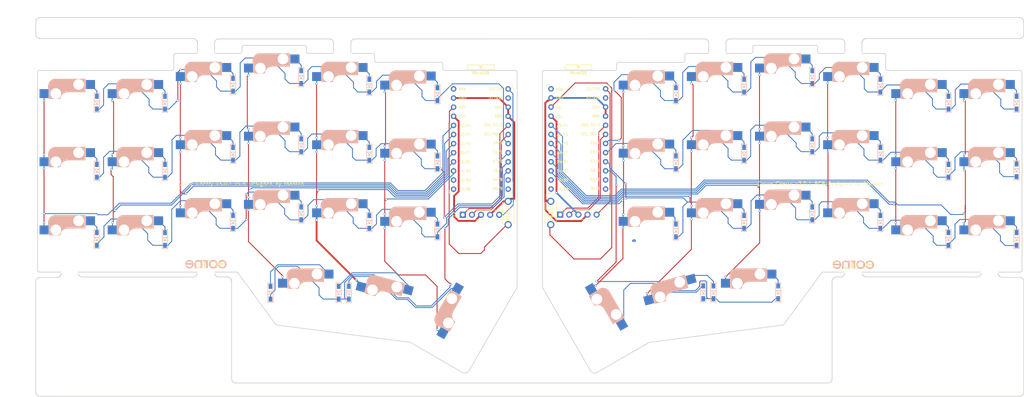
<source format=kicad_pcb>
(kicad_pcb (version 20211014) (generator pcbnew)
  (title_block (title "Corne Cherry") (date "2020-09-28") (rev "3.0.1") (company "foostan"))
  (layers (0 "F.Cu" signal) (31 "B.Cu" signal) (34 "B.Paste" user) (35 "F.Paste" user) (36 "B.SilkS" user "B.Silkscreen") (37 "F.SilkS" user "F.Silkscreen") (38 "B.Mask" user) (39 "F.Mask" user) (44 "Edge.Cuts" user))
  (net 0 "")
  (net 1 "row0")
  (net 2 "Net-(D1-Pad2)")
  (net 3 "row1")
  (net 4 "Net-(D2-Pad2)")
  (net 5 "row2")
  (net 6 "Net-(D3-Pad2)")
  (net 7 "row3")
  (net 8 "Net-(D4-Pad2)")
  (net 9 "Net-(D5-Pad2)")
  (net 10 "Net-(D6-Pad2)")
  (net 11 "Net-(D7-Pad2)")
  (net 12 "Net-(D8-Pad2)")
  (net 13 "Net-(D9-Pad2)")
  (net 14 "Net-(D10-Pad2)")
  (net 15 "Net-(D11-Pad2)")
  (net 16 "Net-(D12-Pad2)")
  (net 17 "Net-(D13-Pad2)")
  (net 18 "Net-(D14-Pad2)")
  (net 19 "Net-(D15-Pad2)")
  (net 20 "Net-(D16-Pad2)")
  (net 21 "Net-(D17-Pad2)")
  (net 22 "Net-(D18-Pad2)")
  (net 23 "Net-(D19-Pad2)")
  (net 24 "Net-(D20-Pad2)")
  (net 25 "Net-(D21-Pad2)")
  (net 26 "GND")
  (net 27 "VCC")
  (net 28 "col0")
  (net 29 "col1")
  (net 30 "col2")
  (net 31 "col3")
  (net 32 "col4")
  (net 33 "col5")
  (net 34 "MOSI")
  (net 35 "CS")
  (net 36 "reset")
  (net 37 "MOSI_r")
  (net 39 "SCK")
  (net 42 "Net-(D22-Pad2)")
  (net 43 "row0_r")
  (net 44 "Net-(D23-Pad2)")
  (net 45 "Net-(D24-Pad2)")
  (net 46 "Net-(D25-Pad2)")
  (net 47 "Net-(D26-Pad2)")
  (net 48 "Net-(D27-Pad2)")
  (net 49 "row1_r")
  (net 50 "Net-(D28-Pad2)")
  (net 51 "Net-(D29-Pad2)")
  (net 52 "Net-(D30-Pad2)")
  (net 53 "Net-(D31-Pad2)")
  (net 54 "Net-(D32-Pad2)")
  (net 55 "Net-(D33-Pad2)")
  (net 56 "row2_r")
  (net 57 "Net-(D34-Pad2)")
  (net 58 "Net-(D35-Pad2)")
  (net 59 "Net-(D36-Pad2)")
  (net 60 "Net-(D37-Pad2)")
  (net 61 "Net-(D38-Pad2)")
  (net 62 "Net-(D39-Pad2)")
  (net 63 "Net-(D40-Pad2)")
  (net 64 "row3_r")
  (net 65 "Net-(D41-Pad2)")
  (net 66 "Net-(D42-Pad2)")
  (net 69 "reset_r")
  (net 70 "col0_r")
  (net 71 "col1_r")
  (net 72 "col2_r")
  (net 73 "col3_r")
  (net 74 "col4_r")
  (net 75 "col5_r")
  (net 76 "VDD")
  (net 77 "GNDA")
  (net 79 "CS_r")
  (net 86 "SCK_r")
  (footprint "Connector_PinHeader_2.54mm:PinHeader_1x05_P2.54mm_Vertical" (layer "F.Cu") (at 129.7825 67.03 90)
    (fp_text reference "J2")
    (fp_text value "nice!view")
  )
  (footprint "kbd:ResetSW_1side" (layer "F.Cu") (at 142.4245 66.531 -90)
    (fp_text reference "RSW1" hide)
    (fp_text value "SW_PUSH")
  )
  (footprint "kbd:CherryMX_Hotswap" (layer "F.Cu") (at 39.1075 35.78)
    (fp_text reference "SW2" hide)
    (fp_text value "SW_PUSH" hide)
  )
  (footprint "kbd:CherryMX_Hotswap" (layer "F.Cu") (at 58.1075 31.03)
    (fp_text reference "SW3" hide)
    (fp_text value "SW_PUSH" hide)
  )
  (footprint "kbd:CherryMX_Hotswap" (layer "F.Cu") (at 77.1075 28.655)
    (fp_text reference "SW4" hide)
    (fp_text value "SW_PUSH" hide)
  )
  (footprint "kbd:CherryMX_Hotswap" (layer "F.Cu") (at 96.1075 31.03)
    (fp_text reference "SW5" hide)
    (fp_text value "SW_PUSH" hide)
  )
  (footprint "kbd:CherryMX_Hotswap" (layer "F.Cu") (at 20.1075 54.78)
    (fp_text reference "SW7" hide)
    (fp_text value "SW_PUSH" hide)
  )
  (footprint "kbd:CherryMX_Hotswap" (layer "F.Cu") (at 39.1075 54.78)
    (fp_text reference "SW8" hide)
    (fp_text value "SW_PUSH" hide)
  )
  (footprint "kbd:CherryMX_Hotswap" (layer "F.Cu") (at 58.1075 50.03)
    (fp_text reference "SW9" hide)
    (fp_text value "SW_PUSH" hide)
  )
  (footprint "kbd:CherryMX_Hotswap" (layer "F.Cu") (at 77.1075 47.655)
    (fp_text reference "SW10" hide)
    (fp_text value "SW_PUSH" hide)
  )
  (footprint "kbd:CherryMX_Hotswap" (layer "F.Cu") (at 96.1075 50.03)
    (fp_text reference "SW11" hide)
    (fp_text value "SW_PUSH" hide)
  )
  (footprint "kbd:CherryMX_Hotswap" (layer "F.Cu") (at 115.1075 52.405)
    (fp_text reference "SW12" hide)
    (fp_text value "SW_PUSH" hide)
  )
  (footprint "kbd:CherryMX_Hotswap" (layer "F.Cu") (at 20.1075 73.78)
    (fp_text reference "SW13" hide)
    (fp_text value "SW_PUSH" hide)
  )
  (footprint "kbd:CherryMX_Hotswap" (layer "F.Cu") (at 39.1075 73.78)
    (fp_text reference "SW14" hide)
    (fp_text value "SW_PUSH" hide)
  )
  (footprint "kbd:CherryMX_Hotswap" (layer "F.Cu") (at 58.1075 69.03)
    (fp_text reference "SW15" hide)
    (fp_text value "SW_PUSH" hide)
  )
  (footprint "kbd:CherryMX_Hotswap" (layer "F.Cu") (at 77.1075 66.655)
    (fp_text reference "SW16" hide)
    (fp_text value "SW_PUSH" hide)
  )
  (footprint "kbd:CherryMX_Hotswap" (layer "F.Cu") (at 96.1075 69.03)
    (fp_text reference "SW17" hide)
    (fp_text value "SW_PUSH" hide)
  )
  (footprint "kbd:CherryMX_Hotswap" (layer "F.Cu") (at 115.1075 71.405)
    (fp_text reference "SW18" hide)
    (fp_text value "SW_PUSH" hide)
  )
  (footprint "kbd:CherryMX_Hotswap" (layer "F.Cu") (at 86.6075 88.655)
    (fp_text reference "SW19" hide)
    (fp_text value "SW_PUSH" hide)
  )
  (footprint "kbd:CherryMX_Hotswap" (layer "F.Cu") (at 107.6075 91.405 -15)
    (fp_text reference "SW20" hide)
    (fp_text value "SW_PUSH" hide)
  )
  (footprint "kbd:CherryMX_Hotswap_1.5u" (layer "F.Cu") (at 129.8575 95.155 60)
    (fp_text reference "SW21" hide)
    (fp_text value "SW_PUSH" hide)
  )
  (footprint "kbd:CherryMX_Hotswap_1.5u" (layer "F.Cu") (at 166.8645 95.15 -60)
    (fp_text reference "SW42" hide)
    (fp_text value "SW_PUSH" hide)
  )
  (footprint "Connector_PinHeader_2.54mm:PinHeader_1x05_P2.54mm_Vertical" (layer "F.Cu") (at 156.9325 66.98 90)
    (fp_text reference "J4")
    (fp_text value "nice!view")
  )
  (footprint "kbd:ResetSW_1side" (layer "F.Cu") (at 154.3045 66.522 -90)
    (fp_text reference "RSW2" hide)
    (fp_text value "SW_PUSH")
  )
  (footprint "kbd:CherryMX_Hotswap" (layer "F.Cu") (at 219.6145 66.65)
    (fp_text reference "SW37" hide)
    (fp_text value "SW_PUSH" hide)
  )
  (footprint "kbd:CherryMX_Hotswap" (layer "F.Cu") (at 200.6145 69.025)
    (fp_text reference "SW38" hide)
    (fp_text value "SW_PUSH" hide)
  )
  (footprint "kbd:CherryMX_Hotswap" (layer "F.Cu") (at 181.6145 71.4)
    (fp_text reference "SW39" hide)
    (fp_text value "SW_PUSH" hide)
  )
  (footprint "kbd:CherryMX_Hotswap" (layer "F.Cu") (at 210.1145 88.65)
    (fp_text reference "SW40" hide)
    (fp_text value "SW_PUSH" hide)
  )
  (footprint "kbd:CherryMX_Hotswap" (layer "F.Cu") (at 189.1145 91.4 15)
    (fp_text reference "SW41" hide)
    (fp_text value "SW_PUSH" hide)
  )
  (footprint "kbd:CherryMX_Hotswap" (layer "F.Cu") (at 219.6145 28.65)
    (fp_text reference "SW25" hide)
    (fp_text value "SW_PUSH" hide)
  )
  (footprint "kbd:CherryMX_Hotswap" (layer "F.Cu") (at 200.6145 31.025)
    (fp_text reference "SW26" hide)
    (fp_text value "SW_PUSH" hide)
  )
  (footprint "kbd:CherryMX_Hotswap" (layer "F.Cu") (at 276.6145 54.775)
    (fp_text reference "SW28" hide)
    (fp_text value "SW_PUSH" hide)
  )
  (footprint "kbd:CherryMX_Hotswap" (layer "F.Cu") (at 238.6145 31.025)
    (fp_text reference "SW24" hide)
    (fp_text value "SW_PUSH" hide)
  )
  (footprint "kbd:CherryMX_Hotswap" (layer "F.Cu") (at 257.6145 54.775)
    (fp_text reference "SW29" hide)
    (fp_text value "SW_PUSH" hide)
  )
  (footprint "kbd:CherryMX_Hotswap" (layer "F.Cu") (at 257.6145 73.775)
    (fp_text reference "SW35" hide)
    (fp_text value "SW_PUSH" hide)
  )
  (footprint "kbd:CherryMX_Hotswap" (layer "F.Cu") (at 238.6145 69.025)
    (fp_text reference "SW36" hide)
    (fp_text value "SW_PUSH" hide)
  )
  (footprint "kbd:CherryMX_Hotswap" (layer "F.Cu") (at 276.6145 35.775)
    (fp_text reference "SW22" hide)
    (fp_text value "SW_PUSH" hide)
  )
  (footprint "kbd:CherryMX_Hotswap" (layer "F.Cu") (at 257.6145 35.775)
    (fp_text reference "SW23" hide)
    (fp_text value "SW_PUSH" hide)
  )
  (footprint "kbd:CherryMX_Hotswap" (layer "F.Cu") (at 238.6145 50.025)
    (fp_text reference "SW30" hide)
    (fp_text value "SW_PUSH" hide)
  )
  (footprint "kbd:CherryMX_Hotswap" (layer "F.Cu") (at 219.6145 47.65)
    (fp_text reference "SW31" hide)
    (fp_text value "SW_PUSH" hide)
  )
  (footprint "kbd:CherryMX_Hotswap" (layer "F.Cu") (at 200.6145 50.025)
    (fp_text reference "SW32" hide)
    (fp_text value "SW_PUSH" hide)
  )
  (footprint "kbd:CherryMX_Hotswap" (layer "F.Cu") (at 181.6145 52.4)
    (fp_text reference "SW33" hide)
    (fp_text value "SW_PUSH" hide)
  )
  (footprint "kbd:CherryMX_Hotswap" (layer "F.Cu") (at 276.6145 73.775)
    (fp_text reference "SW34" hide)
    (fp_text value "SW_PUSH" hide)
  )
  (footprint "kbd:CherryMX_Hotswap" (layer "F.Cu") (at 20.1075 35.78)
    (fp_text reference "SW1" hide)
    (fp_text value "SW_PUSH" hide)
  )
  (footprint "kbd:M2_HOLE_v2" (layer "F.Cu") (at 105.5755 41.7655)
    (fp_text reference "Ref**" hide)
    (fp_text value "Val**" hide)
  )
  (footprint "kbd:M2_HOLE_v2" (layer "F.Cu") (at 72.7645 81.5205)
    (fp_text reference "Ref**" hide)
    (fp_text value "Val**" hide)
  )
  (footprint "kbd:M2_HOLE_v2" (layer "F.Cu") (at 119.3305 89.135)
    (fp_text reference "Ref**" hide)
    (fp_text value "Val**" hide)
  )
  (footprint "kbd:M2_HOLE_v2" (layer "F.Cu") (at 127.8695 74.254)
    (fp_text reference "Ref**" hide)
    (fp_text value "Val**" hide)
  )
  (footprint "kbd:M2_HOLE_v2" (layer "F.Cu") (at 142.3015 82.775)
    (fp_text reference "Ref**" hide)
    (fp_text value "Val**" hide)
  )
  (footprint "kbd:M2_HOLE_v2" (layer "F.Cu") (at 177.3895 89.145 180)
    (fp_text reference "Ref**" hide)
    (fp_text value "Val**" hide)
  )
  (footprint "kbd:M2_HOLE_v2" (layer "F.Cu") (at 223.9555 81.5305 180)
    (fp_text reference "Ref**" hide)
    (fp_text value "Val**" hide)
  )
  (footprint "kbd:M2_HOLE_v2" (layer "F.Cu") (at 267.0995 45.2655 180)
    (fp_text reference "Ref**" hide)
    (fp_text value "Val**" hide)
  )
  (footprint "kbd:M2_HOLE_v2" (layer "F.Cu") (at 191.1445 41.7755 180)
    (fp_text reference "Ref**" hide)
    (fp_text value "Val**" hide)
  )
  (footprint "kbd:CherryMX_Hotswap" (layer "F.Cu") (at 115.1075 33.405)
    (fp_text reference "SW6" hide)
    (fp_text value "SW_PUSH" hide)
  )
  (footprint "kbd:CherryMX_Hotswap" (layer "F.Cu") (at 181.6075 33.405)
    (fp_text reference "SW27" hide)
    (fp_text value "SW_PUSH" hide)
  )
  (footprint "kbd:M2_HOLE_v2" (layer "F.Cu") (at 27.5195 54.1395)
    (fp_text reference "Ref**" hide)
    (fp_text value "Val**" hide)
  )
  (footprint "kbd:ProMicro_v3" (layer "F.Cu") (at 134.8125 46.42)
    (fp_text reference "U1" hide)
    (fp_text value "ProMicro" hide)
  )
  (footprint "kbd:ProMicro_v3" (layer "F.Cu") (at 161.9875 46.39)
    (fp_text reference "U2" hide)
    (fp_text value "ProMicro" hide)
  )
  (footprint "kbd:M2_HOLE_v2" (layer "F.Cu") (at 29.6075 45.28)
    (fp_text reference "Ref**" hide)
    (fp_text value "Val**" hide)
  )
  (footprint "kbd:Breakaway_Tabs" (layer "F.Cu") (at 58.23675 21.869)
    (fp_text reference "REF**")
    (fp_text value "Breakaway_Tabs")
  )
  (footprint "kbd:Breakaway_Tabs" (layer "F.Cu") (at 96.2075 21.873)
    (fp_text reference "REF**")
    (fp_text value "Breakaway_Tabs")
  )
  (footprint "kbd:Breakaway_Tabs" (layer "F.Cu") (at 20.1625 83.176)
    (fp_text reference "REF**")
    (fp_text value "Breakaway_Tabs")
  )
  (footprint "kbd:Breakaway_Tabs" (layer "F.Cu") (at 58.1235 83.178)
    (fp_text reference "REF**")
    (fp_text value "Breakaway_Tabs")
  )
  (footprint "kbd:corne-logo-horizontal" (layer "F.Cu") (at 58.2675 80.89)
    (fp_text reference "G***" hide)
    (fp_text value "LOGO" hide)
  )
  (footprint "kbd:corne-logo-horizontal" (layer "F.Cu") (at 238.7775 81.04)
    (fp_text reference "G***" hide)
    (fp_text value "LOGO" hide)
  )
  (footprint "kbd:D3_SMD_v2" (layer "B.Cu") (at 27.7345 35.776875 90)
    (fp_text reference "D1" hide)
    (fp_text value "D" hide)
  )
  (footprint "kbd:D3_SMD_v2" (layer "B.Cu") (at 46.7345 35.78 90)
    (fp_text reference "D2" hide)
    (fp_text value "D" hide)
  )
  (footprint "kbd:D3_SMD_v2" (layer "B.Cu") (at 65.7075 30.78 90)
    (fp_text reference "D3" hide)
    (fp_text value "D" hide)
  )
  (footprint "kbd:D3_SMD_v2" (layer "B.Cu") (at 84.7075 28.655 90)
    (fp_text reference "D4" hide)
    (fp_text value "D" hide)
  )
  (footprint "kbd:D3_SMD_v2" (layer "B.Cu") (at 103.7075 31.03 90)
    (fp_text reference "D5" hide)
    (fp_text value "D" hide)
  )
  (footprint "kbd:D3_SMD_v2" (layer "B.Cu") (at 122.7075 33.405 90)
    (fp_text reference "D6" hide)
    (fp_text value "D" hide)
  )
  (footprint "kbd:D3_SMD_v2" (layer "B.Cu") (at 27.7345 54.776875 90)
    (fp_text reference "D7" hide)
    (fp_text value "D" hide)
  )
  (footprint "kbd:D3_SMD_v2" (layer "B.Cu") (at 46.7345 54.78 90)
    (fp_text reference "D8" hide)
    (fp_text value "D" hide)
  )
  (footprint "kbd:D3_SMD_v2" (layer "B.Cu") (at 65.7075 50.03 90)
    (fp_text reference "D9" hide)
    (fp_text value "D" hide)
  )
  (footprint "kbd:D3_SMD_v2" (layer "B.Cu") (at 84.7075 47.655 90)
    (fp_text reference "D10" hide)
    (fp_text value "D" hide)
  )
  (footprint "kbd:D3_SMD_v2" (layer "B.Cu") (at 103.7075 50.03 90)
    (fp_text reference "D11" hide)
    (fp_text value "D" hide)
  )
  (footprint "kbd:D3_SMD_v2" (layer "B.Cu") (at 122.7075 52.405 90)
    (fp_text reference "D12" hide)
    (fp_text value "D" hide)
  )
  (footprint "kbd:D3_SMD_v2" (layer "B.Cu") (at 27.7345 73.776875 90)
    (fp_text reference "D13" hide)
    (fp_text value "D" hide)
  )
  (footprint "kbd:D3_SMD_v2" (layer "B.Cu") (at 46.7345 73.78 90)
    (fp_text reference "D14" hide)
    (fp_text value "D" hide)
  )
  (footprint "kbd:D3_SMD_v2" (layer "B.Cu") (at 65.7075 69.03 90)
    (fp_text reference "D15" hide)
    (fp_text value "D" hide)
  )
  (footprint "kbd:D3_SMD_v2" (layer "B.Cu") (at 84.7075 66.655 90)
    (fp_text reference "D16" hide)
    (fp_text value "D" hide)
  )
  (footprint "kbd:D3_SMD_v2" (layer "B.Cu") (at 103.7075 69.03 90)
    (fp_text reference "D17" hide)
    (fp_text value "D" hide)
  )
  (footprint "kbd:D3_SMD_v2" (layer "B.Cu") (at 122.7075 71.405 90)
    (fp_text reference "D18" hide)
    (fp_text value "D" hide)
  )
  (footprint "kbd:D3_SMD_v2" (layer "B.Cu") (at 76.1575 88.77 90)
    (fp_text reference "D19" hide)
    (fp_text value "D" hide)
  )
  (footprint "kbd:D3_SMD_v2" (layer "B.Cu") (at 95.1645 88.765 90)
    (fp_text reference "D20" hide)
    (fp_text value "D" hide)
  )
  (footprint "kbd:D3_SMD_v2" (layer "B.Cu") (at 98.0075 88.765 90)
    (fp_text reference "D21" hide)
    (fp_text value "D" hide)
  )
  (footprint "kbd:D3_SMD_v2" (layer "B.Cu") (at 265.2145 35.775 90)
    (fp_text reference "D23" hide)
    (fp_text value "D" hide)
  )
  (footprint "kbd:D3_SMD_v2" (layer "B.Cu") (at 246.2145 31.025 90)
    (fp_text reference "D24" hide)
    (fp_text value "D" hide)
  )
  (footprint "kbd:D3_SMD_v2" (layer "B.Cu") (at 227.2145 28.65 90)
    (fp_text reference "D25" hide)
    (fp_text value "D" hide)
  )
  (footprint "kbd:D3_SMD_v2" (layer "B.Cu") (at 189.2075 33.405 90)
    (fp_text reference "D27" hide)
    (fp_text value "D" hide)
  )
  (footprint "kbd:D3_SMD_v2" (layer "B.Cu") (at 284.2145 54.625 90)
    (fp_text reference "D28" hide)
    (fp_text value "D" hide)
  )
  (footprint "kbd:D3_SMD_v2" (layer "B.Cu") (at 265.2145 54.775 90)
    (fp_text reference "D29" hide)
    (fp_text value "D" hide)
  )
  (footprint "kbd:D3_SMD_v2" (layer "B.Cu") (at 246.2145 50.025 90)
    (fp_text reference "D30" hide)
    (fp_text value "D" hide)
  )
  (footprint "kbd:D3_SMD_v2" (layer "B.Cu") (at 227.2145 47.65 90)
    (fp_text reference "D31" hide)
    (fp_text value "D" hide)
  )
  (footprint "kbd:D3_SMD_v2" (layer "B.Cu") (at 208.2145 50.025 90)
    (fp_text reference "D32" hide)
    (fp_text value "D" hide)
  )
  (footprint "kbd:D3_SMD_v2" (layer "B.Cu") (at 189.2075 52.405 90)
    (fp_text reference "D33" hide)
    (fp_text value "D" hide)
  )
  (footprint "kbd:D3_SMD_v2" (layer "B.Cu") (at 284.2145 73.775 90)
    (fp_text reference "D34" hide)
    (fp_text value "D" hide)
  )
  (footprint "kbd:D3_SMD_v2" (layer "B.Cu") (at 265.2145 73.775 90)
    (fp_text reference "D35" hide)
    (fp_text value "D" hide)
  )
  (footprint "kbd:D3_SMD_v2" (layer "B.Cu") (at 246.2145 69.025 90)
    (fp_text reference "D36" hide)
    (fp_text value "D" hide)
  )
  (footprint "kbd:D3_SMD_v2" (layer "B.Cu") (at 227.2145 66.65 90)
    (fp_text reference "D37" hide)
    (fp_text value "D" hide)
  )
  (footprint "kbd:D3_SMD_v2" (layer "B.Cu") (at 208.2145 69.025 90)
    (fp_text reference "D38" hide)
    (fp_text value "D" hide)
  )
  (footprint "kbd:D3_SMD_v2" (layer "B.Cu") (at 189.2075 71.405 90)
    (fp_text reference "D39" hide)
    (fp_text value "D" hide)
  )
  (footprint "kbd:D3_SMD_v2" (layer "B.Cu") (at 217.7145 88.635 90)
    (fp_text reference "D40" hide)
    (fp_text value "D" hide)
  )
  (footprint "kbd:D3_SMD_v2" (layer "B.Cu") (at 199.6645 88.65 90)
    (fp_text reference "D41" hide)
    (fp_text value "D" hide)
  )
  (footprint "kbd:D3_SMD_v2" (layer "B.Cu") (at 196.8145 88.65 90)
    (fp_text reference "D42" hide)
    (fp_text value "D" hide)
  )
  (footprint "kbd:D3_SMD_v2" (layer "B.Cu") (at 284.2145 35.775 90)
    (fp_text reference "D22" hide)
    (fp_text value "D" hide)
  )
  (footprint "kbd:D3_SMD_v2" (layer "B.Cu") (at 208.2145 31.025 90)
    (fp_text reference "D26" hide)
    (fp_text value "D" hide)
  )
  (footprint "kbd:M2_HOLE_v2" (layer "B.Cu") (at 154.4185 82.785 180)
    (fp_text reference "Ref**" hide)
    (fp_text value "Val**" hide)
  )
  (footprint "kbd:M2_HOLE_v2" (layer "B.Cu") (at 269.1875 54.125 180)
    (fp_text reference "Ref**" hide)
    (fp_text value "Val**" hide)
  )
  (footprint "kbd:M2_HOLE_v2" (layer "B.Cu") (at 168.8505 74.264 180)
    (fp_text reference "Ref**" hide)
    (fp_text value "Val**" hide)
  )
  (footprint "kbd:Breakaway_Tabs" (layer "B.Cu") (at 276.6555 83.183 180)
    (fp_text reference "REF**")
    (fp_text value "Breakaway_Tabs")
  )
  (footprint "kbd:Breakaway_Tabs" (layer "B.Cu") (at 200.7375 21.885 180)
    (fp_text reference "REF**")
    (fp_text value "Breakaway_Tabs")
  )
  (footprint "kbd:Breakaway_Tabs" (layer "B.Cu") (at 238.6495 21.87 180)
    (fp_text reference "REF**")
    (fp_text value "Breakaway_Tabs")
  )
  (footprint "kbd:Breakaway_Tabs" (layer "B.Cu") (at 238.7415 83.193 180)
    (fp_text reference "REF**")
    (fp_text value "Breakaway_Tabs")
  )
  (footprint "kbd:corne-logo-horizontal" (layer "B.Cu") (at 58.0375 80.89 180)
    (fp_text reference "G***" hide)
    (fp_text value "LOGO" hide)
  )
  (footprint "kbd:corne-logo-horizontal" (layer "B.Cu") (at 238.5675 81.04 180)
    (fp_text reference "G***" hide)
    (fp_text value "LOGO" hide)
  )
  (gr_line (start 17.8075 83.020309) (end 17.8125 83.25) (layer "Edge.Cuts") (width 0.2))
  (gr_line (start 17.8125 83.25) (end 17.8123 83.252) (layer "Edge.Cuts") (width 0.2))
  (gr_line (start 17.8123 83.252) (end 17.8123 83.252) (layer "Edge.Cuts") (width 0.2))
  (gr_line (start 17.8123 83.252) (end 17.7896 83.483) (layer "Edge.Cuts") (width 0.2))
  (gr_line (start 17.7896 83.483) (end 17.7896 83.483) (layer "Edge.Cuts") (width 0.2))
  (gr_line (start 17.7896 83.483) (end 17.7896 83.483) (layer "Edge.Cuts") (width 0.2))
  (gr_line (start 17.7896 83.483) (end 17.7896 83.484) (layer "Edge.Cuts") (width 0.2))
  (gr_line (start 17.7896 83.484) (end 17.7886 83.488) (layer "Edge.Cuts") (width 0.2))
  (gr_line (start 17.7886 83.488) (end 17.7877 83.493) (layer "Edge.Cuts") (width 0.2))
  (gr_line (start 17.7877 83.493) (end 17.7208 83.714) (layer "Edge.Cuts") (width 0.2))
  (gr_line (start 17.7208 83.714) (end 17.7206 83.715) (layer "Edge.Cuts") (width 0.2))
  (gr_line (start 17.7206 83.715) (end 17.7188 83.719) (layer "Edge.Cuts") (width 0.2))
  (gr_line (start 17.7188 83.719) (end 17.717 83.724) (layer "Edge.Cuts") (width 0.2))
  (gr_line (start 17.717 83.724) (end 17.6082 83.928) (layer "Edge.Cuts") (width 0.2))
  (gr_line (start 17.6082 83.928) (end 17.6079 83.929) (layer "Edge.Cuts") (width 0.2))
  (gr_line (start 17.6079 83.929) (end 17.6054 83.932) (layer "Edge.Cuts") (width 0.2))
  (gr_line (start 17.6054 83.932) (end 17.6028 83.936) (layer "Edge.Cuts") (width 0.2))
  (gr_line (start 17.6028 83.936) (end 17.4564 84.116) (layer "Edge.Cuts") (width 0.2))
  (gr_line (start 17.4564 84.116) (end 17.4564 84.116) (layer "Edge.Cuts") (width 0.2))
  (gr_line (start 17.4564 84.116) (end 17.4564 84.116) (layer "Edge.Cuts") (width 0.2))
  (gr_line (start 17.4564 84.116) (end 17.4559 84.116) (layer "Edge.Cuts") (width 0.2))
  (gr_line (start 17.4559 84.116) (end 17.4527 84.12) (layer "Edge.Cuts") (width 0.2))
  (gr_line (start 17.4527 84.12) (end 17.4495 84.123) (layer "Edge.Cuts") (width 0.2))
  (gr_line (start 17.4495 84.123) (end 17.2709 84.271) (layer "Edge.Cuts") (width 0.2))
  (gr_line (start 17.2709 84.271) (end 17.2704 84.271) (layer "Edge.Cuts") (width 0.2))
  (gr_line (start 17.2704 84.271) (end 17.2666 84.273) (layer "Edge.Cuts") (width 0.2))
  (gr_line (start 17.2666 84.273) (end 17.2628 84.276) (layer "Edge.Cuts") (width 0.2))
  (gr_line (start 17.2628 84.276) (end 17.059 84.386) (layer "Edge.Cuts") (width 0.2))
  (gr_line (start 17.059 84.386) (end 17.059 84.386) (layer "Edge.Cuts") (width 0.2))
  (gr_line (start 17.059 84.386) (end 17.059 84.386) (layer "Edge.Cuts") (width 0.2))
  (gr_line (start 17.059 84.386) (end 17.0583 84.387) (layer "Edge.Cuts") (width 0.2))
  (gr_line (start 17.0583 84.387) (end 17.0542 84.388) (layer "Edge.Cuts") (width 0.2))
  (gr_line (start 17.0542 84.388) (end 17.05 84.39) (layer "Edge.Cuts") (width 0.2))
  (gr_line (start 17.05 84.39) (end 16.8286 84.459) (layer "Edge.Cuts") (width 0.2))
  (gr_line (start 16.8286 84.459) (end 16.8279 84.459) (layer "Edge.Cuts") (width 0.2))
  (gr_line (start 16.8279 84.459) (end 16.8235 84.46) (layer "Edge.Cuts") (width 0.2))
  (gr_line (start 16.8235 84.46) (end 16.819 84.46) (layer "Edge.Cuts") (width 0.2))
  (gr_line (start 16.819 84.46) (end 16.5885 84.485) (layer "Edge.Cuts") (width 0.2))
  (gr_line (start 16.5885 84.485) (end 16.5878 84.485) (layer "Edge.Cuts") (width 0.2))
  (gr_line (start 16.5878 84.485) (end 16.5856 84.485) (layer "Edge.Cuts") (width 0.2))
  (gr_line (start 16.5856 84.485) (end 16.5835 84.485) (layer "Edge.Cuts") (width 0.2))
  (gr_line (start 16.5835 84.485) (end 16.5775 84.485) (layer "Edge.Cuts") (width 0.2))
  (gr_line (start 16.5775 84.485) (end 16.5774 84.485) (layer "Edge.Cuts") (width 0.2))
  (gr_line (start 16.5774 84.485) (end 11.8252 84.485) (layer "Edge.Cuts") (width 0.2))
  (gr_line (start 11.8252 84.485) (end 11.8194 84.485) (layer "Edge.Cuts") (width 0.2))
  (gr_line (start 11.8194 84.485) (end 11.5963 84.508) (layer "Edge.Cuts") (width 0.2))
  (gr_line (start 11.5963 84.508) (end 11.3843 84.574) (layer "Edge.Cuts") (width 0.2))
  (gr_line (start 11.3843 84.574) (end 11.1891 84.68) (layer "Edge.Cuts") (width 0.2))
  (gr_line (start 11.1891 84.68) (end 11.018 84.821) (layer "Edge.Cuts") (width 0.2))
  (gr_line (start 11.018 84.821) (end 10.8778 84.993) (layer "Edge.Cuts") (width 0.2))
  (gr_line (start 10.8778 84.993) (end 10.7736 85.189) (layer "Edge.Cuts") (width 0.2))
  (gr_line (start 10.7736 85.189) (end 10.7094 85.402) (layer "Edge.Cuts") (width 0.2))
  (gr_line (start 10.7094 85.402) (end 10.6875 85.625) (layer "Edge.Cuts") (width 0.2))
  (gr_line (start 10.6875 116.497) (end 10.6875 116.503) (layer "Edge.Cuts") (width 0.2))
  (gr_line (start 10.6875 116.503) (end 10.711 116.726) (layer "Edge.Cuts") (width 0.2))
  (gr_line (start 10.711 116.726) (end 10.7766 116.938) (layer "Edge.Cuts") (width 0.2))
  (gr_line (start 10.7766 116.938) (end 10.8822 117.133) (layer "Edge.Cuts") (width 0.2))
  (gr_line (start 10.8822 117.133) (end 11.0236 117.304) (layer "Edge.Cuts") (width 0.2))
  (gr_line (start 11.0236 117.304) (end 11.1957 117.445) (layer "Edge.Cuts") (width 0.2))
  (gr_line (start 11.1957 117.445) (end 11.3916 117.549) (layer "Edge.Cuts") (width 0.2))
  (gr_line (start 11.3916 117.549) (end 11.6041 117.613) (layer "Edge.Cuts") (width 0.2))
  (gr_line (start 11.6041 117.613) (end 11.8274 117.635) (layer "Edge.Cuts") (width 0.2))
  (gr_line (start 11.8274 117.635) (end 285.0575 117.626) (layer "Edge.Cuts") (width 0.2))
  (gr_line (start 285.0555 12.0385) (end 11.8252 12.0475) (layer "Edge.Cuts") (width 0.2))
  (gr_line (start 11.8252 12.0475) (end 11.8194 12.0475) (layer "Edge.Cuts") (width 0.2))
  (gr_line (start 11.8194 12.0475) (end 11.5963 12.071) (layer "Edge.Cuts") (width 0.2))
  (gr_line (start 11.5963 12.071) (end 11.3843 12.1366) (layer "Edge.Cuts") (width 0.2))
  (gr_line (start 11.3843 12.1366) (end 11.1891 12.2422) (layer "Edge.Cuts") (width 0.2))
  (gr_line (start 11.1891 12.2422) (end 11.018 12.3837) (layer "Edge.Cuts") (width 0.2))
  (gr_line (start 11.018 12.3837) (end 10.8778 12.5557) (layer "Edge.Cuts") (width 0.2))
  (gr_line (start 10.8778 12.5557) (end 10.7736 12.7516) (layer "Edge.Cuts") (width 0.2))
  (gr_line (start 10.7736 12.7516) (end 10.7094 12.9641) (layer "Edge.Cuts") (width 0.2))
  (gr_line (start 10.7094 12.9641) (end 10.6875 13.1875) (layer "Edge.Cuts") (width 0.2))
  (gr_line (start 10.6875 13.1875) (end 10.6875 16.7473) (layer "Edge.Cuts") (width 0.2))
  (gr_line (start 10.6875 16.7473) (end 10.6875 16.7531) (layer "Edge.Cuts") (width 0.2))
  (gr_line (start 10.6875 16.7531) (end 10.711 16.9762) (layer "Edge.Cuts") (width 0.2))
  (gr_line (start 10.711 16.9762) (end 10.7766 17.1882) (layer "Edge.Cuts") (width 0.2))
  (gr_line (start 10.7766 17.1882) (end 10.8822 17.3835) (layer "Edge.Cuts") (width 0.2))
  (gr_line (start 10.8822 17.3835) (end 11.0236 17.5545) (layer "Edge.Cuts") (width 0.2))
  (gr_line (start 11.0236 17.5545) (end 11.1957 17.6948) (layer "Edge.Cuts") (width 0.2))
  (gr_line (start 11.1957 17.6948) (end 11.3916 17.799) (layer "Edge.Cuts") (width 0.2))
  (gr_line (start 11.3916 17.799) (end 11.6041 17.8631) (layer "Edge.Cuts") (width 0.2))
  (gr_line (start 11.6041 17.8631) (end 11.8274 17.885) (layer "Edge.Cuts") (width 0.2))
  (gr_line (start 11.8274 17.885) (end 54.5774 17.885) (layer "Edge.Cuts") (width 0.2))
  (gr_line (start 54.5774 17.885) (end 54.5799 17.8853) (layer "Edge.Cuts") (width 0.2))
  (gr_line (start 54.5799 17.8853) (end 54.5799 17.8853) (layer "Edge.Cuts") (width 0.2))
  (gr_line (start 54.5799 17.8853) (end 54.8105 17.9079) (layer "Edge.Cuts") (width 0.2))
  (gr_line (start 54.8105 17.9079) (end 54.8105 17.9079) (layer "Edge.Cuts") (width 0.2))
  (gr_line (start 54.8105 17.9079) (end 54.8105 17.9079) (layer "Edge.Cuts") (width 0.2))
  (gr_line (start 54.8105 17.9079) (end 54.8112 17.9079) (layer "Edge.Cuts") (width 0.2))
  (gr_line (start 54.8112 17.9079) (end 54.8156 17.9089) (layer "Edge.Cuts") (width 0.2))
  (gr_line (start 54.8156 17.9089) (end 54.8201 17.9098) (layer "Edge.Cuts") (width 0.2))
  (gr_line (start 54.8201 17.9098) (end 55.042 17.9768) (layer "Edge.Cuts") (width 0.2))
  (gr_line (start 55.042 17.9768) (end 55.0426 17.977) (layer "Edge.Cuts") (width 0.2))
  (gr_line (start 55.0426 17.977) (end 55.0468 17.9787) (layer "Edge.Cuts") (width 0.2))
  (gr_line (start 55.0468 17.9787) (end 55.051 17.9805) (layer "Edge.Cuts") (width 0.2))
  (gr_line (start 55.051 17.9805) (end 55.2556 18.0893) (layer "Edge.Cuts") (width 0.2))
  (gr_line (start 55.2556 18.0893) (end 55.2556 18.0893) (layer "Edge.Cuts") (width 0.2))
  (gr_line (start 55.2556 18.0893) (end 55.2556 18.0893) (layer "Edge.Cuts") (width 0.2))
  (gr_line (start 55.2556 18.0893) (end 55.2562 18.0896) (layer "Edge.Cuts") (width 0.2))
  (gr_line (start 55.2562 18.0896) (end 55.26 18.0922) (layer "Edge.Cuts") (width 0.2))
  (gr_line (start 55.26 18.0922) (end 55.2638 18.0947) (layer "Edge.Cuts") (width 0.2))
  (gr_line (start 55.2638 18.0947) (end 55.4434 18.2412) (layer "Edge.Cuts") (width 0.2))
  (gr_line (start 55.4434 18.2412) (end 55.4439 18.2416) (layer "Edge.Cuts") (width 0.2))
  (gr_line (start 55.4439 18.2416) (end 55.447 18.2448) (layer "Edge.Cuts") (width 0.2))
  (gr_line (start 55.447 18.2448) (end 55.4503 18.248) (layer "Edge.Cuts") (width 0.2))
  (gr_line (start 55.4503 18.248) (end 55.598 18.4266) (layer "Edge.Cuts") (width 0.2))
  (gr_line (start 55.598 18.4266) (end 55.5984 18.4271) (layer "Edge.Cuts") (width 0.2))
  (gr_line (start 55.5984 18.4271) (end 55.6009 18.4309) (layer "Edge.Cuts") (width 0.2))
  (gr_line (start 55.6009 18.4309) (end 55.6035 18.4347) (layer "Edge.Cuts") (width 0.2))
  (gr_line (start 55.6035 18.4347) (end 55.7137 18.6386) (layer "Edge.Cuts") (width 0.2))
  (gr_line (start 55.7137 18.6386) (end 55.7137 18.6386) (layer "Edge.Cuts") (width 0.2))
  (gr_line (start 55.7137 18.6386) (end 55.7137 18.6386) (layer "Edge.Cuts") (width 0.2))
  (gr_line (start 55.7137 18.6386) (end 55.714 18.6392) (layer "Edge.Cuts") (width 0.2))
  (gr_line (start 55.714 18.6392) (end 55.7157 18.6434) (layer "Edge.Cuts") (width 0.2))
  (gr_line (start 55.7157 18.6434) (end 55.7175 18.6476) (layer "Edge.Cuts") (width 0.2))
  (gr_line (start 55.7175 18.6476) (end 55.786 18.869) (layer "Edge.Cuts") (width 0.2))
  (gr_line (start 55.786 18.869) (end 55.7862 18.8696) (layer "Edge.Cuts") (width 0.2))
  (gr_line (start 55.7862 18.8696) (end 55.7871 18.8741) (layer "Edge.Cuts") (width 0.2))
  (gr_line (start 55.7871 18.8741) (end 55.788 18.8785) (layer "Edge.Cuts") (width 0.2))
  (gr_line (start 55.788 18.8785) (end 55.8122 19.109) (layer "Edge.Cuts") (width 0.2))
  (gr_line (start 55.8122 19.109) (end 55.8123 19.1097) (layer "Edge.Cuts") (width 0.2))
  (gr_line (start 55.8123 19.1097) (end 55.8122 19.1119) (layer "Edge.Cuts") (width 0.2))
  (gr_line (start 55.8122 19.1119) (end 55.8125 19.1141) (layer "Edge.Cuts") (width 0.2))
  (gr_line (start 55.8125 19.1141) (end 55.8125 19.12) (layer "Edge.Cuts") (width 0.2))
  (gr_line (start 55.8125 19.12) (end 55.8125 19.1201) (layer "Edge.Cuts") (width 0.2))
  (gr_line (start 55.8125 19.1201) (end 55.8175 22.020252) (layer "Edge.Cuts") (width 0.2))
  (gr_line (start 60.5575 83.021073) (end 60.5625 83.247) (layer "Edge.Cuts") (width 0.2))
  (gr_line (start 60.5625 83.247) (end 60.5625 83.253) (layer "Edge.Cuts") (width 0.2))
  (gr_line (start 60.5625 83.253) (end 60.586 83.476) (layer "Edge.Cuts") (width 0.2))
  (gr_line (start 60.586 83.476) (end 60.6516 83.688) (layer "Edge.Cuts") (width 0.2))
  (gr_line (start 60.6516 83.688) (end 60.7572 83.883) (layer "Edge.Cuts") (width 0.2))
  (gr_line (start 60.7572 83.883) (end 60.8986 84.054) (layer "Edge.Cuts") (width 0.2))
  (gr_line (start 60.8986 84.054) (end 61.0707 84.195) (layer "Edge.Cuts") (width 0.2))
  (gr_line (start 61.0707 84.195) (end 61.2666 84.299) (layer "Edge.Cuts") (width 0.2))
  (gr_line (start 61.2666 84.299) (end 61.4791 84.363) (layer "Edge.Cuts") (width 0.2))
  (gr_line (start 61.4791 84.363) (end 61.7024 84.385) (layer "Edge.Cuts") (width 0.2))
  (gr_line (start 61.7024 84.385) (end 64.0774 84.385) (layer "Edge.Cuts") (width 0.2))
  (gr_line (start 64.0774 84.385) (end 64.0799 84.385) (layer "Edge.Cuts") (width 0.2))
  (gr_line (start 64.0799 84.385) (end 64.0799 84.385) (layer "Edge.Cuts") (width 0.2))
  (gr_line (start 64.0799 84.385) (end 64.3105 84.408) (layer "Edge.Cuts") (width 0.2))
  (gr_line (start 64.3105 84.408) (end 64.3105 84.408) (layer "Edge.Cuts") (width 0.2))
  (gr_line (start 64.3105 84.408) (end 64.3105 84.408) (layer "Edge.Cuts") (width 0.2))
  (gr_line (start 64.3105 84.408) (end 64.3112 84.408) (layer "Edge.Cuts") (width 0.2))
  (gr_line (start 64.3112 84.408) (end 64.3156 84.409) (layer "Edge.Cuts") (width 0.2))
  (gr_line (start 64.3156 84.409) (end 64.3201 84.41) (layer "Edge.Cuts") (width 0.2))
  (gr_line (start 64.3201 84.41) (end 64.542 84.477) (layer "Edge.Cuts") (width 0.2))
  (gr_line (start 64.542 84.477) (end 64.542599 84.477) (layer "Edge.Cuts") (width 0.2))
  (gr_line (start 64.542599 84.477) (end 64.5468 84.479) (layer "Edge.Cuts") (width 0.2))
  (gr_line (start 64.5468 84.479) (end 64.551 84.48) (layer "Edge.Cuts") (width 0.2))
  (gr_line (start 64.551 84.48) (end 64.7556 84.589) (layer "Edge.Cuts") (width 0.2))
  (gr_line (start 64.7556 84.589) (end 64.7556 84.589) (layer "Edge.Cuts") (width 0.2))
  (gr_line (start 64.7556 84.589) (end 64.7556 84.589) (layer "Edge.Cuts") (width 0.2))
  (gr_line (start 64.7556 84.589) (end 64.756199 84.59) (layer "Edge.Cuts") (width 0.2))
  (gr_line (start 64.756199 84.59) (end 64.759999 84.592) (layer "Edge.Cuts") (width 0.2))
  (gr_line (start 64.759999 84.592) (end 64.7638 84.595) (layer "Edge.Cuts") (width 0.2))
  (gr_line (start 64.7638 84.595) (end 64.9434 84.741) (layer "Edge.Cuts") (width 0.2))
  (gr_line (start 64.9434 84.741) (end 64.9439 84.742) (layer "Edge.Cuts") (width 0.2))
  (gr_line (start 64.9439 84.742) (end 64.947 84.745) (layer "Edge.Cuts") (width 0.2))
  (gr_line (start 64.947 84.745) (end 64.9503 84.748) (layer "Edge.Cuts") (width 0.2))
  (gr_line (start 64.9503 84.748) (end 65.098 84.927) (layer "Edge.Cuts") (width 0.2))
  (gr_line (start 65.098 84.927) (end 65.0984 84.927) (layer "Edge.Cuts") (width 0.2))
  (gr_line (start 65.0984 84.927) (end 65.1009 84.931) (layer "Edge.Cuts") (width 0.2))
  (gr_line (start 65.1009 84.931) (end 65.1035 84.935) (layer "Edge.Cuts") (width 0.2))
  (gr_line (start 65.1035 84.935) (end 65.2137 85.139) (layer "Edge.Cuts") (width 0.2))
  (gr_line (start 65.2137 85.139) (end 65.2137 85.139) (layer "Edge.Cuts") (width 0.2))
  (gr_line (start 65.2137 85.139) (end 65.2137 85.139) (layer "Edge.Cuts") (width 0.2))
  (gr_line (start 65.2137 85.139) (end 65.214 85.139) (layer "Edge.Cuts") (width 0.2))
  (gr_line (start 65.214 85.139) (end 65.2157 85.143) (layer "Edge.Cuts") (width 0.2))
  (gr_line (start 65.2157 85.143) (end 65.2175 85.148) (layer "Edge.Cuts") (width 0.2))
  (gr_line (start 65.2175 85.148) (end 65.286 85.369) (layer "Edge.Cuts") (width 0.2))
  (gr_line (start 65.286 85.369) (end 65.2862 85.37) (layer "Edge.Cuts") (width 0.2))
  (gr_line (start 65.2862 85.37) (end 65.2871 85.374) (layer "Edge.Cuts") (width 0.2))
  (gr_line (start 65.2871 85.374) (end 65.288 85.379) (layer "Edge.Cuts") (width 0.2))
  (gr_line (start 65.288 85.379) (end 65.3122 85.609) (layer "Edge.Cuts") (width 0.2))
  (gr_line (start 65.3122 85.609) (end 65.3123 85.61) (layer "Edge.Cuts") (width 0.2))
  (gr_line (start 65.3123 85.61) (end 65.3122 85.612) (layer "Edge.Cuts") (width 0.2))
  (gr_line (start 65.3122 85.612) (end 65.3125 85.614) (layer "Edge.Cuts") (width 0.2))
  (gr_line (start 65.3125 85.614) (end 65.3125 85.62) (layer "Edge.Cuts") (width 0.2))
  (gr_line (start 65.3125 85.62) (end 65.3125 85.62) (layer "Edge.Cuts") (width 0.2))
  (gr_line (start 65.3125 85.62) (end 65.3125 112.797) (layer "Edge.Cuts") (width 0.2))
  (gr_line (start 65.3125 112.797) (end 65.3125 112.803) (layer "Edge.Cuts") (width 0.2))
  (gr_line (start 65.3125 112.803) (end 65.336 113.026) (layer "Edge.Cuts") (width 0.2))
  (gr_line (start 65.336 113.026) (end 65.4016 113.238) (layer "Edge.Cuts") (width 0.2))
  (gr_line (start 65.4016 113.238) (end 65.5072 113.433) (layer "Edge.Cuts") (width 0.2))
  (gr_line (start 65.5072 113.433) (end 65.6486 113.604) (layer "Edge.Cuts") (width 0.2))
  (gr_line (start 65.6486 113.604) (end 65.8207 113.745) (layer "Edge.Cuts") (width 0.2))
  (gr_line (start 65.8207 113.745) (end 66.0166 113.849) (layer "Edge.Cuts") (width 0.2))
  (gr_line (start 66.0166 113.849) (end 66.2291 113.913) (layer "Edge.Cuts") (width 0.2))
  (gr_line (start 66.2291 113.913) (end 66.4524 113.935) (layer "Edge.Cuts") (width 0.2))
  (gr_line (start 66.4545 113.934) (end 231.6195 113.926) (layer "Edge.Cuts") (width 0.2))
  (gr_line (start 197.1805 17.976) (end 99.7005 17.985) (layer "Edge.Cuts") (width 0.2))
  (gr_line (start 99.7005 17.985) (end 99.6945 17.985) (layer "Edge.Cuts") (width 0.2))
  (gr_line (start 99.6945 17.985) (end 99.4715 18.0085) (layer "Edge.Cuts") (width 0.2))
  (gr_line (start 99.4715 18.0085) (end 99.2595 18.0741) (layer "Edge.Cuts") (width 0.2))
  (gr_line (start 99.2595 18.0741) (end 99.0645 18.1797) (layer "Edge.Cuts") (width 0.2))
  (gr_line (start 99.0645 18.1797) (end 98.8935 18.3212) (layer "Edge.Cuts") (width 0.2))
  (gr_line (start 98.8935 18.3212) (end 98.7525 18.4932) (layer "Edge.Cuts") (width 0.2))
  (gr_line (start 98.7525 18.4932) (end 98.6485 18.6891) (layer "Edge.Cuts") (width 0.2))
  (gr_line (start 98.6485 18.6891) (end 98.5845 18.9016) (layer "Edge.Cuts") (width 0.2))
  (gr_line (start 98.5845 18.9016) (end 98.5625 19.125) (layer "Edge.Cuts") (width 0.2))
  (gr_line (start 98.5625 19.125) (end 98.5675 22.018729) (layer "Edge.Cuts") (width 0.2))
  (gr_line (start 22.5675 83.020309) (end 22.5625 83.247) (layer "Edge.Cuts") (width 0.2))
  (gr_line (start 22.5625 83.247) (end 22.5625 83.253) (layer "Edge.Cuts") (width 0.2))
  (gr_line (start 22.5625 83.253) (end 22.586 83.476) (layer "Edge.Cuts") (width 0.2))
  (gr_line (start 22.586 83.476) (end 22.6516 83.688) (layer "Edge.Cuts") (width 0.2))
  (gr_line (start 22.6516 83.688) (end 22.7572 83.883) (layer "Edge.Cuts") (width 0.2))
  (gr_line (start 22.7572 83.883) (end 22.8986 84.054) (layer "Edge.Cuts") (width 0.2))
  (gr_line (start 22.8986 84.054) (end 23.0707 84.195) (layer "Edge.Cuts") (width 0.2))
  (gr_line (start 23.0707 84.195) (end 23.2666 84.299) (layer "Edge.Cuts") (width 0.2))
  (gr_line (start 23.2666 84.299) (end 23.4791 84.363) (layer "Edge.Cuts") (width 0.2))
  (gr_line (start 23.4791 84.363) (end 23.7024 84.385) (layer "Edge.Cuts") (width 0.2))
  (gr_line (start 23.7024 84.385) (end 54.5748 84.385) (layer "Edge.Cuts") (width 0.2))
  (gr_line (start 54.5748 84.385) (end 54.5806 84.385) (layer "Edge.Cuts") (width 0.2))
  (gr_line (start 54.5806 84.385) (end 54.8037 84.362) (layer "Edge.Cuts") (width 0.2))
  (gr_line (start 54.8037 84.362) (end 55.0157 84.296) (layer "Edge.Cuts") (width 0.2))
  (gr_line (start 55.0157 84.296) (end 55.2109 84.19) (layer "Edge.Cuts") (width 0.2))
  (gr_line (start 55.2109 84.19) (end 55.382 84.049) (layer "Edge.Cuts") (width 0.2))
  (gr_line (start 55.382 84.049) (end 55.5222 83.877) (layer "Edge.Cuts") (width 0.2))
  (gr_line (start 55.5222 83.877) (end 55.6264 83.681) (layer "Edge.Cuts") (width 0.2))
  (gr_line (start 55.6264 83.681) (end 55.6906 83.468) (layer "Edge.Cuts") (width 0.2))
  (gr_line (start 55.6906 83.468) (end 55.7125 83.245) (layer "Edge.Cuts") (width 0.2))
  (gr_line (start 55.7125 83.245) (end 55.7175 83.020309) (layer "Edge.Cuts") (width 0.2))
  (gr_line (start 93.7275 22.020252) (end 93.7125 19.1227) (layer "Edge.Cuts") (width 0.2))
  (gr_line (start 93.7125 19.1227) (end 93.7125 19.1169) (layer "Edge.Cuts") (width 0.2))
  (gr_line (start 93.7125 19.1169) (end 93.689 18.8938) (layer "Edge.Cuts") (width 0.2))
  (gr_line (start 93.689 18.8938) (end 93.6234 18.6818) (layer "Edge.Cuts") (width 0.2))
  (gr_line (start 93.6234 18.6818) (end 93.5178 18.4866) (layer "Edge.Cuts") (width 0.2))
  (gr_line (start 93.5178 18.4866) (end 93.3763 18.3156) (layer "Edge.Cuts") (width 0.2))
  (gr_line (start 93.3763 18.3156) (end 93.2043 18.1753) (layer "Edge.Cuts") (width 0.2))
  (gr_line (start 93.2043 18.1753) (end 93.0084 18.0711) (layer "Edge.Cuts") (width 0.2))
  (gr_line (start 93.0084 18.0711) (end 92.7959 18.0069) (layer "Edge.Cuts") (width 0.2))
  (gr_line (start 92.7959 18.0069) (end 92.5726 17.985) (layer "Edge.Cuts") (width 0.2))
  (gr_line (start 92.5726 17.985) (end 61.7002 17.985) (layer "Edge.Cuts") (width 0.2))
  (gr_line (start 61.7002 17.985) (end 61.6944 17.985) (layer "Edge.Cuts") (width 0.2))
  (gr_line (start 61.6944 17.985) (end 61.4713 18.0085) (layer "Edge.Cuts") (width 0.2))
  (gr_line (start 61.4713 18.0085) (end 61.2593 18.0741) (layer "Edge.Cuts") (width 0.2))
  (gr_line (start 61.2593 18.0741) (end 61.0641 18.1797) (layer "Edge.Cuts") (width 0.2))
  (gr_line (start 61.0641 18.1797) (end 60.893 18.3212) (layer "Edge.Cuts") (width 0.2))
  (gr_line (start 60.893 18.3212) (end 60.7528 18.4932) (layer "Edge.Cuts") (width 0.2))
  (gr_line (start 60.7528 18.4932) (end 60.6486 18.6891) (layer "Edge.Cuts") (width 0.2))
  (gr_line (start 60.6486 18.6891) (end 60.5844 18.9016) (layer "Edge.Cuts") (width 0.2))
  (gr_line (start 60.5844 18.9016) (end 60.5625 19.125) (layer "Edge.Cuts") (width 0.2))
  (gr_line (start 60.5625 19.125) (end 60.5775 22.018729) (layer "Edge.Cuts") (width 0.2))
  (gr_line (start 10.6875 85.625) (end 10.6875 116.497) (layer "Edge.Cuts") (width 0.2))
  (gr_line (start 236.3175 22.026729) (end 236.3195 19.1137) (layer "Edge.Cuts") (width 0.2))
  (gr_line (start 236.3195 19.1137) (end 236.3195 19.1079) (layer "Edge.Cuts") (width 0.2))
  (gr_line (start 236.3195 19.1079) (end 236.2965 18.8848) (layer "Edge.Cuts") (width 0.2))
  (gr_line (start 236.2965 18.8848) (end 236.2305 18.6728) (layer "Edge.Cuts") (width 0.2))
  (gr_line (start 236.2305 18.6728) (end 236.1255 18.4776) (layer "Edge.Cuts") (width 0.2))
  (gr_line (start 236.1255 18.4776) (end 235.9835 18.3066) (layer "Edge.Cuts") (width 0.2))
  (gr_line (start 235.9835 18.3066) (end 235.8115 18.1663) (layer "Edge.Cuts") (width 0.2))
  (gr_line (start 235.8115 18.1663) (end 235.6155 18.0621) (layer "Edge.Cuts") (width 0.2))
  (gr_line (start 235.6155 18.0621) (end 235.4035 17.9979) (layer "Edge.Cuts") (width 0.2))
  (gr_line (start 235.4035 17.9979) (end 235.1805 17.976) (layer "Edge.Cuts") (width 0.2))
  (gr_line (start 235.1805 17.976) (end 204.3075 17.976) (layer "Edge.Cuts") (width 0.2))
  (gr_line (start 204.3075 17.976) (end 204.3015 17.976) (layer "Edge.Cuts") (width 0.2))
  (gr_line (start 204.3015 17.976) (end 204.0785 17.9995) (layer "Edge.Cuts") (width 0.2))
  (gr_line (start 204.0785 17.9995) (end 203.8665 18.0651) (layer "Edge.Cuts") (width 0.2))
  (gr_line (start 203.8665 18.0651) (end 203.6715 18.1707) (layer "Edge.Cuts") (width 0.2))
  (gr_line (start 203.6715 18.1707) (end 203.5005 18.3122) (layer "Edge.Cuts") (width 0.2))
  (gr_line (start 203.5005 18.3122) (end 203.3605 18.4842) (layer "Edge.Cuts") (width 0.2))
  (gr_line (start 203.3605 18.4842) (end 203.2565 18.6801) (layer "Edge.Cuts") (width 0.2))
  (gr_line (start 203.2565 18.6801) (end 203.1915 18.8926) (layer "Edge.Cuts") (width 0.2))
  (gr_line (start 203.1915 18.8926) (end 203.1705 19.116) (layer "Edge.Cuts") (width 0.2))
  (gr_line (start 203.1705 19.116) (end 203.1675 22.028252) (layer "Edge.Cuts") (width 0.2))
  (gr_line (start 280.3025 84.476) (end 280.0715 84.453) (layer "Edge.Cuts") (width 0.2))
  (gr_line (start 285.8645 117.29) (end 286.0045 117.118) (layer "Edge.Cuts") (width 0.2))
  (gr_line (start 197.8115 18.1663) (end 197.6155 18.0621) (layer "Edge.Cuts") (width 0.2))
  (gr_line (start 197.9835 18.3066) (end 197.8115 18.1663) (layer "Edge.Cuts") (width 0.2))
  (gr_line (start 286.1945 85.608) (end 286.1955 116.486) (layer "Edge.Cuts") (width 0.2))
  (gr_line (start 198.3275 22.026729) (end 198.3195 19.1137) (layer "Edge.Cuts") (width 0.2))
  (gr_line (start 198.3195 19.1137) (end 198.3195 19.1079) (layer "Edge.Cuts") (width 0.2))
  (gr_line (start 198.3195 19.1079) (end 198.2965 18.8848) (layer "Edge.Cuts") (width 0.2))
  (gr_line (start 198.2965 18.8848) (end 198.2305 18.6728) (layer "Edge.Cuts") (width 0.2))
  (gr_line (start 198.2305 18.6728) (end 198.1255 18.4776) (layer "Edge.Cuts") (width 0.2))
  (gr_line (start 198.1255 18.4776) (end 197.9835 18.3066) (layer "Edge.Cuts") (width 0.2))
  (gr_line (start 197.6155 18.0621) (end 197.4035 17.9979) (layer "Edge.Cuts") (width 0.2))
  (gr_line (start 197.4035 17.9979) (end 197.1805 17.976) (layer "Edge.Cuts") (width 0.2))
  (gr_line (start 241.1775 83.027309) (end 241.1705 83.238) (layer "Edge.Cuts") (width 0.2))
  (gr_line (start 241.1705 83.238) (end 241.1705 83.244) (layer "Edge.Cuts") (width 0.2))
  (gr_line (start 241.1705 83.244) (end 241.1935 83.467) (layer "Edge.Cuts") (width 0.2))
  (gr_line (start 241.1935 83.467) (end 241.2595 83.679) (layer "Edge.Cuts") (width 0.2))
  (gr_line (start 241.2595 83.679) (end 241.3645 83.874) (layer "Edge.Cuts") (width 0.2))
  (gr_line (start 241.3645 83.874) (end 241.5065 84.045) (layer "Edge.Cuts") (width 0.2))
  (gr_line (start 241.5065 84.045) (end 241.6785 84.186) (layer "Edge.Cuts") (width 0.2))
  (gr_line (start 241.6785 84.186) (end 241.8745 84.29) (layer "Edge.Cuts") (width 0.2))
  (gr_line (start 241.8745 84.29) (end 242.0865 84.354) (layer "Edge.Cuts") (width 0.2))
  (gr_line (start 242.0865 84.354) (end 242.3095 84.376) (layer "Edge.Cuts") (width 0.2))
  (gr_line (start 242.3095 84.376) (end 273.1825 84.376) (layer "Edge.Cuts") (width 0.2))
  (gr_line (start 273.1825 84.376) (end 273.1885 84.376) (layer "Edge.Cuts") (width 0.2))
  (gr_line (start 273.1885 84.376) (end 273.4115 84.353) (layer "Edge.Cuts") (width 0.2))
  (gr_line (start 273.4115 84.353) (end 273.6235 84.287) (layer "Edge.Cuts") (width 0.2))
  (gr_line (start 273.6235 84.287) (end 273.8185 84.181) (layer "Edge.Cuts") (width 0.2))
  (gr_line (start 273.8185 84.181) (end 273.9895 84.04) (layer "Edge.Cuts") (width 0.2))
  (gr_line (start 273.9895 84.04) (end 274.1295 83.868) (layer "Edge.Cuts") (width 0.2))
  (gr_line (start 274.1295 83.868) (end 274.2335 83.672) (layer "Edge.Cuts") (width 0.2))
  (gr_line (start 274.2335 83.672) (end 274.2985 83.459) (layer "Edge.Cuts") (width 0.2))
  (gr_line (start 274.2985 83.459) (end 274.3195 83.236) (layer "Edge.Cuts") (width 0.2))
  (gr_line (start 274.3195 83.236) (end 274.3275 83.027309) (layer "Edge.Cuts") (width 0.2))
  (gr_line (start 231.6195 113.926) (end 231.6255 113.926) (layer "Edge.Cuts") (width 0.2))
  (gr_line (start 231.6255 113.926) (end 231.8485 113.903) (layer "Edge.Cuts") (width 0.2))
  (gr_line (start 231.8485 113.903) (end 232.0605 113.837) (layer "Edge.Cuts") (width 0.2))
  (gr_line (start 232.0605 113.837) (end 232.2555 113.731) (layer "Edge.Cuts") (width 0.2))
  (gr_line (start 232.2555 113.731) (end 232.4265 113.59) (layer "Edge.Cuts") (width 0.2))
  (gr_line (start 232.4265 113.59) (end 232.5675 113.418) (layer "Edge.Cuts") (width 0.2))
  (gr_line (start 232.5675 113.418) (end 232.6715 113.222) (layer "Edge.Cuts") (width 0.2))
  (gr_line (start 232.6715 113.222) (end 232.7355 113.009) (layer "Edge.Cuts") (width 0.2))
  (gr_line (start 232.7355 113.009) (end 232.7575 112.786) (layer "Edge.Cuts") (width 0.2))
  (gr_line (start 232.7575 112.786) (end 232.7575 85.611) (layer "Edge.Cuts") (width 0.2))
  (gr_line (start 232.7575 85.611) (end 232.7575 85.609) (layer "Edge.Cuts") (width 0.2))
  (gr_line (start 232.7575 85.609) (end 232.7575 85.609) (layer "Edge.Cuts") (width 0.2))
  (gr_line (start 232.7575 85.609) (end 232.7805 85.378) (layer "Edge.Cuts") (width 0.2))
  (gr_line (start 232.7805 85.378) (end 232.7805 85.378) (layer "Edge.Cuts") (width 0.2))
  (gr_line (start 232.7805 85.378) (end 232.7805 85.378) (layer "Edge.Cuts") (width 0.2))
  (gr_line (start 232.7805 85.378) (end 232.7805 85.377) (layer "Edge.Cuts") (width 0.2))
  (gr_line (start 232.7805 85.377) (end 232.7815 85.373) (layer "Edge.Cuts") (width 0.2))
  (gr_line (start 232.7815 85.373) (end 232.7825 85.368) (layer "Edge.Cuts") (width 0.2))
  (gr_line (start 232.7825 85.368) (end 232.8495 85.147) (layer "Edge.Cuts") (width 0.2))
  (gr_line (start 232.8495 85.147) (end 232.8495 85.146) (layer "Edge.Cuts") (width 0.2))
  (gr_line (start 232.8495 85.146) (end 232.8515 85.142) (layer "Edge.Cuts") (width 0.2))
  (gr_line (start 232.8515 85.142) (end 232.8525 85.138) (layer "Edge.Cuts") (width 0.2))
  (gr_line (start 232.8525 85.138) (end 232.9615 84.933) (layer "Edge.Cuts") (width 0.2))
  (gr_line (start 232.9615 84.933) (end 232.9615 84.933) (layer "Edge.Cuts") (width 0.2))
  (gr_line (start 232.9615 84.933) (end 232.9615 84.933) (layer "Edge.Cuts") (width 0.2))
  (gr_line (start 232.9615 84.933) (end 232.9625 84.932) (layer "Edge.Cuts") (width 0.2))
  (gr_line (start 232.9625 84.932) (end 232.9645 84.929) (layer "Edge.Cuts") (width 0.2))
  (gr_line (start 232.9645 84.929) (end 232.9675 84.925) (layer "Edge.Cuts") (width 0.2))
  (gr_line (start 232.9675 84.925) (end 233.1135 84.745) (layer "Edge.Cuts") (width 0.2))
  (gr_line (start 233.1135 84.745) (end 233.1145 84.745) (layer "Edge.Cuts") (width 0.2))
  (gr_line (start 233.1145 84.745) (end 233.1175 84.741) (layer "Edge.Cuts") (width 0.2))
  (gr_line (start 233.1175 84.741) (end 233.1205 84.738) (layer "Edge.Cuts") (width 0.2))
  (gr_line (start 233.1205 84.738) (end 233.2995 84.591) (layer "Edge.Cuts") (width 0.2))
  (gr_line (start 233.2995 84.591) (end 233.2995 84.59) (layer "Edge.Cuts") (width 0.2))
  (gr_line (start 233.2995 84.59) (end 233.3035 84.588) (layer "Edge.Cuts") (width 0.2))
  (gr_line (start 233.3035 84.588) (end 233.3075 84.585) (layer "Edge.Cuts") (width 0.2))
  (gr_line (start 233.3075 84.585) (end 233.5115 84.475) (layer "Edge.Cuts") (width 0.2))
  (gr_line (start 233.5115 84.475) (end 233.5115 84.475) (layer "Edge.Cuts") (width 0.2))
  (gr_line (start 233.5115 84.475) (end 233.5115 84.475) (layer "Edge.Cuts") (width 0.2))
  (gr_line (start 233.5115 84.475) (end 233.5115 84.474) (layer "Edge.Cuts") (width 0.2))
  (gr_line (start 233.5115 84.474) (end 233.5155 84.473) (layer "Edge.Cuts") (width 0.2))
  (gr_line (start 233.5155 84.473) (end 233.5205 84.471) (layer "Edge.Cuts") (width 0.2))
  (gr_line (start 233.5205 84.471) (end 233.7415 84.403) (layer "Edge.Cuts") (width 0.2))
  (gr_line (start 233.7415 84.403) (end 233.7415 84.403) (layer "Edge.Cuts") (width 0.2))
  (gr_line (start 233.7415 84.403) (end 233.7425 84.402) (layer "Edge.Cuts") (width 0.2))
  (gr_line (start 233.7425 84.402) (end 233.7465 84.401) (layer "Edge.Cuts") (width 0.2))
  (gr_line (start 233.7465 84.401) (end 233.7505 84.401) (layer "Edge.Cuts") (width 0.2))
  (gr_line (start 233.7505 84.401) (end 233.9815 84.376) (layer "Edge.Cuts") (width 0.2))
  (gr_line (start 233.9815 84.376) (end 233.9825 84.376) (layer "Edge.Cuts") (width 0.2))
  (gr_line (start 233.9825 84.376) (end 233.9845 84.376) (layer "Edge.Cuts") (width 0.2))
  (gr_line (start 233.9845 84.376) (end 233.9865 84.376) (layer "Edge.Cuts") (width 0.2))
  (gr_line (start 233.9865 84.376) (end 233.9925 84.376) (layer "Edge.Cuts") (width 0.2))
  (gr_line (start 233.9925 84.376) (end 233.9925 84.376) (layer "Edge.Cuts") (width 0.2))
  (gr_line (start 233.9925 84.376) (end 235.1825 84.376) (layer "Edge.Cuts") (width 0.2))
  (gr_line (start 235.1825 84.376) (end 235.1885 84.376) (layer "Edge.Cuts") (width 0.2))
  (gr_line (start 235.1885 84.376) (end 235.4115 84.353) (layer "Edge.Cuts") (width 0.2))
  (gr_line (start 235.4115 84.353) (end 235.6235 84.287) (layer "Edge.Cuts") (width 0.2))
  (gr_line (start 235.6235 84.287) (end 235.8185 84.181) (layer "Edge.Cuts") (width 0.2))
  (gr_line (start 235.8185 84.181) (end 235.9895 84.04) (layer "Edge.Cuts") (width 0.2))
  (gr_line (start 235.9895 84.04) (end 236.1295 83.868) (layer "Edge.Cuts") (width 0.2))
  (gr_line (start 236.1295 83.868) (end 236.2335 83.672) (layer "Edge.Cuts") (width 0.2))
  (gr_line (start 236.2335 83.672) (end 236.2985 83.459) (layer "Edge.Cuts") (width 0.2))
  (gr_line (start 236.2985 83.459) (end 236.3205 83.236) (layer "Edge.Cuts") (width 0.2))
  (gr_line (start 236.3205 83.236) (end 236.3275 83.028073) (layer "Edge.Cuts") (width 0.2))
  (gr_line (start 241.0925 18.8773) (end 241.0935 18.8729) (layer "Edge.Cuts") (width 0.2))
  (gr_line (start 241.0935 18.8729) (end 241.0945 18.8684) (layer "Edge.Cuts") (width 0.2))
  (gr_line (start 241.0945 18.8684) (end 241.1615 18.6465) (layer "Edge.Cuts") (width 0.2))
  (gr_line (start 241.1615 18.6465) (end 241.1615 18.6459) (layer "Edge.Cuts") (width 0.2))
  (gr_line (start 241.1615 18.6459) (end 241.1635 18.6417) (layer "Edge.Cuts") (width 0.2))
  (gr_line (start 241.1635 18.6417) (end 241.1655 18.6375) (layer "Edge.Cuts") (width 0.2))
  (gr_line (start 241.1655 18.6375) (end 241.2745 18.4329) (layer "Edge.Cuts") (width 0.2))
  (gr_line (start 241.2745 18.4329) (end 241.2745 18.4329) (layer "Edge.Cuts") (width 0.2))
  (gr_line (start 241.2745 18.4329) (end 241.2745 18.4329) (layer "Edge.Cuts") (width 0.2))
  (gr_line (start 241.2745 18.4329) (end 241.2745 18.4323) (layer "Edge.Cuts") (width 0.2))
  (gr_line (start 241.2745 18.4323) (end 241.2775 18.4285) (layer "Edge.Cuts") (width 0.2))
  (gr_line (start 241.2775 18.4285) (end 241.2795 18.4248) (layer "Edge.Cuts") (width 0.2))
  (gr_line (start 241.2795 18.4248) (end 241.4265 18.2452) (layer "Edge.Cuts") (width 0.2))
  (gr_line (start 241.4265 18.2452) (end 241.4265 18.2446) (layer "Edge.Cuts") (width 0.2))
  (gr_line (start 241.4265 18.2446) (end 241.4295 18.2415) (layer "Edge.Cuts") (width 0.2))
  (gr_line (start 241.4295 18.2415) (end 241.4335 18.2382) (layer "Edge.Cuts") (width 0.2))
  (gr_line (start 241.4335 18.2382) (end 241.6115 18.0905) (layer "Edge.Cuts") (width 0.2))
  (gr_line (start 241.6115 18.0905) (end 241.6125 18.0901) (layer "Edge.Cuts") (width 0.2))
  (gr_line (start 241.6125 18.0901) (end 241.6155 18.0876) (layer "Edge.Cuts") (width 0.2))
  (gr_line (start 241.6155 18.0876) (end 241.6195 18.0851) (layer "Edge.Cuts") (width 0.2))
  (gr_line (start 241.6195 18.0851) (end 241.8235 17.9748) (layer "Edge.Cuts") (width 0.2))
  (gr_line (start 241.8235 17.9748) (end 241.8235 17.9748) (layer "Edge.Cuts") (width 0.2))
  (gr_line (start 241.8235 17.9748) (end 241.8235 17.9748) (layer "Edge.Cuts") (width 0.2))
  (gr_line (start 241.8235 17.9748) (end 241.8245 17.9745) (layer "Edge.Cuts") (width 0.2))
  (gr_line (start 241.8245 17.9745) (end 241.8285 17.9728) (layer "Edge.Cuts") (width 0.2))
  (gr_line (start 241.8285 17.9728) (end 241.8325 17.971) (layer "Edge.Cuts") (width 0.2))
  (gr_line (start 241.8325 17.971) (end 242.0535 17.9025) (layer "Edge.Cuts") (width 0.2))
  (gr_line (start 242.0535 17.9025) (end 242.0535 17.9025) (layer "Edge.Cuts") (width 0.2))
  (gr_line (start 242.0535 17.9025) (end 242.0545 17.9023) (layer "Edge.Cuts") (width 0.2))
  (gr_line (start 242.0545 17.9023) (end 242.0595 17.9015) (layer "Edge.Cuts") (width 0.2))
  (gr_line (start 242.0595 17.9015) (end 242.0635 17.9005) (layer "Edge.Cuts") (width 0.2))
  (gr_line (start 242.0635 17.9005) (end 242.2935 17.8763) (layer "Edge.Cuts") (width 0.2))
  (gr_line (start 242.2935 17.8763) (end 242.2945 17.8763) (layer "Edge.Cuts") (width 0.2))
  (gr_line (start 242.2945 17.8763) (end 242.2965 17.8763) (layer "Edge.Cuts") (width 0.2))
  (gr_line (start 242.2965 17.8763) (end 242.2995 17.876) (layer "Edge.Cuts") (width 0.2))
  (gr_line (start 242.2995 17.876) (end 242.3045 17.876) (layer "Edge.Cuts") (width 0.2))
  (gr_line (start 242.3045 17.876) (end 242.3055 17.876) (layer "Edge.Cuts") (width 0.2))
  (gr_line (start 242.3055 17.876) (end 285.0575 17.876) (layer "Edge.Cuts") (width 0.2))
  (gr_line (start 285.0575 17.876) (end 285.0635 17.876) (layer "Edge.Cuts") (width 0.2))
  (gr_line (start 285.0635 17.876) (end 285.2865 17.8526) (layer "Edge.Cuts") (width 0.2))
  (gr_line (start 285.2865 17.8526) (end 285.4985 17.7869) (layer "Edge.Cuts") (width 0.2))
  (gr_line (start 285.4985 17.7869) (end 285.6935 17.6814) (layer "Edge.Cuts") (width 0.2))
  (gr_line (start 285.6935 17.6814) (end 285.8645 17.5399) (layer "Edge.Cuts") (width 0.2))
  (gr_line (start 285.8645 17.5399) (end 286.0045 17.3679) (layer "Edge.Cuts") (width 0.2))
  (gr_line (start 286.0045 17.3679) (end 286.1085 17.1719) (layer "Edge.Cuts") (width 0.2))
  (gr_line (start 286.1085 17.1719) (end 286.1735 16.9594) (layer "Edge.Cuts") (width 0.2))
  (gr_line (start 286.1735 16.9594) (end 286.1955 16.7361) (layer "Edge.Cuts") (width 0.2))
  (gr_line (start 286.1955 16.7361) (end 286.1945 13.1762) (layer "Edge.Cuts") (width 0.2))
  (gr_line (start 286.1945 13.1762) (end 286.1945 13.1704) (layer "Edge.Cuts") (width 0.2))
  (gr_line (start 286.1945 13.1704) (end 286.1715 12.9473) (layer "Edge.Cuts") (width 0.2))
  (gr_line (start 286.1715 12.9473) (end 286.1055 12.7353) (layer "Edge.Cuts") (width 0.2))
  (gr_line (start 286.1055 12.7353) (end 286.0005 12.5401) (layer "Edge.Cuts") (width 0.2))
  (gr_line (start 286.0005 12.5401) (end 285.8585 12.3691) (layer "Edge.Cuts") (width 0.2))
  (gr_line (start 285.8585 12.3691) (end 285.6865 12.2288) (layer "Edge.Cuts") (width 0.2))
  (gr_line (start 285.6865 12.2288) (end 285.4905 12.1246) (layer "Edge.Cuts") (width 0.2))
  (gr_line (start 285.4905 12.1246) (end 285.2785 12.0604) (layer "Edge.Cuts") (width 0.2))
  (gr_line (start 285.2785 12.0604) (end 285.0555 12.0385) (layer "Edge.Cuts") (width 0.2))
  (gr_line (start 241.0775 22.028252) (end 241.0695 19.1111) (layer "Edge.Cuts") (width 0.2))
  (gr_line (start 241.0695 19.1111) (end 241.0705 19.1086) (layer "Edge.Cuts") (width 0.2))
  (gr_line (start 241.0705 19.1086) (end 241.0925 18.878) (layer "Edge.Cuts") (width 0.2))
  (gr_line (start 241.0925 18.878) (end 241.0925 18.878) (layer "Edge.Cuts") (width 0.2))
  (gr_line (start 241.0925 18.878) (end 241.0925 18.878) (layer "Edge.Cuts") (width 0.2))
  (gr_line (start 241.0925 18.878) (end 241.0925 18.8773) (layer "Edge.Cuts") (width 0.2))
  (gr_line (start 279.0705 83.251) (end 279.0705 83.249) (layer "Edge.Cuts") (width 0.2))
  (gr_line (start 279.0705 83.249) (end 279.0705 83.247) (layer "Edge.Cuts") (width 0.2))
  (gr_line (start 279.0705 83.247) (end 279.0705 83.241) (layer "Edge.Cuts") (width 0.2))
  (gr_line (start 279.0705 83.241) (end 279.0695 83.241) (layer "Edge.Cuts") (width 0.2))
  (gr_line (start 279.0695 83.241) (end 279.0775 83.028073) (layer "Edge.Cuts") (width 0.2))
  (gr_line (start 279.1655 83.713) (end 279.0965 83.492) (layer "Edge.Cuts") (width 0.2))
  (gr_line (start 279.0965 83.492) (end 279.0965 83.491) (layer "Edge.Cuts") (width 0.2))
  (gr_line (start 279.0965 83.491) (end 279.0955 83.487) (layer "Edge.Cuts") (width 0.2))
  (gr_line (start 279.0955 83.487) (end 279.0945 83.483) (layer "Edge.Cuts") (width 0.2))
  (gr_line (start 279.0945 83.483) (end 279.0705 83.252) (layer "Edge.Cuts") (width 0.2))
  (gr_line (start 279.0705 83.252) (end 279.0705 83.251) (layer "Edge.Cuts") (width 0.2))
  (gr_line (start 285.0575 117.626) (end 285.0635 117.626) (layer "Edge.Cuts") (width 0.2))
  (gr_line (start 285.0635 117.626) (end 285.2865 117.603) (layer "Edge.Cuts") (width 0.2))
  (gr_line (start 285.2865 117.603) (end 285.4985 117.537) (layer "Edge.Cuts") (width 0.2))
  (gr_line (start 285.4985 117.537) (end 285.6935 117.431) (layer "Edge.Cuts") (width 0.2))
  (gr_line (start 285.6935 117.431) (end 285.8645 117.29) (layer "Edge.Cuts") (width 0.2))
  (gr_line (start 286.0045 117.118) (end 286.1085 116.922) (layer "Edge.Cuts") (width 0.2))
  (gr_line (start 286.1085 116.922) (end 286.1735 116.709) (layer "Edge.Cuts") (width 0.2))
  (gr_line (start 286.1735 116.709) (end 286.1955 116.486) (layer "Edge.Cuts") (width 0.2))
  (gr_line (start 286.1945 85.608) (end 286.1715 85.385) (layer "Edge.Cuts") (width 0.2))
  (gr_line (start 286.1715 85.385) (end 286.1055 85.173) (layer "Edge.Cuts") (width 0.2))
  (gr_line (start 286.1055 85.173) (end 286.0005 84.978) (layer "Edge.Cuts") (width 0.2))
  (gr_line (start 286.0005 84.978) (end 285.8585 84.807) (layer "Edge.Cuts") (width 0.2))
  (gr_line (start 285.8585 84.807) (end 285.6865 84.666) (layer "Edge.Cuts") (width 0.2))
  (gr_line (start 285.6865 84.666) (end 285.4905 84.562) (layer "Edge.Cuts") (width 0.2))
  (gr_line (start 285.4905 84.562) (end 285.2785 84.498) (layer "Edge.Cuts") (width 0.2))
  (gr_line (start 285.2785 84.498) (end 285.0555 84.476) (layer "Edge.Cuts") (width 0.2))
  (gr_line (start 285.0555 84.476) (end 280.3055 84.476) (layer "Edge.Cuts") (width 0.2))
  (gr_line (start 280.3055 84.476) (end 280.3025 84.476) (layer "Edge.Cuts") (width 0.2))
  (gr_line (start 280.3025 84.476) (end 280.3025 84.476) (layer "Edge.Cuts") (width 0.2))
  (gr_line (start 280.0715 84.453) (end 280.0715 84.453) (layer "Edge.Cuts") (width 0.2))
  (gr_line (start 280.0715 84.453) (end 280.0715 84.453) (layer "Edge.Cuts") (width 0.2))
  (gr_line (start 280.0715 84.453) (end 280.0715 84.453) (layer "Edge.Cuts") (width 0.2))
  (gr_line (start 280.0715 84.453) (end 280.0665 84.452) (layer "Edge.Cuts") (width 0.2))
  (gr_line (start 280.0665 84.452) (end 280.0625 84.451) (layer "Edge.Cuts") (width 0.2))
  (gr_line (start 280.0625 84.451) (end 279.8405 84.384) (layer "Edge.Cuts") (width 0.2))
  (gr_line (start 279.8405 84.384) (end 279.8395 84.384) (layer "Edge.Cuts") (width 0.2))
  (gr_line (start 279.8395 84.384) (end 279.8355 84.382) (layer "Edge.Cuts") (width 0.2))
  (gr_line (start 279.8355 84.382) (end 279.8315 84.381) (layer "Edge.Cuts") (width 0.2))
  (gr_line (start 279.8315 84.381) (end 279.6265 84.272) (layer "Edge.Cuts") (width 0.2))
  (gr_line (start 279.6265 84.272) (end 279.6265 84.272) (layer "Edge.Cuts") (width 0.2))
  (gr_line (start 279.6265 84.272) (end 279.6265 84.271) (layer "Edge.Cuts") (width 0.2))
  (gr_line (start 279.6265 84.271) (end 279.6225 84.269) (layer "Edge.Cuts") (width 0.2))
  (gr_line (start 279.6225 84.269) (end 279.6185 84.266) (layer "Edge.Cuts") (width 0.2))
  (gr_line (start 279.6185 84.266) (end 279.4395 84.12) (layer "Edge.Cuts") (width 0.2))
  (gr_line (start 279.4395 84.12) (end 279.4395 84.12) (layer "Edge.Cuts") (width 0.2))
  (gr_line (start 279.4395 84.12) (end 279.4395 84.12) (layer "Edge.Cuts") (width 0.2))
  (gr_line (start 279.4395 84.12) (end 279.4385 84.119) (layer "Edge.Cuts") (width 0.2))
  (gr_line (start 279.4385 84.119) (end 279.4355 84.116) (layer "Edge.Cuts") (width 0.2))
  (gr_line (start 279.4355 84.116) (end 279.4325 84.113) (layer "Edge.Cuts") (width 0.2))
  (gr_line (start 279.4325 84.113) (end 279.2845 83.934) (layer "Edge.Cuts") (width 0.2))
  (gr_line (start 279.2845 83.934) (end 279.2845 83.934) (layer "Edge.Cuts") (width 0.2))
  (gr_line (start 279.2845 83.934) (end 279.2815 83.93) (layer "Edge.Cuts") (width 0.2))
  (gr_line (start 279.2815 83.93) (end 279.2795 83.926) (layer "Edge.Cuts") (width 0.2))
  (gr_line (start 279.2795 83.926) (end 279.1685 83.722) (layer "Edge.Cuts") (width 0.2))
  (gr_line (start 279.1685 83.722) (end 279.1685 83.722) (layer "Edge.Cuts") (width 0.2))
  (gr_line (start 279.1685 83.722) (end 279.1685 83.722) (layer "Edge.Cuts") (width 0.2))
  (gr_line (start 279.1685 83.722) (end 279.1685 83.722) (layer "Edge.Cuts") (width 0.2))
  (gr_line (start 279.1685 83.722) (end 279.1665 83.718) (layer "Edge.Cuts") (width 0.2))
  (gr_line (start 279.1665 83.718) (end 279.1655 83.713) (layer "Edge.Cuts") (width 0.2))
  (gr_curve (pts (xy 181.6295 102.678) (xy 181.84293 102.613557) (xy 182.062163 102.570169) (xy 182.284056 102.54846)) (layer "Edge.Cuts") (width 0.2))
  (gr_curve (pts (xy 152.181791 87.625717) (xy 152.029054 87.360585) (xy 151.950612 87.059178) (xy 151.9547 86.753228)) (layer "Edge.Cuts") (width 0.2))
  (gr_line (start 191.706177 24.025707) (end 191.706177 22.527109) (layer "Edge.Cuts") (width 0.2))
  (gr_line (start 173.204835 24.526087) (end 191.205797 24.526087) (layer "Edge.Cuts") (width 0.2))
  (gr_curve (pts (xy 151.9547 27.278174) (xy 151.954759 27.002128) (xy 152.178537 26.778365) (xy 152.454583 26.778301)) (layer "Edge.Cuts") (width 0.2))
  (gr_line (start 151.955216 27.276904) (end 151.955216 86.750945) (layer "Edge.Cuts") (width 0.2))
  (gr_line (start 241.1775 83.027309) (end 274.3275 83.027309) (layer "Edge.Cuts") (width 0.2))
  (gr_line (start 285.704628 27.278174) (end 285.706404 82.52693) (layer "Edge.Cuts") (width 0.2))
  (gr_line (start 248.205881 26.776525) (end 285.204501 26.778301) (layer "Edge.Cuts") (width 0.2))
  (gr_line (start 211.205737 19.776292) (end 228.20594 19.776292) (layer "Edge.Cuts") (width 0.2))
  (gr_line (start 210.705358 21.52635) (end 210.705358 20.276671) (layer "Edge.Cuts") (width 0.2))
  (gr_line (start 192.206556 22.026729) (end 198.3275 22.026729) (layer "Edge.Cuts") (width 0.2))
  (gr_line (start 181.6295 102.678) (end 167.335417 110.939084) (layer "Edge.Cuts") (width 0.2))
  (gr_line (start 172.706995 25.026466) (end 172.704713 26.278179) (layer "Edge.Cuts") (width 0.2))
  (gr_curve (pts (xy 172.704713 25.028242) (xy 172.704654 24.752107) (xy 172.928431 24.528195) (xy 173.204577 24.528121)) (layer "Edge.Cuts") (width 0.2))
  (gr_line (start 247.705501 22.527109) (end 247.705501 26.276145) (layer "Edge.Cuts") (width 0.2))
  (gr_line (start 229.206699 22.026729) (end 236.3175 22.026729) (layer "Edge.Cuts") (width 0.2))
  (gr_line (start 228.70632 20.276671) (end 228.70632 21.52635) (layer "Edge.Cuts") (width 0.2))
  (gr_line (start 152.455595 26.776525) (end 172.204592 26.778301) (layer "Edge.Cuts") (width 0.2))
  (gr_curve (pts (xy 285.704628 82.5282) (xy 285.704558 82.804345) (xy 285.480647 83.028143) (xy 285.204506 83.028073)) (layer "Edge.Cuts") (width 0.2))
  (gr_curve (pts (xy 285.204506 83.028073) (xy 285.204501 83.028073) (xy 285.204501 83.028073) (xy 285.204501 83.028073)) (layer "Edge.Cuts") (width 0.2))
  (gr_curve (pts (xy 285.204501 26.778301) (xy 285.480642 26.778231) (xy 285.704558 27.002029) (xy 285.704628 27.278169)) (layer "Edge.Cuts") (width 0.2))
  (gr_curve (pts (xy 285.704628 27.278169) (xy 285.704628 27.278174) (xy 285.704628 27.278174) (xy 285.704628 27.278174)) (layer "Edge.Cuts") (width 0.2))
  (gr_curve (pts (xy 248.204611 26.778301) (xy 247.928465 26.77837) (xy 247.704559 26.554568) (xy 247.704489 26.278427)) (layer "Edge.Cuts") (width 0.2))
  (gr_curve (pts (xy 247.704489 26.278427) (xy 247.704489 26.278343) (xy 247.704489 26.278264) (xy 247.704489 26.278179)) (layer "Edge.Cuts") (width 0.2))
  (gr_curve (pts (xy 247.204616 22.028252) (xy 247.480662 22.028322) (xy 247.70442 22.25208) (xy 247.704489 22.528126)) (layer "Edge.Cuts") (width 0.2))
  (gr_curve (pts (xy 229.204665 22.028252) (xy 228.92852 22.028322) (xy 228.704613 21.804519) (xy 228.704544 21.528379)) (layer "Edge.Cuts") (width 0.2))
  (gr_curve (pts (xy 228.704544 21.528379) (xy 228.704544 21.528295) (xy 228.704544 21.52821) (xy 228.704544 21.528126)) (layer "Edge.Cuts") (width 0.2))
  (gr_curve (pts (xy 228.20467 19.778068) (xy 228.480816 19.778137) (xy 228.704613 20.002049) (xy 228.704544 20.278189)) (layer "Edge.Cuts") (width 0.2))
  (gr_curve (pts (xy 228.704544 20.278189) (xy 228.704544 20.278194) (xy 228.704544 20.278194) (xy 228.704544 20.278194)) (layer "Edge.Cuts") (width 0.2))
  (gr_curve (pts (xy 210.704594 20.278194) (xy 210.704524 20.002054) (xy 210.928322 19.778137) (xy 211.204467 19.778068)) (layer "Edge.Cuts") (width 0.2))
  (gr_curve (pts (xy 211.204467 19.778068) (xy 211.204467 19.778068) (xy 211.204467 19.778068) (xy 211.204467 19.778068)) (layer "Edge.Cuts") (width 0.2))
  (gr_curve (pts (xy 210.704594 21.528126) (xy 210.704663 21.804266) (xy 210.480866 22.028183) (xy 210.20472 22.028252)) (layer "Edge.Cuts") (width 0.2))
  (gr_curve (pts (xy 210.20472 22.028252) (xy 210.204641 22.028252) (xy 210.204552 22.028252) (xy 210.204472 22.028252)) (layer "Edge.Cuts") (width 0.2))
  (gr_curve (pts (xy 191.704649 22.528126) (xy 191.704718 22.25208) (xy 191.928476 22.028322) (xy 192.204522 22.028252)) (layer "Edge.Cuts") (width 0.2))
  (gr_curve (pts (xy 191.704649 24.028247) (xy 191.704579 24.304388) (xy 191.480672 24.52819) (xy 191.204527 24.528121)) (layer "Edge.Cuts") (width 0.2))
  (gr_line (start 165.4073 110.559612) (end 152.181276 87.627245) (layer "Edge.Cuts") (width 0.2))
  (gr_curve (pts (xy 165.410396 110.564226) (xy 165.409364 110.562688) (xy 165.408332 110.56115) (xy 165.4073 110.559612)) (layer "Edge.Cuts") (width 0.2))
  (gr_curve (pts (xy 167.335417 110.939084) (xy 166.700318 111.367153) (xy 165.838465 111.199314) (xy 165.410396 110.564226)) (layer "Edge.Cuts") (width 0.2))
  (gr_line (start 218.954506 97.778087) (end 182.284056 102.54846) (layer "Edge.Cuts") (width 0.2))
  (gr_curve (pts (xy 219.308071 97.631789) (xy 219.21428 97.725501) (xy 219.087101 97.778126) (xy 218.954506 97.778087)) (layer "Edge.Cuts") (width 0.2))
  (gr_line (start 229.851095 83.174629) (end 219.308071 97.631789) (layer "Edge.Cuts") (width 0.2))
  (gr_curve (pts (xy 172.704713 26.278179) (xy 172.704773 26.55432) (xy 172.480975 26.778231) (xy 172.20483 26.778301)) (layer "Edge.Cuts") (width 0.2))
  (gr_curve (pts (xy 172.20483 26.778301) (xy 172.20475 26.778301) (xy 172.204671 26.778301) (xy 172.204592 26.778301)) (layer "Edge.Cuts") (width 0.2))
  (gr_line (start 66.690339 83.020073) (end 60.5575 83.021073) (layer "Edge.Cuts") (width 0.2))
  (gr_line (start 11.690499 83.020073) (end 17.8075 83.020309) (layer "Edge.Cuts") (width 0.2))
  (gr_line (start 49.690384 22.020252) (end 55.8175 22.020252) (layer "Edge.Cuts") (width 0.2))
  (gr_line (start 86.690528 22.020252) (end 93.7275 22.020252) (layer "Edge.Cuts") (width 0.2))
  (gr_curve (pts (xy 124.69017 26.770301) (xy 124.69025 26.770301) (xy 124.690329 26.770301) (xy 124.690408 26.770301)) (layer "Edge.Cuts") (width 0.2))
  (gr_curve (pts (xy 124.190287 26.270179) (xy 124.190227 26.54632) (xy 124.414025 26.770231) (xy 124.69017 26.770301)) (layer "Edge.Cuts") (width 0.2))
  (gr_line (start 67.043905 83.166629) (end 77.586929 97.623789) (layer "Edge.Cuts") (width 0.2))
  (gr_line (start 77.940494 97.770087) (end 114.610944 102.54046) (layer "Edge.Cuts") (width 0.2))
  (gr_curve (pts (xy 129.559583 110.931084) (xy 130.194682 111.359153) (xy 131.056535 111.191314) (xy 131.484604 110.556226)) (layer "Edge.Cuts") (width 0.2))
  (gr_curve (pts (xy 131.484604 110.556226) (xy 131.485636 110.554688) (xy 131.486668 110.55315) (xy 131.4877 110.551612)) (layer "Edge.Cuts") (width 0.2))
  (gr_line (start 131.4877 110.551612) (end 144.713724 87.619245) (layer "Edge.Cuts") (width 0.2))
  (gr_curve (pts (xy 105.190351 24.020247) (xy 105.190421 24.296388) (xy 105.414328 24.52019) (xy 105.690473 24.520121)) (layer "Edge.Cuts") (width 0.2))
  (gr_curve (pts (xy 105.190351 22.520126) (xy 105.190282 22.24408) (xy 104.966524 22.020322) (xy 104.690478 22.020252)) (layer "Edge.Cuts") (width 0.2))
  (gr_curve (pts (xy 86.69028 22.020252) (xy 86.690359 22.020252) (xy 86.690448 22.020252) (xy 86.690528 22.020252)) (layer "Edge.Cuts") (width 0.2))
  (gr_curve (pts (xy 86.190406 21.520126) (xy 86.190337 21.796266) (xy 86.414134 22.020183) (xy 86.69028 22.020252)) (layer "Edge.Cuts") (width 0.2))
  (gr_curve (pts (xy 85.690533 19.770068) (xy 85.690533 19.770068) (xy 85.690533 19.770068) (xy 85.690533 19.770068)) (layer "Edge.Cuts") (width 0.2))
  (gr_curve (pts (xy 86.190406 20.270194) (xy 86.190476 19.994054) (xy 85.966678 19.770137) (xy 85.690533 19.770068)) (layer "Edge.Cuts") (width 0.2))
  (gr_curve (pts (xy 68.190456 20.270189) (xy 68.190456 20.270194) (xy 68.190456 20.270194) (xy 68.190456 20.270194)) (layer "Edge.Cuts") (width 0.2))
  (gr_curve (pts (xy 68.69033 19.770068) (xy 68.414184 19.770137) (xy 68.190387 19.994049) (xy 68.190456 20.270189)) (layer "Edge.Cuts") (width 0.2))
  (gr_curve (pts (xy 68.190456 21.520379) (xy 68.190456 21.520295) (xy 68.190456 21.52021) (xy 68.190456 21.520126)) (layer "Edge.Cuts") (width 0.2))
  (gr_curve (pts (xy 67.690335 22.020252) (xy 67.96648 22.020322) (xy 68.190387 21.796519) (xy 68.190456 21.520379)) (layer "Edge.Cuts") (width 0.2))
  (gr_curve (pts (xy 49.690384 22.020252) (xy 49.414338 22.020322) (xy 49.19058 22.24408) (xy 49.190511 22.520126)) (layer "Edge.Cuts") (width 0.2))
  (gr_curve (pts (xy 49.190511 26.270427) (xy 49.190511 26.270343) (xy 49.190511 26.270264) (xy 49.190511 26.270179)) (layer "Edge.Cuts") (width 0.2))
  (gr_curve (pts (xy 48.690389 26.770301) (xy 48.966535 26.77037) (xy 49.190441 26.546568) (xy 49.190511 26.270427)) (layer "Edge.Cuts") (width 0.2))
  (gr_curve (pts (xy 11.190372 27.270169) (xy 11.190372 27.270174) (xy 11.190372 27.270174) (xy 11.190372 27.270174)) (layer "Edge.Cuts") (width 0.2))
  (gr_curve (pts (xy 11.690499 26.770301) (xy 11.414358 26.770231) (xy 11.190442 26.994029) (xy 11.190372 27.270169)) (layer "Edge.Cuts") (width 0.2))
  (gr_curve (pts (xy 11.690494 83.020073) (xy 11.690499 83.020073) (xy 11.690499 83.020073) (xy 11.690499 83.020073)) (layer "Edge.Cuts") (width 0.2))
  (gr_curve (pts (xy 11.190372 82.5202) (xy 11.190442 82.796345) (xy 11.414353 83.020143) (xy 11.690494 83.020073)) (layer "Edge.Cuts") (width 0.2))
  (gr_line (start 144.439405 26.768525) (end 124.690408 26.770301) (layer "Edge.Cuts") (width 0.2))
  (gr_line (start 68.190456 20.270194) (end 68.18868 21.51835) (layer "Edge.Cuts") (width 0.2))
  (gr_line (start 67.688301 22.018729) (end 60.5775 22.018729) (layer "Edge.Cuts") (width 0.2))
  (gr_line (start 49.189499 22.519109) (end 49.189499 26.268145) (layer "Edge.Cuts") (width 0.2))
  (gr_curve (pts (xy 124.190287 25.020242) (xy 124.190346 24.744107) (xy 123.966569 24.520195) (xy 123.690423 24.520121)) (layer "Edge.Cuts") (width 0.2))
  (gr_line (start 124.188005 25.018466) (end 124.190287 26.270179) (layer "Edge.Cuts") (width 0.2))
  (gr_line (start 115.2655 102.67) (end 129.559583 110.931084) (layer "Edge.Cuts") (width 0.2))
  (gr_line (start 104.688444 22.018729) (end 98.5675 22.018729) (layer "Edge.Cuts") (width 0.2))
  (gr_line (start 86.189642 21.51835) (end 86.189642 20.268671) (layer "Edge.Cuts") (width 0.2))
  (gr_line (start 85.689263 19.768292) (end 68.68906 19.768292) (layer "Edge.Cuts") (width 0.2))
  (gr_line (start 48.689119 26.768525) (end 11.690499 26.770301) (layer "Edge.Cuts") (width 0.2))
  (gr_line (start 11.190372 27.270174) (end 11.188596 82.51893) (layer "Edge.Cuts") (width 0.2))
  (gr_line (start 55.7175 83.020309) (end 22.5675 83.020309) (layer "Edge.Cuts") (width 0.2))
  (gr_line (start 144.939784 27.268904) (end 144.939784 86.742945) (layer "Edge.Cuts") (width 0.2))
  (gr_curve (pts (xy 144.9403 27.270174) (xy 144.940241 26.994128) (xy 144.716463 26.770365) (xy 144.440417 26.770301)) (layer "Edge.Cuts") (width 0.2))
  (gr_line (start 123.690165 24.518087) (end 105.689203 24.518087) (layer "Edge.Cuts") (width 0.2))
  (gr_line (start 105.188823 24.017707) (end 105.188823 22.519109) (layer "Edge.Cuts") (width 0.2))
  (gr_curve (pts (xy 144.713209 87.617717) (xy 144.865946 87.352585) (xy 144.944388 87.051178) (xy 144.9403 86.745228)) (layer "Edge.Cuts") (width 0.2))
  (gr_curve (pts (xy 229.851095 83.174629) (xy 229.944847 83.080818) (xy 230.072035 83.028103) (xy 230.204661 83.028073)) (layer "Edge.Cuts") (width 0.2))
  (gr_curve (pts (xy 77.586929 97.623789) (xy 77.68072 97.717501) (xy 77.807899 97.770126) (xy 77.940494 97.770087)) (layer "Edge.Cuts") (width 0.2))
  (gr_curve (pts (xy 67.043905 83.166629) (xy 66.950153 83.072818) (xy 66.822965 83.020103) (xy 66.690339 83.020073)) (layer "Edge.Cuts") (width 0.2))
  (gr_curve (pts (xy 115.2655 102.67) (xy 115.05207 102.605557) (xy 114.832837 102.562169) (xy 114.610944 102.54046)) (layer "Edge.Cuts") (width 0.2))
  (gr_line (start 230.204661 83.028073) (end 236.3275 83.028073) (layer "Edge.Cuts") (width 0.2))
  (gr_line (start 285.204501 83.028073) (end 279.0775 83.028073) (layer "Edge.Cuts") (width 0.2))
  (gr_line (start 247.204616 22.028252) (end 241.0775 22.028252) (layer "Edge.Cuts") (width 0.2))
  (gr_line (start 210.204472 22.028252) (end 203.1675 22.028252) (layer "Edge.Cuts") (width 0.2))
  (gr_text "Corne Cherry v3.0.1 PCB Designed by foostan" (at 50.2825 58.33) (layer "F.SilkS") (effects (font (size 1 1) (thickness 0.125)) (justify left)))
  (gr_text "Corne Cherry v3.0.1 PCB Designed by foostan" (at 211.8325 58.33) (layer "F.SilkS") (effects (font (size 1 1) (thickness 0.125)) (justify left)))
  (segment (start 50.3075 27.305) (end 51.1075 26.505) (width 0.25) (layer "F.Cu") (net 1))
  (segment (start 50.3075 35.105) (end 50.3075 27.305) (width 0.25) (layer "F.Cu") (net 1))
  (via (at 50.3075 35.105) (size 0.6) (drill 0.4) (layers "F.Cu" "B.Cu") (net 1))
  (via (at 51.1075 26.505) (size 0.6) (drill 0.4) (layers "F.Cu" "B.Cu") (net 1))
  (segment (start 80.220686 29.205) (end 81.445686 30.43) (width 0.25) (layer "B.Cu") (net 1))
  (segment (start 99.3075 31.605) (end 100.5075 32.805) (width 0.25) (layer "B.Cu") (net 1))
  (segment (start 75.9075 23.305) (end 80.2075 27.605) (width 0.25) (layer "B.Cu") (net 1))
  (segment (start 85.4575 30.43) (end 86.6075 29.28) (width 0.25) (layer "B.Cu") (net 1))
  (segment (start 69.1075 23.305) (end 75.9075 23.305) (width 0.25) (layer "B.Cu") (net 1))
  (segment (start 65.7075 32.555) (end 62.2575 32.555) (width 0.25) (layer "B.Cu") (net 1))
  (segment (start 118.4075 32.405) (end 118.4075 34.105) (width 0.25) (layer "B.Cu") (net 1))
  (segment (start 29.6075 36.428875) (end 29.6075 31.905) (width 0.25) (layer "B.Cu") (net 1))
  (segment (start 62.2575 32.555) (end 61.1075 31.405) (width 0.25) (layer "B.Cu") (net 1))
  (segment (start 142.4239 47.182) (end 141.1075 45.8656) (width 0.25) (layer "B.Cu") (net 1))
  (segment (start 61.1075 31.405) (end 61.1075 29.705) (width 0.25) (layer "B.Cu") (net 1))
  (segment (start 46.7345 37.555) (end 47.8575 37.555) (width 0.25) (layer "B.Cu") (net 1))
  (segment (start 121.9575 35.18) (end 122.7075 35.18) (width 0.25) (layer "B.Cu") (net 1))
  (segment (start 141.1075 45.8656) (end 141.1075 31.78) (width 0.25) (layer "B.Cu") (net 1))
  (segment (start 126.869819 30.505) (end 122.7075 34.667319) (width 0.25) (layer "B.Cu") (net 1))
  (segment (start 107.4075 28.105) (end 114.1075 28.105) (width 0.25) (layer "B.Cu") (net 1))
  (segment (start 29.6075 31.905) (end 31.0075 30.505) (width 0.25) (layer "B.Cu") (net 1))
  (segment (start 139.8325 30.505) (end 126.869819 30.505) (width 0.25) (layer "B.Cu") (net 1))
  (segment (start 100.5075 32.805) (end 103.7075 32.805) (width 0.25) (layer "B.Cu") (net 1))
  (segment (start 83.9575 30.43) (end 84.7075 30.43) (width 0.25) (layer "B.Cu") (net 1))
  (segment (start 28.4845 37.551875) (end 29.6075 36.428875) (width 0.25) (layer "B.Cu") (net 1))
  (segment (start 141.1075 31.78) (end 139.8325 30.505) (width 0.25) (layer "B.Cu") (net 1))
  (segment (start 31.0075 30.505) (end 38.0075 30.505) (width 0.25) (layer "B.Cu") (net 1))
  (segment (start 119.4825 35.18) (end 121.9575 35.18) (width 0.25) (layer "B.Cu") (net 1))
  (segment (start 38.0075 30.505) (end 42.3075 34.805) (width 0.25) (layer "B.Cu") (net 1))
  (segment (start 86.6075 26.805) (end 87.7075 25.705) (width 0.25) (layer "B.Cu") (net 1))
  (segment (start 84.7075 30.43) (end 85.4575 30.43) (width 0.25) (layer "B.Cu") (net 1))
  (segment (start 65.7075 32.555) (end 66.4575 32.555) (width 0.25) (layer "B.Cu") (net 1))
  (segment (start 118.4075 34.105) (end 119.4825 35.18) (width 0.25) (layer "B.Cu") (net 1))
  (segment (start 67.7075 24.705) (end 69.1075 23.305) (width 0.25) (layer "B.Cu") (net 1))
  (segment (start 80.2075 29.205) (end 80.220686 29.205) (width 0.25) (layer "B.Cu") (net 1))
  (segment (start 42.3075 34.805) (end 42.3075 36.505) (width 0.25) (layer "B.Cu") (net 1))
  (segment (start 114.1075 28.105) (end 118.4075 32.405) (width 0.25) (layer "B.Cu") (net 1))
  (segment (start 27.7345 37.551875) (end 28.4845 37.551875) (width 0.25) (layer "B.Cu") (net 1))
  (segment (start 57.9075 26.505) (end 51.531764 26.505) (width 0.25) (layer "B.Cu") (net 1))
  (segment (start 86.6075 29.28) (end 86.6075 26.805) (width 0.25) (layer "B.Cu") (net 1))
  (segment (start 67.7075 31.305) (end 67.7075 24.705) (width 0.25) (layer "B.Cu") (net 1))
  (segment (start 105.7075 31.505) (end 105.7075 29.805) (width 0.25) (layer "B.Cu") (net 1))
  (segment (start 105.7075 29.805) (end 107.4075 28.105) (width 0.25) (layer "B.Cu") (net 1))
  (segment (start 80.2075 27.605) (end 80.2075 29.205) (width 0.25) (layer "B.Cu") (net 1))
  (segment (start 87.7075 25.705) (end 94.9075 25.705) (width 0.25) (layer "B.Cu") (net 1))
  (segment (start 94.9075 25.705) (end 99.3075 30.105) (width 0.25) (layer "B.Cu") (net 1))
  (segment (start 99.3075 30.105) (end 99.3075 31.605) (width 0.25) (layer "B.Cu") (net 1))
  (segment (start 51.531764 26.505) (end 51.1075 26.505) (width 0.25) (layer "B.Cu") (net 1))
  (segment (start 66.4575 32.555) (end 67.7075 31.305) (width 0.25) (layer "B.Cu") (net 1))
  (segment (start 122.7075 34.667319) (end 122.7075 35.18) (width 0.25) (layer "B.Cu") (net 1))
  (segment (start 61.1075 29.705) (end 57.9075 26.505) (width 0.25) (layer "B.Cu") (net 1))
  (segment (start 42.3075 36.505) (end 43.3575 37.555) (width 0.25) (layer "B.Cu") (net 1))
  (segment (start 47.8575 37.555) (end 50.3075 35.105) (width 0.25) (layer "B.Cu") (net 1))
  (segment (start 104.4075 32.805) (end 105.7075 31.505) (width 0.25) (layer "B.Cu") (net 1))
  (segment (start 81.445686 30.43) (end 83.9575 30.43) (width 0.25) (layer "B.Cu") (net 1))
  (segment (start 103.7075 32.805) (end 104.4075 32.805) (width 0.25) (layer "B.Cu") (net 1))
  (segment (start 43.3575 37.555) (end 46.7345 37.555) (width 0.25) (layer "B.Cu") (net 1))
  (segment (start 25.9495 30.725) (end 27.7345 32.51) (width 0.25) (layer "B.Cu") (net 2))
  (segment (start 27.7345 32.51) (end 27.7345 32.751875) (width 0.25) (layer "B.Cu") (net 2))
  (segment (start 27.7345 32.751875) (end 27.7345 34.001875) (width 0.25) (layer "B.Cu") (net 2))
  (segment (start 25.9495 30.7) (end 25.9495 30.725) (width 0.25) (layer "B.Cu") (net 2))
  (segment (start 124.6075 67.78) (end 124.6075 55.205) (width 0.25) (layer "F.Cu") (net 3))
  (segment (start 124.6075 55.205) (end 123.6075 54.205) (width 0.25) (layer "F.Cu") (net 3))
  (via (at 123.6075 54.205) (size 0.6) (drill 0.4) (layers "F.Cu" "B.Cu") (net 3))
  (via (at 124.6075 67.78) (size 0.6) (drill 0.4) (layers "F.Cu" "B.Cu") (net 3))
  (segment (start 105.6075 50.655) (end 105.6075 48.605) (width 0.25) (layer "B.Cu") (net 3))
  (segment (start 28.4845 56.551875) (end 29.6075 55.428875) (width 0.25) (layer "B.Cu") (net 3))
  (segment (start 80.2075 48.205) (end 81.4325 49.43) (width 0.25) (layer "B.Cu") (net 3))
  (segment (start 119.1825 54.18) (end 122.7075 54.18) (width 0.25) (layer "B.Cu") (net 3))
  (segment (start 103.7075 51.805) (end 104.4575 51.805) (width 0.25) (layer "B.Cu") (net 3))
  (segment (start 60.8075 48.354998) (end 60.8075 50.305) (width 0.25) (layer "B.Cu") (net 3))
  (segment (start 46.7345 56.555) (end 47.4845 56.555) (width 0.25) (layer "B.Cu") (net 3))
  (segment (start 29.6075 51.005) (end 31.282499 49.330001) (width 0.25) (layer "B.Cu") (net 3))
  (segment (start 128.3825 64.005) (end 137.9075 64.005) (width 0.25) (layer "B.Cu") (net 3))
  (segment (start 94.9075 44.505) (end 99.0075 48.605) (width 0.25) (layer "B.Cu") (net 3))
  (segment (start 80.2075 46.305) (end 80.2075 48.205) (width 0.25) (layer "B.Cu") (net 3))
  (segment (start 140.4075 61.505) (end 140.4075 51.805) (width 0.25) (layer "B.Cu") (net 3))
  (segment (start 60.8075 50.305) (end 62.3075 51.805) (width 0.25) (layer "B.Cu") (net 3))
  (segment (start 85.4575 49.43) (end 86.5075 48.38) (width 0.25) (layer "B.Cu") (net 3))
  (segment (start 87.7075 44.505) (end 94.9075 44.505) (width 0.25) (layer "B.Cu") (net 3))
  (segment (start 49.932501 44.879999) (end 57.332501 44.879999) (width 0.25) (layer "B.Cu") (net 3))
  (segment (start 62.3075 51.805) (end 65.7075 51.805) (width 0.25) (layer "B.Cu") (net 3))
  (segment (start 84.7075 49.43) (end 85.4575 49.43) (width 0.25) (layer "B.Cu") (net 3))
  (segment (start 66.4575 51.805) (end 67.6075 50.655) (width 0.25) (layer "B.Cu") (net 3))
  (segment (start 122.7075 54.18) (end 123.5825 54.18) (width 0.25) (layer "B.Cu") (net 3))
  (segment (start 76.2075 42.305) (end 80.2075 46.305) (width 0.25) (layer "B.Cu") (net 3))
  (segment (start 105.6075 48.605) (end 107.0075 47.205) (width 0.25) (layer "B.Cu") (net 3))
  (segment (start 48.7075 55.332) (end 48.7075 46.105) (width 0.25) (layer "B.Cu") (net 3))
  (segment (start 67.6075 50.655) (end 67.6075 44.005) (width 0.25) (layer "B.Cu") (net 3))
  (segment (start 99.9075 51.805) (end 103.7075 51.805) (width 0.25) (layer "B.Cu") (net 3))
  (segment (start 124.6075 67.78) (end 128.3825 64.005) (width 0.25) (layer "B.Cu") (net 3))
  (segment (start 113.9075 47.205) (end 118.2075 51.505) (width 0.25) (layer "B.Cu") (net 3))
  (segment (start 99.0075 50.905) (end 99.9075 51.805) (width 0.25) (layer "B.Cu") (net 3))
  (segment (start 118.2075 53.205) (end 119.1825 54.18) (width 0.25) (layer "B.Cu") (net 3))
  (segment (start 81.4325 49.43) (end 84.7075 49.43) (width 0.25) (layer "B.Cu") (net 3))
  (segment (start 47.4845 56.555) (end 48.7075 55.332) (width 0.25) (layer "B.Cu") (net 3))
  (segment (start 142.4239 49.7886) (end 142.4239 49.722) (width 0.25) (layer "B.Cu") (net 3))
  (segment (start 29.6075 55.428875) (end 29.6075 51.005) (width 0.25) (layer "B.Cu") (net 3))
  (segment (start 67.6075 44.005) (end 69.3075 42.305) (width 0.25) (layer "B.Cu") (net 3))
  (segment (start 69.3075 42.305) (end 76.2075 42.305) (width 0.25) (layer "B.Cu") (net 3))
  (segment (start 43.4575 56.555) (end 45.9845 56.555) (width 0.25) (layer "B.Cu") (net 3))
  (segment (start 107.0075 47.205) (end 113.9075 47.205) (width 0.25) (layer "B.Cu") (net 3))
  (segment (start 48.7075 46.105) (end 49.932501 44.879999) (width 0.25) (layer "B.Cu") (net 3))
  (segment (start 123.5825 54.18) (end 123.6075 54.205) (width 0.25) (layer "B.Cu") (net 3))
  (segment (start 86.5075 45.705) (end 87.7075 44.505) (width 0.25) (layer "B.Cu") (net 3))
  (segment (start 104.4575 51.805) (end 105.6075 50.655) (width 0.25) (layer "B.Cu") (net 3))
  (segment (start 27.7345 56.551875) (end 28.4845 56.551875) (width 0.25) (layer "B.Cu") (net 3))
  (segment (start 137.9075 64.005) (end 140.4075 61.505) (width 0.25) (layer "B.Cu") (net 3))
  (segment (start 140.4075 51.805) (end 142.4239 49.7886) (width 0.25) (layer "B.Cu") (net 3))
  (segment (start 45.9845 56.555) (end 46.7345 56.555) (width 0.25) (layer "B.Cu") (net 3))
  (segment (start 65.7075 51.805) (end 66.4575 51.805) (width 0.25) (layer "B.Cu") (net 3))
  (segment (start 99.0075 48.605) (end 99.0075 50.905) (width 0.25) (layer "B.Cu") (net 3))
  (segment (start 31.282499 49.330001) (end 37.732501 49.330001) (width 0.25) (layer "B.Cu") (net 3))
  (segment (start 42.2075 53.805) (end 42.2075 55.305) (width 0.25) (layer "B.Cu") (net 3))
  (segment (start 86.5075 48.38) (end 86.5075 45.705) (width 0.25) (layer "B.Cu") (net 3))
  (segment (start 42.2075 55.305) (end 43.4575 56.555) (width 0.25) (layer "B.Cu") (net 3))
  (segment (start 57.332501 44.879999) (end 60.8075 48.354998) (width 0.25) (layer "B.Cu") (net 3))
  (segment (start 118.2075 51.505) (end 118.2075 53.205) (width 0.25) (layer "B.Cu") (net 3))
  (segment (start 37.732501 49.330001) (end 42.2075 53.805) (width 0.25) (layer "B.Cu") (net 3))
  (segment (start 46.7345 32.52) (end 46.7345 34.005) (width 0.25) (layer "B.Cu") (net 4))
  (segment (start 44.9495 30.7) (end 44.9495 30.735) (width 0.25) (layer "B.Cu") (net 4))
  (segment (start 44.9495 30.735) (end 46.7345 32.52) (width 0.25) (layer "B.Cu") (net 4))
  (segment (start 69.3825 61.305) (end 69.3825 68.405) (width 0.25) (layer "F.Cu") (net 5))
  (via (at 69.3825 68.405) (size 0.6) (drill 0.4) (layers "F.Cu" "B.Cu") (net 5))
  (via (at 69.3825 61.305) (size 0.6) (drill 0.4) (layers "F.Cu" "B.Cu") (net 5))
  (segment (start 75.4075 60.705) (end 69.9825 60.705) (width 0.25) (layer "B.Cu") (net 5))
  (segment (start 46.7345 75.555) (end 47.4845 75.555) (width 0.25) (layer "B.Cu") (net 5))
  (segment (start 80.1075 65.405) (end 75.4075 60.705) (width 0.25) (layer "B.Cu") (net 5))
  (segment (start 128.6325 64.505) (end 138.1735 64.505) (width 0.254) (layer "B.Cu") (net 5))
  (segment (start 81.6325 68.43) (end 80.1075 66.905) (width 0.25) (layer "B.Cu") (net 5))
  (segment (start 48.6075 65.533078) (end 51.035578 63.105) (width 0.25) (layer "B.Cu") (net 5))
  (segment (start 119.1825 73.18) (end 122.7075 73.18) (width 0.25) (layer "B.Cu") (net 5))
  (segment (start 94.2075 62.805) (end 99.2075 67.805) (width 0.25) (layer "B.Cu") (net 5))
  (segment (start 29.7075 70.205) (end 31.7075 68.205) (width 0.25) (layer "B.Cu") (net 5))
  (segment (start 105.7075 67.105) (end 107.3075 65.505) (width 0.25) (layer "B.Cu") (net 5))
  (segment (start 86.6075 67.105) (end 86.6075 64.405) (width 0.25) (layer "B.Cu") (net 5))
  (segment (start 84.7075 68.43) (end 81.6325 68.43) (width 0.25) (layer "B.Cu") (net 5))
  (segment (start 56.1075 63.105) (end 61.0075 68.005) (width 0.25) (layer "B.Cu") (net 5))
  (segment (start 61.0075 68.005) (end 61.0075 69.805) (width 0.25) (layer "B.Cu") (net 5))
  (segment (start 31.7075 68.205) (end 37.8075 68.205) (width 0.25) (layer "B.Cu") (net 5))
  (segment (start 125.2345 67.903) (end 128.6325 64.505) (width 0.254) (layer "B.Cu") (net 5))
  (segment (start 69.9825 60.705) (end 69.3825 61.305) (width 0.25) (layer "B.Cu") (net 5))
  (segment (start 43.3575 75.555) (end 46.0575 75.555) (width 0.25) (layer "B.Cu") (net 5))
  (segment (start 51.035578 63.105) (end 56.1075 63.105) (width 0.25) (layer "B.Cu") (net 5))
  (segment (start 84.7075 68.43) (end 85.2825 68.43) (width 0.25) (layer "B.Cu") (net 5))
  (segment (start 107.3075 65.505) (end 113.1075 65.505) (width 0.25) (layer "B.Cu") (net 5))
  (segment (start 41.9075 74.105) (end 43.3575 75.555) (width 0.25) (layer "B.Cu") (net 5))
  (segment (start 118.3075 72.305) (end 119.1825 73.18) (width 0.25) (layer "B.Cu") (net 5))
  (segment (start 105.7075 69.555) (end 105.7075 67.105) (width 0.25) (layer "B.Cu") (net 5))
  (segment (start 27.7345 75.178) (end 29.7075 73.205) (width 0.25) (layer "B.Cu") (net 5))
  (segment (start 122.7075 73.18) (end 122.7075 71.93) (width 0.254) (layer "B.Cu") (net 5))
  (segment (start 104.4575 70.805) (end 105.7075 69.555) (width 0.25) (layer "B.Cu") (net 5))
  (segment (start 103.7075 70.805) (end 104.4575 70.805) (width 0.25) (layer "B.Cu") (net 5))
  (segment (start 67.0075 70.805) (end 65.7075 70.805) (width 0.25) (layer "B.Cu") (net 5))
  (segment (start 80.1075 66.905) (end 80.1075 65.405) (width 0.25) (layer "B.Cu") (net 5))
  (segment (start 62.0075 70.805) (end 64.9575 70.805) (width 0.25) (layer "B.Cu") (net 5))
  (segment (start 64.9575 70.805) (end 65.7075 70.805) (width 0.25) (layer "B.Cu") (net 5))
  (segment (start 140.859511 53.826389) (end 142.4239 52.262) (width 0.254) (layer "B.Cu") (net 5))
  (segment (start 113.1075 65.505) (end 118.3075 70.705) (width 0.25) (layer "B.Cu") (net 5))
  (segment (start 29.7075 73.205) (end 29.7075 70.205) (width 0.25) (layer "B.Cu") (net 5))
  (segment (start 27.7345 75.551875) (end 27.7345 75.178) (width 0.25) (layer "B.Cu") (net 5))
  (segment (start 100.7075 70.805) (end 103.7075 70.805) (width 0.25) (layer "B.Cu") (net 5))
  (segment (start 122.7075 71.93) (end 125.2345 69.403) (width 0.254) (layer "B.Cu") (net 5))
  (segment (start 69.3825 68.43) (end 67.0075 70.805) (width 0.25) (layer "B.Cu") (net 5))
  (segment (start 48.6075 74.432) (end 48.6075 65.533078) (width 0.25) (layer "B.Cu") (net 5))
  (segment (start 47.4845 75.555) (end 48.6075 74.432) (width 0.25) (layer "B.Cu") (net 5))
  (segment (start 88.2075 62.805) (end 94.2075 62.805) (width 0.25) (layer "B.Cu") (net 5))
  (segment (start 138.1735 64.505) (end 140.859511 61.818989) (width 0.254) (layer "B.Cu") (net 5))
  (segment (start 99.2075 69.305) (end 100.7075 70.805) (width 0.25) (layer "B.Cu") (net 5))
  (segment (start 125.2345 69.403) (end 125.2345 67.903) (width 0.254) (layer "B.Cu") (net 5))
  (segment (start 61.0075 69.805) (end 62.0075 70.805) (width 0.25) (layer "B.Cu") (net 5))
  (segment (start 85.2825 68.43) (end 86.6075 67.105) (width 0.25) (layer "B.Cu") (net 5))
  (segment (start 118.3075 70.705) (end 118.3075 72.305) (width 0.25) (layer "B.Cu") (net 5))
  (segment (start 46.0575 75.555) (end 46.7345 75.555) (width 0.25) (layer "B.Cu") (net 5))
  (segment (start 69.3825 68.405) (end 69.3825 68.43) (width 0.25) (layer "B.Cu") (net 5))
  (segment (start 86.6075 64.405) (end 88.2075 62.805) (width 0.25) (layer "B.Cu") (net 5))
  (segment (start 140.859511 61.818989) (end 140.859511 53.826389) (width 0.254) (layer "B.Cu") (net 5))
  (segment (start 99.2075 67.805) (end 99.2075 69.305) (width 0.25) (layer "B.Cu") (net 5))
  (segment (start 37.8075 68.205) (end 41.9075 72.305) (width 0.25) (layer "B.Cu") (net 5))
  (segment (start 41.9075 72.305) (end 41.9075 74.105) (width 0.25) (layer "B.Cu") (net 5))
  (segment (start 65.7075 27.623) (end 65.7075 29.005) (width 0.25) (layer "B.Cu") (net 6))
  (segment (start 64.0345 25.95) (end 65.7075 27.623) (width 0.25) (layer "B.Cu") (net 6))
  (segment (start 63.9495 25.95) (end 64.0345 25.95) (width 0.25) (layer "B.Cu") (net 6))
  (segment (start 124.782499 84.879999) (end 124.782499 70.830001) (width 0.25) (layer "F.Cu") (net 7))
  (segment (start 125.984854 86.082354) (end 124.782499 84.879999) (width 0.25) (layer "F.Cu") (net 7))
  (segment (start 124.782499 70.830001) (end 124.8075 70.805) (width 0.25) (layer "F.Cu") (net 7))
  (segment (start 126.193738 86.082354) (end 125.984854 86.082354) (width 0.25) (layer "F.Cu") (net 7))
  (segment (start 126.493737 86.382353) (end 126.193738 86.082354) (width 0.25) (layer "F.Cu") (net 7))
  (via (at 124.8075 70.805) (size 0.6) (drill 0.4) (layers "F.Cu" "B.Cu") (net 7))
  (via (at 126.493737 86.382353) (size 0.6) (drill 0.4) (layers "F.Cu" "B.Cu") (net 7))
  (segment (start 124.8075 70.805) (end 125.6865 69.926) (width 0.25) (layer "B.Cu") (net 7))
  (segment (start 114.55749 90.15499) (end 116.857489 92.454989) (width 0.25) (layer "B.Cu") (net 7))
  (segment (start 141.313522 55.912378) (end 141.313522 62.007046) (width 0.254) (layer "B.Cu") (net 7))
  (segment (start 111.4939 90.15499) (end 114.55749 90.15499) (width 0.25) (layer "B.Cu") (net 7))
  (segment (start 78.4075 81.405) (end 83.7075 81.405) (width 0.25) (layer "B.Cu") (net 7))
  (segment (start 76.1575 89.295) (end 77.4075 88.045) (width 0.25) (layer "B.Cu") (net 7))
  (segment (start 83.7075 81.405) (end 89.7075 87.405) (width 0.25) (layer "B.Cu") (net 7))
  (segment (start 77.4075 88.045) (end 77.4075 82.405) (width 0.25) (layer "B.Cu") (net 7))
  (segment (start 126.193738 87.218762) (end 126.193738 86.682352) (width 0.25) (layer "B.Cu") (net 7))
  (segment (start 95.1645 90.54) (end 98.0075 90.54) (width 0.25) (layer "B.Cu") (net 7))
  (segment (start 96.8075 90.09) (end 96.8075 85.94141) (width 0.25) (layer "B.Cu") (net 7))
  (segment (start 97.2575 90.54) (end 96.8075 90.09) (width 0.25) (layer "B.Cu") (net 7))
  (segment (start 90.8425 90.54) (end 95.2075 90.54) (width 0.25) (layer "B.Cu") (net 7))
  (segment (start 95.2075 90.54) (end 95.1645 90.54) (width 0.25) (layer "B.Cu") (net 7))
  (segment (start 138.315568 65.005) (end 130.6075 65.005) (width 0.254) (layer "B.Cu") (net 7))
  (segment (start 105.0939 83.754989) (end 111.4939 90.15499) (width 0.25) (layer "B.Cu") (net 7))
  (segment (start 126.193738 86.682352) (end 126.493737 86.382353) (width 0.25) (layer "B.Cu") (net 7))
  (segment (start 120.957511 92.454989) (end 126.193738 87.218762) (width 0.25) (layer "B.Cu") (net 7))
  (segment (start 142.4239 54.802) (end 141.313522 55.912378) (width 0.254) (layer "B.Cu") (net 7))
  (segment (start 125.6865 69.926) (end 125.6865 68.201) (width 0.25) (layer "B.Cu") (net 7))
  (segment (start 141.313522 62.007046) (end 138.315568 65.005) (width 0.254) (layer "B.Cu") (net 7))
  (segment (start 98.99392 83.754989) (end 105.0939 83.754989) (width 0.25) (layer "B.Cu") (net 7))
  (segment (start 77.4075 82.405) (end 78.4075 81.405) (width 0.25) (layer "B.Cu") (net 7))
  (segment (start 76.1575 90.545) (end 76.1575 89.295) (width 0.25) (layer "B.Cu") (net 7))
  (segment (start 125.6865 68.201) (end 128.8825 65.005) (width 0.25) (layer "B.Cu") (net 7))
  (segment (start 128.8825 65.005) (end 130.6075 65.005) (width 0.25) (layer "B.Cu") (net 7))
  (segment (start 96.8075 85.94141) (end 98.99392 83.754989) (width 0.25) (layer "B.Cu") (net 7))
  (segment (start 89.7075 89.405) (end 90.8425 90.54) (width 0.25) (layer "B.Cu") (net 7))
  (segment (start 116.857489 92.454989) (end 120.957511 92.454989) (width 0.25) (layer "B.Cu") (net 7))
  (segment (start 98.0075 90.54) (end 97.2575 90.54) (width 0.25) (layer "B.Cu") (net 7))
  (segment (start 89.7075 87.405) (end 89.7075 89.405) (width 0.25) (layer "B.Cu") (net 7))
  (segment (start 84.7075 25.303) (end 84.7075 26.88) (width 0.25) (layer "B.Cu") (net 8))
  (segment (start 82.9495 23.575) (end 82.9795 23.575) (width 0.25) (layer "B.Cu") (net 8))
  (segment (start 82.9795 23.575) (end 84.7075 25.303) (width 0.25) (layer "B.Cu") (net 8))
  (segment (start 101.9495 25.95) (end 101.9495 25.995) (width 0.25) (layer "B.Cu") (net 9))
  (segment (start 103.7075 27.753) (end 103.7075 29.255) (width 0.25) (layer "B.Cu") (net 9))
  (segment (start 101.9495 25.995) (end 103.7075 27.753) (width 0.25) (layer "B.Cu") (net 9))
  (segment (start 122.7075 30.103) (end 122.7075 31.63) (width 0.25) (layer "B.Cu") (net 10))
  (segment (start 120.9495 28.325) (end 120.9495 28.345) (width 0.25) (layer "B.Cu") (net 10))
  (segment (start 120.9495 28.345) (end 122.7075 30.103) (width 0.25) (layer "B.Cu") (net 10))
  (segment (start 25.9945 49.7) (end 27.7345 51.44) (width 0.25) (layer "B.Cu") (net 11))
  (segment (start 27.7345 51.44) (end 27.7345 53.001875) (width 0.25) (layer "B.Cu") (net 11))
  (segment (start 25.9495 49.7) (end 25.9945 49.7) (width 0.25) (layer "B.Cu") (net 11))
  (segment (start 44.9495 49.7) (end 44.9845 49.7) (width 0.25) (layer "B.Cu") (net 12))
  (segment (start 46.7345 51.45) (end 46.7345 53.005) (width 0.25) (layer "B.Cu") (net 12))
  (segment (start 44.9845 49.7) (end 46.7345 51.45) (width 0.25) (layer "B.Cu") (net 12))
  (segment (start 65.7075 46.613) (end 65.7075 48.255) (width 0.25) (layer "B.Cu") (net 13))
  (segment (start 64.0445 44.95) (end 65.7075 46.613) (width 0.25) (layer "B.Cu") (net 13))
  (segment (start 63.9495 44.95) (end 64.0445 44.95) (width 0.25) (layer "B.Cu") (net 13))
  (segment (start 84.7075 44.283) (end 84.7075 45.88) (width 0.25) (layer "B.Cu") (net 14))
  (segment (start 82.9495 42.575) (end 82.9995 42.575) (width 0.25) (layer "B.Cu") (net 14))
  (segment (start 82.9995 42.575) (end 84.7075 44.283) (width 0.25) (layer "B.Cu") (net 14))
  (segment (start 103.7075 46.803) (end 103.7075 48.255) (width 0.25) (layer "B.Cu") (net 15))
  (segment (start 101.9495 45.045) (end 103.7075 46.803) (width 0.25) (layer "B.Cu") (net 15))
  (segment (start 101.9495 44.95) (end 101.9495 45.045) (width 0.25) (layer "B.Cu") (net 15))
  (segment (start 122.7075 49.205) (end 122.7075 50.63) (width 0.25) (layer "B.Cu") (net 16))
  (segment (start 120.9495 47.325) (end 120.9495 47.447) (width 0.25) (layer "B.Cu") (net 16))
  (segment (start 120.9495 47.447) (end 122.7075 49.205) (width 0.25) (layer "B.Cu") (net 16))
  (segment (start 25.9495 68.7) (end 25.9495 68.715) (width 0.25) (layer "B.Cu") (net 17))
  (segment (start 27.7345 70.5) (end 27.7345 72.001875) (width 0.25) (layer "B.Cu") (net 17))
  (segment (start 25.9495 68.715) (end 27.7345 70.5) (width 0.25) (layer "B.Cu") (net 17))
  (segment (start 45.0145 68.7) (end 46.7345 70.42) (width 0.25) (layer "B.Cu") (net 18))
  (segment (start 46.7345 70.42) (end 46.7345 72.005) (width 0.25) (layer "B.Cu") (net 18))
  (segment (start 44.9495 68.7) (end 45.0145 68.7) (width 0.25) (layer "B.Cu") (net 18))
  (segment (start 63.9495 63.95) (end 63.9495 63.955) (width 0.25) (layer "B.Cu") (net 19))
  (segment (start 63.9495 63.955) (end 65.7075 65.713) (width 0.25) (layer "B.Cu") (net 19))
  (segment (start 65.7075 65.713) (end 65.7075 67.255) (width 0.25) (layer "B.Cu") (net 19))
  (segment (start 82.9695 61.575) (end 84.7075 63.313) (width 0.25) (layer "B.Cu") (net 20))
  (segment (start 82.9495 61.575) (end 82.9695 61.575) (width 0.25) (layer "B.Cu") (net 20))
  (segment (start 84.7075 63.313) (end 84.7075 64.88) (width 0.25) (layer "B.Cu") (net 20))
  (segment (start 103.7075 65.753) (end 103.7075 67.255) (width 0.25) (layer "B.Cu") (net 21))
  (segment (start 101.9495 63.95) (end 101.9495 63.995) (width 0.25) (layer "B.Cu") (net 21))
  (segment (start 101.9495 63.995) (end 103.7075 65.753) (width 0.25) (layer "B.Cu") (net 21))
  (segment (start 120.9495 66.375) (end 122.7075 68.133) (width 0.25) (layer "B.Cu") (net 22))
  (segment (start 120.9495 66.325) (end 120.9495 66.375) (width 0.25) (layer "B.Cu") (net 22))
  (segment (start 122.7075 68.133) (end 122.7075 69.63) (width 0.25) (layer "B.Cu") (net 22))
  (segment (start 92.4495 83.547) (end 92.4495 83.575) (width 0.25) (layer "B.Cu") (net 23))
  (segment (start 76.1575 82.955) (end 78.15751 80.95499) (width 0.25) (layer "B.Cu") (net 23))
  (segment (start 76.1575 86.995) (end 76.1575 82.955) (width 0.25) (layer "B.Cu") (net 23))
  (segment (start 89.85749 80.95499) (end 92.4495 83.547) (width 0.25) (layer "B.Cu") (net 23))
  (segment (start 78.15751 80.95499) (end 89.85749 80.95499) (width 0.25) (layer "B.Cu") (net 23))
  (segment (start 95.1645 86.948) (end 98.9075 83.205) (width 0.25) (layer "B.Cu") (net 24))
  (segment (start 114.565239 86.716023) (end 114.565239 88.010118) (width 0.25) (layer "B.Cu") (net 24))
  (segment (start 95.1645 86.99) (end 95.1645 86.948) (width 0.25) (layer "B.Cu") (net 24))
  (segment (start 111.054216 83.205) (end 114.565239 86.716023) (width 0.25) (layer "B.Cu") (net 24))
  (segment (start 98.9075 83.205) (end 111.054216 83.205) (width 0.25) (layer "B.Cu") (net 24))
  (segment (start 114.307501 90.605001) (end 116.6075 92.905) (width 0.25) (layer "B.Cu") (net 25))
  (segment (start 98.0075 86.99) (end 98.0075 85.37782) (width 0.25) (layer "B.Cu") (net 25))
  (segment (start 126.55682 87.55568) (end 128.379091 87.55568) (width 0.25) (layer "B.Cu") (net 25))
  (segment (start 98.0075 85.37782) (end 99.18032 84.205) (width 0.25) (layer "B.Cu") (net 25))
  (segment (start 116.6075 92.905) (end 121.2075 92.905) (width 0.25) (layer "B.Cu") (net 25))
  (segment (start 104.9075 84.205) (end 111.3075 90.605001) (width 0.25) (layer "B.Cu") (net 25))
  (segment (start 121.2075 92.905) (end 126.55682 87.55568) (width 0.25) (layer "B.Cu") (net 25))
  (segment (start 111.3075 90.605001) (end 114.307501 90.605001) (width 0.25) (layer "B.Cu") (net 25))
  (segment (start 99.18032 84.205) (end 104.9075 84.205) (width 0.25) (layer "B.Cu") (net 25))
  (segment (start 144.1345 62.571) (end 143.1345 62.571) (width 0.508) (layer "F.Cu") (net 26))
  (segment (start 143.1345 62.571) (end 142.4245 63.281) (width 0.508) (layer "F.Cu") (net 26))
  (segment (start 142.4239 37.022) (end 142.4239 39.562) (width 0.508) (layer "F.Cu") (net 26))
  (segment (start 139.8839 34.482) (end 142.4239 37.022) (width 0.508) (layer "F.Cu") (net 26))
  (segment (start 144.1345 41.2726) (end 144.1345 62.571) (width 0.508) (layer "F.Cu") (net 26))
  (segment (start 127.2039 34.482) (end 139.8839 34.482) (width 0.508) (layer "F.Cu") (net 26))
  (segment (start 137.4025 66.985) (end 137.4025 67.03) (width 0.508) (layer "F.Cu") (net 26))
  (segment (start 141.1065 63.281) (end 137.4025 66.985) (width 0.508) (layer "F.Cu") (net 26))
  (segment (start 142.4245 63.281) (end 141.1065 63.281) (width 0.508) (layer "F.Cu") (net 26))
  (segment (start 142.4239 39.562) (end 144.1345 41.2726) (width 0.508) (layer "F.Cu") (net 26))
  (segment (start 127.3575 67.53) (end 128.5575 68.73) (width 0.508) (layer "F.Cu") (net 27))
  (segment (start 128.6275 60.51) (end 127.3575 61.78) (width 0.508) (layer "F.Cu") (net 27))
  (segment (start 127.2039 39.562) (end 128.419901 40.778001) (width 0.508) (layer "F.Cu") (net 27))
  (segment (start 128.6275 40.937) (end 128.6275 60.51) (width 0.508) (layer "F.Cu") (net 27))
  (segment (start 128.419901 40.778001) (end 128.468501 40.778001) (width 0.508) (layer "F.Cu") (net 27))
  (segment (start 128.5575 68.73) (end 133.1625 68.73) (width 0.508) (layer "F.Cu") (net 27))
  (segment (start 127.3575 61.78) (end 127.3575 67.53) (width 0.508) (layer "F.Cu") (net 27))
  (segment (start 133.1625 68.73) (end 134.8645 67.028) (width 0.508) (layer "F.Cu") (net 27))
  (segment (start 128.468501 40.778001) (end 128.6275 40.937) (width 0.508) (layer "F.Cu") (net 27))
  (segment (start 13.0075 57.305) (end 13.0075 66.705) (width 0.25) (layer "F.Cu") (net 28))
  (segment (start 13.0075 35.205) (end 13.0075 50.205) (width 0.25) (layer "F.Cu") (net 28))
  (segment (start 13.0075 54.205) (end 13.0075 57.305) (width 0.25) (layer "F.Cu") (net 28))
  (segment (start 13.0075 66.705) (end 13.0075 69.205) (width 0.25) (layer "F.Cu") (net 28))
  (via (at 13.0075 35.205) (size 0.6) (drill 0.4) (layers "F.Cu" "B.Cu") (net 28))
  (via (at 13.0075 54.205) (size 0.6) (drill 0.4) (layers "F.Cu" "B.Cu") (net 28))
  (via (at 13.0075 50.205) (size 0.6) (drill 0.4) (layers "F.Cu" "B.Cu") (net 28))
  (via (at 13.0075 66.705) (size 0.6) (drill 0.4) (layers "F.Cu" "B.Cu") (net 28))
  (via (at 13.0075 69.205) (size 0.6) (drill 0.4) (layers "F.Cu" "B.Cu") (net 28))
  (segment (start 124.234502 55.267658) (end 120.948173 58.553987) (width 0.254) (layer "B.Cu") (net 28))
  (segment (start 28.0225 67.02) (end 27.7075 66.705) (width 0.25) (layer "B.Cu") (net 28))
  (segment (start 13.431764 66.705) (end 13.0075 66.705) (width 0.25) (layer "B.Cu") (net 28))
  (segment (start 13.0225 54.19) (end 13.0075 54.205) (width 0.25) (layer "B.Cu") (net 28))
  (segment (start 13.0075 71.225) (end 13.0225 71.24) (width 0.25) (layer "B.Cu") (net 28))
  (segment (start 13.0075 50.205) (end 13.0075 52.225) (width 0.25) (layer "B.Cu") (net 28))
  (segment (start 111.689829 60.263953) (end 109.570843 58.144967) (width 0.25) (layer "B.Cu") (net 28))
  (segment (start 27.7075 66.705) (end 13.431764 66.705) (width 0.25) (layer "B.Cu") (net 28))
  (segment (start 54.08072 58.144968) (end 48.420688 63.805) (width 0.25) (layer "B.Cu") (net 28))
  (segment (start 109.570843 58.144967) (end 54.08072 58.144968) (width 0.25) (layer "B.Cu") (net 28))
  (segment (start 48.420688 63.805) (end 34.0025 63.805) (width 0.25) (layer "B.Cu") (net 28))
  (segment (start 13.0075 69.205) (end 13.0075 71.225) (width 0.25) (layer "B.Cu") (net 28))
  (segment (start 13.0225 52.24) (end 13.0225 54.19) (width 0.25) (layer "B.Cu") (net 28))
  (segment (start 13.0225 33.24) (end 13.0225 35.19) (width 0.25) (layer "B.Cu") (net 28))
  (segment (start 30.7875 67.02) (end 28.0225 67.02) (width 0.25) (layer "B.Cu") (net 28))
  (segment (start 34.0025 63.805) (end 30.7875 67.02) (width 0.25) (layer "B.Cu") (net 28))
  (segment (start 13.0075 52.225) (end 13.0225 52.24) (width 0.25) (layer "B.Cu") (net 28))
  (segment (start 124.234502 45.071398) (end 124.234502 55.267658) (width 0.254) (layer "B.Cu") (net 28))
  (segment (start 120.9075 58.605) (end 119.248547 60.263953) (width 0.25) (layer "B.Cu") (net 28))
  (segment (start 119.248547 60.263953) (end 111.689829 60.263953) (width 0.25) (layer "B.Cu") (net 28))
  (segment (start 13.0225 35.19) (end 13.0075 35.205) (width 0.25) (layer "B.Cu") (net 28))
  (segment (start 127.2039 42.102) (end 124.234502 45.071398) (width 0.254) (layer "B.Cu") (net 28))
  (segment (start 31.7075 55.805) (end 32.3075 56.405) (width 0.25) (layer "F.Cu") (net 29))
  (segment (start 32.3075 66.205) (end 32.486398 66.205) (width 0.25) (layer "F.Cu") (net 29))
  (segment (start 32.3075 69.005) (end 32.1075 69.205) (width 0.25) (layer "F.Cu") (net 29))
  (segment (start 32.486398 66.205) (end 32.49695 66.194448) (width 0.25) (layer "F.Cu") (net 29))
  (segment (start 32.3075 66.205) (end 32.3075 69.005) (width 0.25) (layer "F.Cu") (net 29))
  (segment (start 31.7075 54.405) (end 31.7075 55.805) (width 0.25) (layer "F.Cu") (net 29))
  (segment (start 32.3075 56.405) (end 32.3075 66.205) (width 0.25) (layer "F.Cu") (net 29))
  (segment (start 32.264839 49.894908) (end 31.96484 50.194907) (width 0.25) (layer "F.Cu") (net 29))
  (segment (start 32.4075 35.605) (end 32.4075 49.752247) (width 0.25) (layer "F.Cu") (net 29))
  (segment (start 32.49695 66.194448) (end 32.796949 65.894449) (width 0.25) (layer "F.Cu") (net 29))
  (segment (start 32.0075 35.205) (end 32.4075 35.605) (width 0.25) (layer "F.Cu") (net 29))
  (segment (start 32.4075 49.752247) (end 32.264839 49.894908) (width 0.25) (layer "F.Cu") (net 29))
  (via (at 32.1075 69.205) (size 0.6) (drill 0.4) (layers "F.Cu" "B.Cu") (net 29))
  (via (at 32.0075 35.205) (size 0.6) (drill 0.4) (layers "F.Cu" "B.Cu") (net 29))
  (via (at 32.796949 65.894449) (size 0.6) (drill 0.4) (layers "F.Cu" "B.Cu") (net 29))
  (via (at 31.96484 50.194907) (size 0.6) (drill 0.4) (layers "F.Cu" "B.Cu") (net 29))
  (via (at 31.7075 54.405) (size 0.6) (drill 0.4) (layers "F.Cu" "B.Cu") (net 29))
  (segment (start 32.0225 35.19) (end 32.0075 35.205) (width 0.25) (layer "B.Cu") (net 29))
  (segment (start 127.2039 44.642) (end 124.68851 47.15739) (width 0.254) (layer "B.Cu") (net 29))
  (segment (start 124.68851 47.15739) (end 124.68851 55.515201) (width 0.254) (layer "B.Cu") (net 29))
  (segment (start 32.1075 71.155) (end 32.0225 71.24) (width 0.25) (layer "B.Cu") (net 29))
  (segment (start 32.0225 50.252567) (end 31.96484 50.194907) (width 0.25) (layer "B.Cu") (net 29))
  (segment (start 48.559928 64.305) (end 45.8075 64.305) (width 0.254) (layer "B.Cu") (net 29))
  (segment (start 124.68851 55.515201) (end 119.487747 60.715964) (width 0.254) (layer "B.Cu") (net 29))
  (segment (start 34.386398 64.305) (end 33.096948 65.59445) (width 0.25) (layer "B.Cu") (net 29))
  (segment (start 32.0225 52.24) (end 32.0225 50.252567) (width 0.25) (layer "B.Cu") (net 29))
  (segment (start 31.7075 54.405) (end 32.0225 54.19) (width 0.25) (layer "B.Cu") (net 29))
  (segment (start 111.502599 60.715963) (end 109.383614 58.596978) (width 0.254) (layer "B.Cu") (net 29))
  (segment (start 54.26795 58.596978) (end 48.559928 64.305) (width 0.254) (layer "B.Cu") (net 29))
  (segment (start 109.383614 58.596978) (end 54.26795 58.596978) (width 0.254) (layer "B.Cu") (net 29))
  (segment (start 45.8075 64.305) (end 34.386398 64.305) (width 0.25) (layer "B.Cu") (net 29))
  (segment (start 32.0225 54.19) (end 32.0225 52.24) (width 0.25) (layer "B.Cu") (net 29))
  (segment (start 33.096948 65.59445) (end 32.796949 65.894449) (width 0.25) (layer "B.Cu") (net 29))
  (segment (start 32.0225 33.24) (end 32.0225 35.19) (width 0.25) (layer "B.Cu") (net 29))
  (segment (start 119.487747 60.715964) (end 111.502599 60.715963) (width 0.254) (layer "B.Cu") (net 29))
  (segment (start 32.1075 69.205) (end 32.1075 71.155) (width 0.25) (layer "B.Cu") (net 29))
  (segment (start 51.677078 61.174578) (end 52.152814 61.174578) (width 0.25) (layer "F.Cu") (net 30))
  (segment (start 51.0075 30.505) (end 51.0075 45.505) (width 0.25) (layer "F.Cu") (net 30))
  (segment (start 52.152814 61.174578) (end 52.577078 61.174578) (width 0.25) (layer "F.Cu") (net 30))
  (segment (start 51.0075 49.505) (end 51.0075 60.505) (width 0.25) (layer "F.Cu") (net 30))
  (segment (start 51.0075 60.505) (end 51.0075 64.505) (width 0.25) (layer "F.Cu") (net 30))
  (segment (start 51.0075 60.505) (end 51.677078 61.174578) (width 0.25) (layer "F.Cu") (net 30))
  (via (at 51.0075 49.505) (size 0.6) (drill 0.4) (layers "F.Cu" "B.Cu") (net 30))
  (via (at 51.0075 45.505) (size 0.6) (drill 0.4) (layers "F.Cu" "B.Cu") (net 30))
  (via (at 52.577078 61.174578) (size 0.6) (drill 0.4) (layers "F.Cu" "B.Cu") (net 30))
  (via (at 51.0075 64.505) (size 0.6) (drill 0.4) (layers "F.Cu" "B.Cu") (net 30))
  (via (at 51.0075 30.505) (size 0.6) (drill 0.4) (layers "F.Cu" "B.Cu") (net 30))
  (segment (start 119.675805 61.169975) (end 111.314543 61.169975) (width 0.254) (layer "B.Cu") (net 30))
  (segment (start 125.142521 49.243379) (end 125.142521 55.703259) (width 0.254) (layer "B.Cu") (net 30))
  (segment (start 52.877077 60.874579) (end 52.577078 61.174578) (width 0.254) (layer "B.Cu") (net 30))
  (segment (start 54.700667 59.050989) (end 52.877077 60.874579) (width 0.254) (layer "B.Cu") (net 30))
  (segment (start 51.0075 64.505) (end 51.0075 66.475) (width 0.25) (layer "B.Cu") (net 30))
  (segment (start 51.0075 47.475) (end 51.0225 47.49) (width 0.25) (layer "B.Cu") (net 30))
  (segment (start 51.0225 28.49) (end 51.0225 30.49) (width 0.25) (layer "B.Cu") (net 30))
  (segment (start 51.0225 47.49) (end 51.0225 49.49) (width 0.25) (layer "B.Cu") (net 30))
  (segment (start 51.0075 45.505) (end 51.0075 47.475) (width 0.25) (layer "B.Cu") (net 30))
  (segment (start 127.2039 47.182) (end 125.142521 49.243379) (width 0.254) (layer "B.Cu") (net 30))
  (segment (start 51.0075 66.475) (end 51.0225 66.49) (width 0.25) (layer "B.Cu") (net 30))
  (segment (start 51.0225 30.49) (end 51.0075 30.505) (width 0.25) (layer "B.Cu") (net 30))
  (segment (start 51.0225 49.49) (end 51.0075 49.505) (width 0.25) (layer "B.Cu") (net 30))
  (segment (start 111.314543 61.169975) (end 109.195557 59.050989) (width 0.254) (layer "B.Cu") (net 30))
  (segment (start 109.195557 59.050989) (end 54.700667 59.050989) (width 0.254) (layer "B.Cu") (net 30))
  (segment (start 125.142521 55.703259) (end 119.675805 61.169975) (width 0.254) (layer "B.Cu") (net 30))
  (segment (start 79.5075 84.005) (end 79.5075 84.305) (width 0.25) (layer "F.Cu") (net 31))
  (segment (start 70.0075 65.705) (end 70.0075 74.505) (width 0.25) (layer "F.Cu") (net 31))
  (segment (start 70.0075 47.105) (end 70.0075 60.005) (width 0.25) (layer "F.Cu") (net 31))
  (segment (start 69.707501 42.805001) (end 70.0075 43.105) (width 0.25) (layer "F.Cu") (net 31))
  (segment (start 70.107501 60.004999) (end 70.4075 59.705) (width 0.25) (layer "F.Cu") (net 31))
  (segment (start 69.682488 28.430012) (end 69.682488 42.779988) (width 0.25) (layer "F.Cu") (net 31))
  (segment (start 69.682488 42.779988) (end 69.707501 42.805001) (width 0.25) (layer "F.Cu") (net 31))
  (segment (start 70.0075 74.505) (end 79.5075 84.005) (width 0.25) (layer "F.Cu") (net 31))
  (segment (start 70.0075 28.105) (end 69.682488 28.430012) (width 0.25) (layer "F.Cu") (net 31))
  (segment (start 70.0075 60.005) (end 70.107501 60.004999) (width 0.25) (layer "F.Cu") (net 31))
  (segment (start 70.0075 60.005) (end 70.0075 62.105) (width 0.25) (layer "F.Cu") (net 31))
  (via (at 70.4075 59.705) (size 0.6) (drill 0.4) (layers "F.Cu" "B.Cu") (net 31))
  (via (at 70.0075 62.105) (size 0.6) (drill 0.4) (layers "F.Cu" "B.Cu") (net 31))
  (via (at 70.0075 43.105) (size 0.6) (drill 0.4) (layers "F.Cu" "B.Cu") (net 31))
  (via (at 70.0075 47.105) (size 0.6) (drill 0.4) (layers "F.Cu" "B.Cu") (net 31))
  (via (at 70.0075 65.705) (size 0.6) (drill 0.4) (layers "F.Cu" "B.Cu") (net 31))
  (via (at 70.0075 28.105) (size 0.6) (drill 0.4) (layers "F.Cu" "B.Cu") (net 31))
  (via (at 79.5075 84.305) (size 0.6) (drill 0.4) (layers "F.Cu" "B.Cu") (net 31))
  (segment (start 79.5075 86.1) (end 79.5225 86.115) (width 0.25) (layer "B.Cu") (net 31))
  (segment (start 70.0075 64.1) (end 70.0225 64.115) (width 0.25) (layer "B.Cu") (net 31))
  (segment (start 70.0225 26.115) (end 70.0225 28.09) (width 0.25) (layer "B.Cu") (net 31))
  (segment (start 111.126486 61.623986) (end 109.0075 59.505) (width 0.254) (layer "B.Cu") (net 31))
  (segment (start 125.596532 55.891316) (end 119.863862 61.623986) (width 0.254) (layer "B.Cu") (net 31))
  (segment (start 70.0075 45.1) (end 70.0225 45.115) (width 0.25) (layer "B.Cu") (net 31))
  (segment (start 70.0225 64.115) (end 70.0225 65.69) (width 0.25) (layer "B.Cu") (net 31))
  (segment (start 70.0225 47.09) (end 70.0075 47.105) (width 0.25) (layer "B.Cu") (net 31))
  (segment (start 71.031764 59.505) (end 70.831764 59.705) (width 0.254) (layer "B.Cu") (net 31))
  (segment (start 125.596532 51.329368) (end 125.596532 55.891316) (width 0.254) (layer "B.Cu") (net 31))
  (segment (start 70.0075 62.105) (end 70.0075 64.1) (width 0.25) (layer "B.Cu") (net 31))
  (segment (start 127.2039 49.722) (end 125.596532 51.329368) (width 0.254) (layer "B.Cu") (net 31))
  (segment (start 70.0225 45.115) (end 70.0225 47.09) (width 0.25) (layer "B.Cu") (net 31))
  (segment (start 70.831764 59.705) (end 70.4075 59.705) (width 0.254) (layer "B.Cu") (net 31))
  (segment (start 70.0225 28.09) (end 70.0075 28.105) (width 0.25) (layer "B.Cu") (net 31))
  (segment (start 70.0225 65.69) (end 70.0075 65.705) (width 0.25) (layer "B.Cu") (net 31))
  (segment (start 109.0075 59.505) (end 71.031764 59.505) (width 0.254) (layer "B.Cu") (net 31))
  (segment (start 70.0075 43.105) (end 70.0075 45.1) (width 0.25) (layer "B.Cu") (net 31))
  (segment (start 79.5075 84.305) (end 79.5075 86.1) (width 0.25) (layer "B.Cu") (net 31))
  (segment (start 119.863862 61.623986) (end 111.126486 61.623986) (width 0.254) (layer "B.Cu") (net 31))
  (segment (start 89.0075 74.205) (end 99.707501 84.905001) (width 0.5) (layer "F.Cu") (net 32))
  (segment (start 89.0075 49.505) (end 89.0075 62.305) (width 0.25) (layer "F.Cu") (net 32))
  (segment (start 89.0075 30.505) (end 89.0075 45.505) (width 0.25) (layer "F.Cu") (net 32))
  (segment (start 89.0075 62.305) (end 89.0075 64.505) (width 0.25) (layer "F.Cu") (net 32))
  (segment (start 89.0075 68.505) (end 89.0075 74.205) (width 0.5) (layer "F.Cu") (net 32))
  (segment (start 89.4075 60.305) (end 89.0075 61.105) (width 0.25) (layer "F.Cu") (net 32))
  (segment (start 99.707501 84.905001) (end 100.0075 85.205) (width 0.5) (layer "F.Cu") (net 32))
  (segment (start 89.0075 61.105) (end 89.0075 62.305) (width 0.25) (layer "F.Cu") (net 32))
  (via (at 89.0075 64.505) (size 0.6) (drill 0.4) (layers "F.Cu" "B.Cu") (net 32))
  (via (at 89.0075 49.505) (size 0.6) (drill 0.4) (layers "F.Cu" "B.Cu") (net 32))
  (via (at 89.0075 68.505) (size 0.6) (drill 0.4) (layers "F.Cu" "B.Cu") (net 32))
  (via (at 89.0075 30.505) (size 0.6) (drill 0.4) (layers "F.Cu" "B.Cu") (net 32))
  (via (at 100.0075 85.205) (size 0.6) (drill 0.4) (layers "F.Cu" "B.Cu") (net 32))
  (via (at 89.4075 60.305) (size 0.6) (drill 0.4) (layers "F.Cu" "B.Cu") (net 32))
  (via (at 89.0075 45.505) (size 0.6) (drill 0.4) (layers "F.Cu" "B.Cu") (net 32))
  (segment (start 126.050543 56.079376) (end 126.050543 53.415357) (width 0.254) (layer "B.Cu") (net 32))
  (segment (start 120.024919 62.105) (end 126.050543 56.079376) (width 0.254) (layer "B.Cu") (net 32))
  (segment (start 126.050543 53.415357) (end 126.441901 53.023999) (width 0.254) (layer "B.Cu") (net 32))
  (segment (start 89.0075 66.475) (end 89.0225 66.49) (width 0.25) (layer "B.Cu") (net 32))
  (segment (start 89.0225 49.49) (end 89.0075 49.505) (width 0.25) (layer "B.Cu") (net 32))
  (segment (start 110.9075 62.105) (end 120.024919 62.105) (width 0.254) (layer "B.Cu") (net 32))
  (segment (start 110.9075 62.105) (end 108.8075 60.005) (width 0.254) (layer "B.Cu") (net 32))
  (segment (start 89.0225 30.49) (end 89.0075 30.505) (width 0.25) (layer "B.Cu") (net 32))
  (segment (start 89.7075 60.005) (end 108.8075 60.005) (width 0.254) (layer "B.Cu") (net 32))
  (segment (start 89.0225 28.49) (end 89.0225 30.49) (width 0.25) (layer "B.Cu") (net 32))
  (segment (start 89.0075 45.505) (end 89.0075 47.475) (width 0.25) (layer "B.Cu") (net 32))
  (segment (start 100.307499 85.504999) (end 100.0075 85.205) (width 0.5) (layer "B.Cu") (net 32))
  (segment (start 89.0225 47.49) (end 89.0225 49.49) (width 0.25) (layer "B.Cu") (net 32))
  (segment (start 89.4075 60.305) (end 89.7075 60.005) (width 0.254) (layer "B.Cu") (net 32))
  (segment (start 126.441901 53.023999) (end 127.2039 52.262) (width 0.254) (layer "B.Cu") (net 32))
  (segment (start 89.0225 66.49) (end 89.0225 68.49) (width 0.5) (layer "B.Cu") (net 32))
  (segment (start 89.0075 47.475) (end 89.0225 47.49) (width 0.25) (layer "B.Cu") (net 32))
  (segment (start 89.0075 64.505) (end 89.0075 66.475) (width 0.25) (layer "B.Cu") (net 32))
  (segment (start 101.8075 87.005) (end 100.307499 85.504999) (width 0.5) (layer "B.Cu") (net 32))
  (segment (start 89.0225 68.49) (end 89.0075 68.505) (width 0.5) (layer "B.Cu") (net 32))
  (segment (start 108.107505 63.104999) (end 108.407504 62.805) (width 0.254) (layer "F.Cu") (net 33))
  (segment (start 108.2375 47.250736) (end 108.0075 47.480736) (width 0.25) (layer "F.Cu") (net 33))
  (segment (start 108.0075 63.105) (end 108.107505 63.104999) (width 0.254) (layer "F.Cu") (net 33))
  (segment (start 108.0075 32.805) (end 108.2375 33.035) (width 0.25) (layer "F.Cu") (net 33))
  (segment (start 111.8075 83.805) (end 119.4075 83.805) (width 0.25) (layer "F.Cu") (net 33))
  (segment (start 122.6075 87.005) (end 122.6075 99.005) (width 0.25) (layer "F.Cu") (net 33))
  (segment (start 108.0075 70.805) (end 108.0075 80.005) (width 0.25) (layer "F.Cu") (net 33))
  (segment (start 108.2375 33.035) (end 108.2375 47.250736) (width 0.25) (layer "F.Cu") (net 33))
  (segment (start 119.4075 83.805) (end 122.6075 87.005) (width 0.25) (layer "F.Cu") (net 33))
  (segment (start 108.0075 47.480736) (end 108.0075 47.905) (width 0.25) (layer "F.Cu") (net 33))
  (segment (start 108.0075 80.005) (end 111.8075 83.805) (width 0.25) (layer "F.Cu") (net 33))
  (segment (start 108.0075 51.805) (end 108.0075 66.805) (width 0.25) (layer "F.Cu") (net 33))
  (via (at 122.6075 99.005) (size 0.6) (drill 0.4) (layers "F.Cu" "B.Cu") (net 33))
  (via (at 108.0075 51.805) (size 0.6) (drill 0.4) (layers "F.Cu" "B.Cu") (net 33))
  (via (at 108.0075 47.905) (size 0.6) (drill 0.4) (layers "F.Cu" "B.Cu") (net 33))
  (via (at 108.0075 70.805) (size 0.6) (drill 0.4) (layers "F.Cu" "B.Cu") (net 33))
  (via (at 108.407504 62.805) (size 0.6) (drill 0.4) (layers "F.Cu" "B.Cu") (net 33))
  (via (at 108.0075 32.805) (size 0.6) (drill 0.4) (layers "F.Cu" "B.Cu") (net 33))
  (via (at 108.0075 66.805) (size 0.6) (drill 0.4) (layers "F.Cu" "B.Cu") (net 33))
  (segment (start 108.0075 47.905) (end 108.0075 49.85) (width 0.25) (layer "B.Cu") (net 33))
  (segment (start 123.931085 100.205) (end 124.115295 100.02079) (width 0.25) (layer "B.Cu") (net 33))
  (segment (start 108.0225 51.79) (end 108.0075 51.805) (width 0.25) (layer "B.Cu") (net 33))
  (segment (start 120.195953 62.605) (end 108.607504 62.605) (width 0.254) (layer "B.Cu") (net 33))
  (segment (start 108.607504 62.605) (end 108.407504 62.805) (width 0.254) (layer "B.Cu") (net 33))
  (segment (start 108.0225 30.865) (end 108.0225 32.79) (width 0.25) (layer "B.Cu") (net 33))
  (segment (start 108.0075 49.85) (end 108.0225 49.865) (width 0.25) (layer "B.Cu") (net 33))
  (segment (start 108.0075 68.85) (end 108.0225 68.865) (width 0.25) (layer "B.Cu") (net 33))
  (segment (start 108.0225 32.79) (end 108.0075 32.805) (width 0.25) (layer "B.Cu") (net 33))
  (segment (start 108.0075 66.805) (end 108.0075 68.85) (width 0.25) (layer "B.Cu") (net 33))
  (segment (start 127.2039 55.597053) (end 120.195953 62.605) (width 0.254) (layer "B.Cu") (net 33))
  (segment (start 127.2039 54.802) (end 127.2039 55.597053) (width 0.254) (layer "B.Cu") (net 33))
  (segment (start 108.0225 68.865) (end 108.0225 70.79) (width 0.25) (layer "B.Cu") (net 33))
  (segment (start 123.7075 100.205) (end 123.931085 100.205) (width 0.25) (layer "B.Cu") (net 33))
  (segment (start 108.0225 70.79) (end 108.0075 70.805) (width 0.25) (layer "B.Cu") (net 33))
  (segment (start 122.6075 99.105) (end 123.7075 100.205) (width 0.25) (layer "B.Cu") (net 33))
  (segment (start 122.6075 99.005) (end 122.6075 99.105) (width 0.25) (layer "B.Cu") (net 33))
  (segment (start 108.0225 49.865) (end 108.0225 51.79) (width 0.25) (layer "B.Cu") (net 33))
  (segment (start 131.5585 65.254) (end 129.7825 67.03) (width 0.254) (layer "F.Cu") (net 34))
  (segment (start 142.4239 42.102) (end 140.1045 44.4214) (width 0.254) (layer "F.Cu") (net 34))
  (segment (start 140.1045 62.554) (end 137.4045 65.254) (width 0.254) (layer "F.Cu") (net 34))
  (segment (start 137.4045 65.254) (end 131.5585 65.254) (width 0.254) (layer "F.Cu") (net 34))
  (segment (start 140.1045 44.4214) (end 140.1045 62.554) (width 0.254) (layer "F.Cu") (net 34))
  (segment (start 141.1075 67.03) (end 139.9425 67.03) (width 0.254) (layer "B.Cu") (net 35))
  (segment (start 143.7515 57.674) (end 143.8575 57.78) (width 0.254) (layer "B.Cu") (net 35))
  (segment (start 143.8575 57.78) (end 143.8575 64.28) (width 0.254) (layer "B.Cu") (net 35))
  (segment (start 143.7515 33.2696) (end 143.7515 57.674) (width 0.254) (layer "B.Cu") (net 35))
  (segment (start 143.8575 64.28) (end 141.1075 67.03) (width 0.254) (layer "B.Cu") (net 35))
  (segment (start 142.4239 31.942) (end 143.7515 33.2696) (width 0.254) (layer "B.Cu") (net 35))
  (segment (start 135.8075 76.04) (end 142.0665 69.781) (width 0.254) (layer "F.Cu") (net 36))
  (segment (start 142.0665 69.781) (end 142.4245 69.781) (width 0.254) (layer "F.Cu") (net 36))
  (segment (start 127.2039 37.022) (end 126.038522 38.187378) (width 0.254) (layer "F.Cu") (net 36))
  (segment (start 125.988513 41.444029) (end 125.988513 75.182929) (width 0.254) (layer "F.Cu") (net 36))
  (segment (start 125.988513 75.182929) (end 128.645584 77.84) (width 0.254) (layer "F.Cu") (net 36))
  (segment (start 126.038522 41.39402) (end 125.988513 41.444029) (width 0.254) (layer "F.Cu") (net 36))
  (segment (start 126.038522 38.187378) (end 126.038522 41.39402) (width 0.254) (layer "F.Cu") (net 36))
  (segment (start 128.645584 77.84) (end 134.787468 77.84) (width 0.254) (layer "F.Cu") (net 36))
  (segment (start 135.8075 76.819968) (end 135.8075 76.04) (width 0.254) (layer "F.Cu") (net 36))
  (segment (start 134.787468 77.84) (end 135.8075 76.819968) (width 0.254) (layer "F.Cu") (net 36))
  (segment (start 164.648511 65.170989) (end 158.741511 65.170989) (width 0.254) (layer "F.Cu") (net 37))
  (segment (start 158.741511 65.170989) (end 156.9325 66.98) (width 0.254) (layer "F.Cu") (net 37))
  (segment (start 169.6039 42.073) (end 167.6745 44.0024) (width 0.254) (layer "F.Cu") (net 37))
  (segment (start 167.6745 44.0024) (end 167.6745 62.145) (width 0.254) (layer "F.Cu") (net 37))
  (segment (start 167.6745 62.145) (end 164.648511 65.170989) (width 0.254) (layer "F.Cu") (net 37))
  (segment (start 140.558511 46.507389) (end 140.55851 62.742058) (width 0.254) (layer "F.Cu") (net 39))
  (segment (start 140.55851 62.742058) (end 137.592568 65.708) (width 0.254) (layer "F.Cu") (net 39))
  (segment (start 137.592568 65.708) (end 133.6445 65.708) (width 0.254) (layer "F.Cu") (net 39))
  (segment (start 133.6445 65.708) (end 132.3225 67.03) (width 0.254) (layer "F.Cu") (net 39))
  (segment (start 142.4239 44.642) (end 140.558511 46.507389) (width 0.254) (layer "F.Cu") (net 39))
  (segment (start 284.2145 32.42) (end 284.2145 34) (width 0.25) (layer "B.Cu") (net 42))
  (segment (start 282.4565 30.695) (end 282.4895 30.695) (width 0.25) (layer "B.Cu") (net 42))
  (segment (start 282.4895 30.695) (end 284.2145 32.42) (width 0.25) (layer "B.Cu") (net 42))
  (segment (start 173.982501 45.639999) (end 173.3575 46.265) (width 0.25) (layer "F.Cu") (net 43))
  (segment (start 171.931119 32.256381) (end 173.982501 34.307763) (width 0.25) (layer "F.Cu") (net 43))
  (segment (start 173.982501 34.307763) (end 173.982501 45.639999) (width 0.25) (layer "F.Cu") (net 43))
  (via (at 173.3575 46.265) (size 0.6) (drill 0.4) (layers "F.Cu" "B.Cu") (net 43))
  (via (at 171.931119 32.256381) (size 0.6) (drill 0.4) (layers "F.Cu" "B.Cu") (net 43))
  (segment (start 260.7575 34.665) (end 260.7575 36.545) (width 0.25) (layer "B.Cu") (net 43))
  (segment (start 265.9645 37.55) (end 267.1175 36.397) (width 0.25) (layer "B.Cu") (net 43))
  (segment (start 208.9645 32.8) (end 210.0675 31.697) (width 0.25) (layer "B.Cu") (net 43))
  (segment (start 268.6975 30.575) (end 275.5575 30.575) (width 0.25) (layer "B.Cu") (net 43))
  (segment (start 203.6975 29.715) (end 203.6975 31.415) (width 0.25) (layer "B.Cu") (net 43))
  (segment (start 226.4645 30.425) (end 227.2145 30.425) (width 0.25) (layer "B.Cu") (net 43))
  (segment (start 265.2145 37.55) (end 265.9645 37.55) (width 0.25) (layer "B.Cu") (net 43))
  (segment (start 241.7475 31.915) (end 242.6325 32.8) (width 0.25) (layer "B.Cu") (net 43))
  (segment (start 279.7975 34.815) (end 279.7975 36.665) (width 0.25) (layer "B.Cu") (net 43))
  (segment (start 180.4875 27.965) (end 184.8975 32.375) (width 0.25) (layer "B.Cu") (net 43))
  (segment (start 224.1975 30.425) (end 226.4645 30.425) (width 0.25) (layer "B.Cu") (net 43))
  (segment (start 184.8975 32.375) (end 184.8975 34.035) (width 0.25) (layer "B.Cu") (net 43))
  (segment (start 256.9175 30.825) (end 259.9475 33.855) (width 0.25) (layer "B.Cu") (net 43))
  (segment (start 186.0425 35.18) (end 189.2075 35.18) (width 0.25) (layer "B.Cu") (net 43))
  (segment (start 191.0875 34.05) (end 191.0875 27.345) (width 0.25) (layer "B.Cu") (net 43))
  (segment (start 238.453498 25.945) (end 241.7475 29.239002) (width 0.25) (layer "B.Cu") (net 43))
  (segment (start 210.0675 31.697) (end 210.0675 28.205) (width 0.25) (layer "B.Cu") (net 43))
  (segment (start 210.0675 28.205) (end 210.0975 28.175) (width 0.25) (layer "B.Cu") (net 43))
  (segment (start 199.6475 25.665) (end 203.6975 29.715) (width 0.25) (layer "B.Cu") (net 43))
  (segment (start 189.2075 35.18) (end 189.9575 35.18) (width 0.25) (layer "B.Cu") (net 43))
  (segment (start 222.4875 28.715) (end 224.1975 30.425) (width 0.25) (layer "B.Cu") (net 43))
  (segment (start 259.9475 33.855) (end 260.7575 34.665) (width 0.25) (layer "B.Cu") (net 43))
  (segment (start 275.5575 30.575) (end 279.7975 34.815) (width 0.25) (layer "B.Cu") (net 43))
  (segment (start 171.931119 30.097403) (end 174.063522 27.965) (width 0.25) (layer "B.Cu") (net 43))
  (segment (start 192.7675 25.665) (end 199.6475 25.665) (width 0.25) (layer "B.Cu") (net 43))
  (segment (start 218.3475 23.135) (end 222.4875 27.275) (width 0.25) (layer "B.Cu") (net 43))
  (segment (start 264.4645 37.55) (end 265.2145 37.55) (width 0.25) (layer "B.Cu") (net 43))
  (segment (start 222.4875 27.275) (end 222.4875 28.715) (width 0.25) (layer "B.Cu") (net 43))
  (segment (start 170.4859 46.265) (end 173.3575 46.265) (width 0.25) (layer "B.Cu") (net 43))
  (segment (start 242.6325 32.8) (end 246.1125 32.8) (width 0.25) (layer "B.Cu") (net 43))
  (segment (start 241.7475 29.239002) (end 241.7475 31.915) (width 0.25) (layer "B.Cu") (net 43))
  (segment (start 230.959498 25.945) (end 238.453498 25.945) (width 0.25) (layer "B.Cu") (net 43))
  (segment (start 205.0825 32.8) (end 208.2145 32.8) (width 0.25) (layer "B.Cu") (net 43))
  (segment (start 280.6825 37.55) (end 284.2145 37.55) (width 0.25) (layer "B.Cu") (net 43))
  (segment (start 246.1125 32.8) (end 248.0875 30.825) (width 0.25) (layer "B.Cu") (net 43))
  (segment (start 227.9645 30.425) (end 229.1975 29.192) (width 0.25) (layer "B.Cu") (net 43))
  (segment (start 191.0875 27.345) (end 192.7675 25.665) (width 0.25) (layer "B.Cu") (net 43))
  (segment (start 169.5989 47.152) (end 170.4859 46.265) (width 0.25) (layer "B.Cu") (net 43))
  (segment (start 261.7625 37.55) (end 264.4645 37.55) (width 0.25) (layer "B.Cu") (net 43))
  (segment (start 279.7975 36.665) (end 280.6825 37.55) (width 0.25) (layer "B.Cu") (net 43))
  (segment (start 267.1175 32.155) (end 268.6975 30.575) (width 0.25) (layer "B.Cu") (net 43))
  (segment (start 229.1975 27.706998) (end 230.959498 25.945) (width 0.25) (layer "B.Cu") (net 43))
  (segment (start 174.063522 27.965) (end 180.4875 27.965) (width 0.25) (layer "B.Cu") (net 43))
  (segment (start 248.0875 30.825) (end 256.9175 30.825) (width 0.25) (layer "B.Cu") (net 43))
  (segment (start 227.2145 30.425) (end 227.9645 30.425) (width 0.25) (layer "B.Cu") (net 43))
  (segment (start 189.9575 35.18) (end 191.0875 34.05) (width 0.25) (layer "B.Cu") (net 43))
  (segment (start 211.3975 23.135) (end 218.3475 23.135) (width 0.25) (layer "B.Cu") (net 43))
  (segment (start 267.1175 36.397) (end 267.1175 32.155) (width 0.25) (layer "B.Cu") (net 43))
  (segment (start 184.8975 34.035) (end 186.0425 35.18) (width 0.25) (layer "B.Cu") (net 43))
  (segment (start 208.2145 32.8) (end 208.9645 32.8) (width 0.25) (layer "B.Cu") (net 43))
  (segment (start 171.931119 32.256381) (end 171.931119 30.097403) (width 0.25) (layer "B.Cu") (net 43))
  (segment (start 203.6975 31.415) (end 205.0825 32.8) (width 0.25) (layer "B.Cu") (net 43))
  (segment (start 210.0975 24.435) (end 211.3975 23.135) (width 0.25) (layer "B.Cu") (net 43))
  (segment (start 229.1975 29.192) (end 229.1975 27.706998) (width 0.25) (layer "B.Cu") (net 43))
  (segment (start 210.0975 28.175) (end 210.0975 24.435) (width 0.25) (layer "B.Cu") (net 43))
  (segment (start 260.7575 36.545) (end 261.7625 37.55) (width 0.25) (layer "B.Cu") (net 43))
  (segment (start 263.4565 30.732) (end 265.2145 32.49) (width 0.25) (layer "B.Cu") (net 44))
  (segment (start 263.4565 30.695) (end 263.4565 30.732) (width 0.25) (layer "B.Cu") (net 44))
  (segment (start 265.2145 32.49) (end 265.2145 34) (width 0.25) (layer "B.Cu") (net 44))
  (segment (start 244.4565 26.012) (end 246.2145 27.77) (width 0.25) (layer "B.Cu") (net 45))
  (segment (start 246.2145 27.77) (end 246.2145 29.25) (width 0.25) (layer "B.Cu") (net 45))
  (segment (start 244.4565 25.945) (end 244.4565 26.012) (width 0.25) (layer "B.Cu") (net 45))
  (segment (start 227.2145 25.33) (end 227.2145 26.875) (width 0.25) (layer "B.Cu") (net 46))
  (segment (start 225.4565 23.572) (end 227.2145 25.33) (width 0.25) (layer "B.Cu") (net 46))
  (segment (start 225.4565 23.57) (end 225.4565 23.572) (width 0.25) (layer "B.Cu") (net 46))
  (segment (start 206.4565 25.945) (end 206.4695 25.945) (width 0.25) (layer "B.Cu") (net 47))
  (segment (start 206.4695 25.945) (end 208.2145 27.69) (width 0.25) (layer "B.Cu") (net 47))
  (segment (start 208.2145 27.69) (end 208.2145 29.25) (width 0.25) (layer "B.Cu") (net 47))
  (segment (start 187.4565 28.32) (end 187.4565 28.392) (width 0.25) (layer "B.Cu") (net 48))
  (segment (start 187.4565 28.392) (end 189.2075 30.143) (width 0.25) (layer "B.Cu") (net 48))
  (segment (start 189.2075 30.143) (end 189.2075 31.63) (width 0.25) (layer "B.Cu") (net 48))
  (segment (start 279.4575 52.699002) (end 279.4575 55.265) (width 0.25) (layer "B.Cu") (net 49))
  (segment (start 217.7675 42.065) (end 222.7575 47.055) (width 0.25) (layer "B.Cu") (net 49))
  (segment (start 224.1175 49.425) (end 227.2145 49.425) (width 0.25) (layer "B.Cu") (net 49))
  (segment (start 249.1595 49.605) (end 256.6075 49.605) (width 0.25) (layer "B.Cu") (net 49))
  (segment (start 237.0675 44.165) (end 241.6475 48.745) (width 0.25) (layer "B.Cu") (net 49))
  (segment (start 203.7575 50.915) (end 204.6425 51.8) (width 0.25) (layer "B.Cu") (net 49))
  (segment (start 241.6475 50.505) (end 242.9425 51.8) (width 0.25) (layer "B.Cu") (net 49))
  (segment (start 210.0475 50.717) (end 210.0475 43.385) (width 0.25) (layer "B.Cu") (net 49))
  (segment (start 169.9905 49.692) (end 172.5275 47.155) (width 0.25) (layer "B.Cu") (net 49))
  (segment (start 210.0475 43.385) (end 211.3675 42.065) (width 0.25) (layer "B.Cu") (net 49))
  (segment (start 276.213498 49.455) (end 279.4575 52.699002) (width 0.25) (layer "B.Cu") (net 49))
  (segment (start 279.4575 55.265) (end 280.5925 56.4) (width 0.25) (layer "B.Cu") (net 49))
  (segment (start 229.1675 45.095) (end 230.0975 44.165) (width 0.25) (layer "B.Cu") (net 49))
  (segment (start 193.8525 43.495) (end 198.6975 43.495) (width 0.25) (layer "B.Cu") (net 49))
  (segment (start 265.2145 56.55) (end 265.2145 56.248) (width 0.25) (layer "B.Cu") (net 49))
  (segment (start 267.0275 54.435) (end 267.0275 51.095) (width 0.25) (layer "B.Cu") (net 49))
  (segment (start 189.2075 54.18) (end 189.9575 54.18) (width 0.25) (layer "B.Cu") (net 49))
  (segment (start 260.9875 53.985) (end 260.9875 55.415) (width 0.25) (layer "B.Cu") (net 49))
  (segment (start 211.3675 42.065) (end 217.7675 42.065) (width 0.25) (layer "B.Cu") (net 49))
  (segment (start 184.9575 53.055) (end 186.0825 54.18) (width 0.25) (layer "B.Cu") (net 49))
  (segment (start 241.6475 48.745) (end 241.6475 50.505) (width 0.25) (layer "B.Cu") (net 49))
  (segment (start 191.1275 53.01) (end 191.1275 46.22) (width 0.25) (layer "B.Cu") (net 49))
  (segment (start 198.6975 43.495) (end 203.7575 48.555) (width 0.25) (layer "B.Cu") (net 49))
  (segment (start 191.1275 46.22) (end 193.8525 43.495) (width 0.25) (layer "B.Cu") (net 49))
  (segment (start 246.9645 51.8) (end 249.1595 49.605) (width 0.25) (layer "B.Cu") (net 49))
  (segment (start 203.7575 48.555) (end 203.7575 50.915) (width 0.25) (layer "B.Cu") (net 49))
  (segment (start 204.6425 51.8) (end 208.2145 51.8) (width 0.25) (layer "B.Cu") (net 49))
  (segment (start 280.5925 56.4) (end 284.2145 56.4) (width 0.25) (layer "B.Cu") (net 49))
  (segment (start 256.6075 49.605) (end 260.9875 53.985) (width 0.25) (layer "B.Cu") (net 49))
  (segment (start 222.7575 48.065) (end 224.1175 49.425) (width 0.25) (layer "B.Cu") (net 49))
  (segment (start 222.7575 47.055) (end 222.7575 48.065) (width 0.25) (layer "B.Cu") (net 49))
  (segment (start 230.0975 44.165) (end 237.0675 44.165) (width 0.25) (layer "B.Cu") (net 49))
  (segment (start 172.5275 47.155) (end 180.4575 47.155) (width 0.25) (layer "B.Cu") (net 49))
  (segment (start 229.1675 48.222) (end 229.1675 45.095) (width 0.25) (layer "B.Cu") (net 49))
  (segment (start 180.4575 47.155) (end 184.9575 51.655) (width 0.25) (layer "B.Cu") (net 49))
  (segment (start 268.6675 49.455) (end 276.213498 49.455) (width 0.25) (layer "B.Cu") (net 49))
  (segment (start 227.2145 49.425) (end 227.9645 49.425) (width 0.25) (layer "B.Cu") (net 49))
  (segment (start 262.1225 56.55) (end 265.2145 56.55) (width 0.25) (layer "B.Cu") (net 49))
  (segment (start 227.9645 49.425) (end 229.1675 48.222) (width 0.25) (layer "B.Cu") (net 49))
  (segment (start 260.9875 55.415) (end 262.1225 56.55) (width 0.25) (layer "B.Cu") (net 49))
  (segment (start 246.2145 51.8) (end 246.9645 51.8) (width 0.25) (layer "B.Cu") (net 49))
  (segment (start 208.9645 51.8) (end 210.0475 50.717) (width 0.25) (layer "B.Cu") (net 49))
  (segment (start 208.2145 51.8) (end 208.9645 51.8) (width 0.25) (layer "B.Cu") (net 49))
  (segment (start 169.5989 49.692) (end 169.9905 49.692) (width 0.25) (layer "B.Cu") (net 49))
  (segment (start 186.0825 54.18) (end 189.2075 54.18) (width 0.25) (layer "B.Cu") (net 49))
  (segment (start 184.9575 51.655) (end 184.9575 53.055) (width 0.25) (layer "B.Cu") (net 49))
  (segment (start 265.2145 56.248) (end 267.0275 54.435) (width 0.25) (layer "B.Cu") (net 49))
  (segment (start 242.9425 51.8) (end 246.2145 51.8) (width 0.25) (layer "B.Cu") (net 49))
  (segment (start 189.9575 54.18) (end 191.1275 53.01) (width 0.25) (layer "B.Cu") (net 49))
  (segment (start 267.0275 51.095) (end 268.6675 49.455) (width 0.25) (layer "B.Cu") (net 49))
  (segment (start 284.2145 51.6) (end 284.2145 52.85) (width 0.25) (layer "B.Cu") (net 50))
  (segment (start 282.4565 49.695) (end 282.5195 49.695) (width 0.25) (layer "B.Cu") (net 50))
  (segment (start 282.5195 49.695) (end 284.2145 51.39) (width 0.25) (layer "B.Cu") (net 50))
  (segment (start 284.2145 51.39) (end 284.2145 51.6) (width 0.25) (layer "B.Cu") (net 50))
  (segment (start 265.2145 51.53) (end 265.2145 53) (width 0.25) (layer "B.Cu") (net 51))
  (segment (start 263.4565 49.695) (end 263.4565 49.772) (width 0.25) (layer "B.Cu") (net 51))
  (segment (start 263.4565 49.772) (end 265.2145 51.53) (width 0.25) (layer "B.Cu") (net 51))
  (segment (start 244.5495 44.945) (end 246.2145 46.61) (width 0.25) (layer "B.Cu") (net 52))
  (segment (start 246.2145 46.61) (end 246.2145 48.25) (width 0.25) (layer "B.Cu") (net 52))
  (segment (start 244.4565 44.945) (end 244.5495 44.945) (width 0.25) (layer "B.Cu") (net 52))
  (segment (start 225.4565 42.642) (end 227.2145 44.4) (width 0.25) (layer "B.Cu") (net 53))
  (segment (start 225.4565 42.57) (end 225.4565 42.642) (width 0.25) (layer "B.Cu") (net 53))
  (segment (start 227.2145 44.4) (end 227.2145 45.875) (width 0.25) (layer "B.Cu") (net 53))
  (segment (start 208.2145 46.73) (end 208.2145 48.25) (width 0.25) (layer "B.Cu") (net 54))
  (segment (start 206.4565 44.972) (end 208.2145 46.73) (width 0.25) (layer "B.Cu") (net 54))
  (segment (start 206.4565 44.945) (end 206.4565 44.972) (width 0.25) (layer "B.Cu") (net 54))
  (segment (start 187.4565 47.32) (end 187.5245 47.32) (width 0.25) (layer "B.Cu") (net 55))
  (segment (start 187.5245 47.32) (end 189.2075 49.003) (width 0.25) (layer "B.Cu") (net 55))
  (segment (start 189.2075 49.003) (end 189.2075 50.63) (width 0.25) (layer "B.Cu") (net 55))
  (segment (start 175.2325 58.41501) (end 175.2325 62.5) (width 0.25) (layer "F.Cu") (net 56))
  (via (at 175.2325 58.41501) (size 0.6) (drill 0.4) (layers "F.Cu" "B.Cu") (net 56))
  (via (at 175.2325 62.5) (size 0.6) (drill 0.4) (layers "F.Cu" "B.Cu") (net 56))
  (segment (start 211.8175 61.505) (end 218.9675 61.505) (width 0.25) (layer "B.Cu") (net 56))
  (segment (start 210.1675 69.597) (end 210.1675 63.155) (width 0.25) (layer "B.Cu") (net 56))
  (segment (start 268.3575 68.345) (end 267.0275 69.675) (width 0.25) (layer "B.Cu") (net 56))
  (segment (start 208.2145 70.8) (end 208.9645 70.8) (width 0.25) (layer "B.Cu") (net 56))
  (segment (start 283.4645 75.55) (end 283.4095 75.605) (width 0.25) (layer "B.Cu") (net 56))
  (segment (start 284.2145 75.55) (end 283.4645 75.55) (width 0.25) (layer "B.Cu") (net 56))
  (segment (start 229.9075 63.385) (end 237.0975 63.385) (width 0.25) (layer "B.Cu") (net 56))
  (segment (start 208.9645 70.8) (end 210.1675 69.597) (width 0.25) (layer "B.Cu") (net 56))
  (segment (start 210.1675 63.155) (end 211.8175 61.505) (width 0.25) (layer "B.Cu") (net 56))
  (segment (start 249.2075 68.557) (end 256.5495 68.557) (width 0.25) (layer "B.Cu") (net 56))
  (segment (start 260.9575 74.575) (end 261.9325 75.55) (width 0.25) (layer "B.Cu") (net 56))
  (segment (start 246.2145 70.8) (end 246.9645 70.8) (width 0.25) (layer "B.Cu") (net 56))
  (segment (start 279.6975 74.275) (end 279.6975 72.885) (width 0.25) (layer "B.Cu") (net 56))
  (segment (start 261.9325 75.55) (end 264.4645 75.55) (width 0.25) (layer "B.Cu") (net 56))
  (segment (start 264.4645 75.55) (end 265.2145 75.55) (width 0.25) (layer "B.Cu") (net 56))
  (segment (start 223.0875 68.425) (end 227.6875 68.425) (width 0.25) (layer "B.Cu") (net 56))
  (segment (start 229.1375 64.155) (end 229.9075 63.385) (width 0.25) (layer "B.Cu") (net 56))
  (segment (start 170.7475 53.93001) (end 175.2325 58.41501) (width 0.25) (layer "B.Cu") (net 56))
  (segment (start 203.7575 67.945) (end 203.7575 69.395) (width 0.25) (layer "B.Cu") (net 56))
  (segment (start 203.7575 69.395) (end 205.1625 70.8) (width 0.25) (layer "B.Cu") (net 56))
  (segment (start 169.5989 52.232) (end 169.9945 52.232) (width 0.25) (layer "B.Cu") (net 56))
  (segment (start 191.1475 64.785) (end 192.4375 63.495) (width 0.25) (layer "B.Cu") (net 56))
  (segment (start 275.1575 68.345) (end 268.3575 68.345) (width 0.25) (layer "B.Cu") (net 56))
  (segment (start 283.4095 75.605) (end 281.0275 75.605) (width 0.25) (layer "B.Cu") (net 56))
  (segment (start 281.0275 75.605) (end 279.6975 74.275) (width 0.25) (layer "B.Cu") (net 56))
  (segment (start 260.9575 72.965) (end 260.9575 74.575) (width 0.25) (layer "B.Cu") (net 56))
  (segment (start 256.5495 68.557) (end 260.9575 72.965) (width 0.25) (layer "B.Cu") (net 56))
  (segment (start 191.2475 62.305) (end 192.4375 63.495) (width 0.25) (layer "B.Cu") (net 56))
  (segment (start 218.9675 61.505) (end 222.5775 65.115) (width 0.25) (layer "B.Cu") (net 56))
  (segment (start 175.4275 62.305) (end 191.2475 62.305) (width 0.25) (layer "B.Cu") (net 56))
  (segment (start 279.6975 72.885) (end 275.1575 68.345) (width 0.25) (layer "B.Cu") (net 56))
  (segment (start 227.9645 68.425) (end 229.1375 67.252) (width 0.25) (layer "B.Cu") (net 56))
  (segment (start 267.0275 73.475) (end 265.2145 75.288) (width 0.25) (layer "B.Cu") (net 56))
  (segment (start 222.5775 65.115) (end 222.5775 67.915) (width 0.25) (layer "B.Cu") (net 56))
  (segment (start 241.5275 69.275) (end 243.0525 70.8) (width 0.25) (layer "B.Cu") (net 56))
  (segment (start 205.1625 70.8) (end 208.2145 70.8) (width 0.25) (layer "B.Cu") (net 56))
  (segment (start 241.5275 67.815) (end 241.5275 69.275) (width 0.25) (layer "B.Cu") (net 56))
  (segment (start 199.3075 63.495) (end 203.7575 67.945) (width 0.25) (layer "B.Cu") (net 56))
  (segment (start 227.6875 68.425) (end 227.2145 68.425) (width 0.25) (layer "B.Cu") (net 56))
  (segment (start 191.1475 71.99) (end 191.1475 64.785) (width 0.25) (layer "B.Cu") (net 56))
  (segment (start 237.0975 63.385) (end 241.5275 67.815) (width 0.25) (layer "B.Cu") (net 56))
  (segment (start 192.4375 63.495) (end 199.3075 63.495) (width 0.25) (layer "B.Cu") (net 56))
  (segment (start 267.0275 69.675) (end 267.0275 73.475) (width 0.25) (layer "B.Cu") (net 56))
  (segment (start 246.9645 70.8) (end 249.2075 68.557) (width 0.25) (layer "B.Cu") (net 56))
  (segment (start 169.9945 52.232) (end 170.7475 52.985) (width 0.25) (layer "B.Cu") (net 56))
  (segment (start 170.7475 52.985) (end 170.7475 53.93001) (width 0.25) (layer "B.Cu") (net 56))
  (segment (start 243.0525 70.8) (end 246.2145 70.8) (width 0.25) (layer "B.Cu") (net 56))
  (segment (start 222.5775 67.915) (end 223.0875 68.425) (width 0.25) (layer "B.Cu") (net 56))
  (segment (start 265.2145 75.288) (end 265.2145 75.55) (width 0.25) (layer "B.Cu") (net 56))
  (segment (start 229.1375 67.252) (end 229.1375 64.155) (width 0.25) (layer "B.Cu") (net 56))
  (segment (start 189.9575 73.18) (end 191.1475 71.99) (width 0.25) (layer "B.Cu") (net 56))
  (segment (start 189.2075 73.18) (end 189.9575 73.18) (width 0.25) (layer "B.Cu") (net 56))
  (segment (start 175.2325 62.5) (end 175.4275 62.305) (width 0.25) (layer "B.Cu") (net 56))
  (segment (start 227.2145 68.425) (end 227.9645 68.425) (width 0.25) (layer "B.Cu") (net 56))
  (segment (start 282.4565 68.695) (end 282.4795 68.695) (width 0.25) (layer "B.Cu") (net 57))
  (segment (start 282.4795 68.695) (end 284.2145 70.43) (width 0.25) (layer "B.Cu") (net 57))
  (segment (start 284.2145 70.43) (end 284.2145 72) (width 0.25) (layer "B.Cu") (net 57))
  (segment (start 263.4565 68.695) (end 263.4695 68.695) (width 0.25) (layer "B.Cu") (net 58))
  (segment (start 265.2145 70.44) (end 265.2145 72) (width 0.25) (layer "B.Cu") (net 58))
  (segment (start 263.4695 68.695) (end 265.2145 70.44) (width 0.25) (layer "B.Cu") (net 58))
  (segment (start 244.4565 63.945) (end 244.4695 63.945) (width 0.25) (layer "B.Cu") (net 59))
  (segment (start 244.4695 63.945) (end 246.2145 65.69) (width 0.25) (layer "B.Cu") (net 59))
  (segment (start 246.2145 65.69) (end 246.2145 67.25) (width 0.25) (layer "B.Cu") (net 59))
  (segment (start 225.4565 61.57) (end 225.4565 61.592) (width 0.25) (layer "B.Cu") (net 60))
  (segment (start 225.4565 61.592) (end 227.2145 63.35) (width 0.25) (layer "B.Cu") (net 60))
  (segment (start 227.2145 63.35) (end 227.2145 64.875) (width 0.25) (layer "B.Cu") (net 60))
  (segment (start 206.4565 63.945) (end 206.4895 63.945) (width 0.25) (layer "B.Cu") (net 61))
  (segment (start 208.2145 65.67) (end 208.2145 67.25) (width 0.25) (layer "B.Cu") (net 61))
  (segment (start 206.4895 63.945) (end 208.2145 65.67) (width 0.25) (layer "B.Cu") (net 61))
  (segment (start 188.964728 67.870228) (end 188.964728 69.19299) (width 0.25) (layer "B.Cu") (net 62))
  (segment (start 187.4565 66.32) (end 187.4565 66.362) (width 0.25) (layer "B.Cu") (net 62))
  (segment (start 188.964728 69.19299) (end 188.964729 69.192991) (width 0.25) (layer "B.Cu") (net 62))
  (segment (start 187.4565 66.362) (end 188.964728 67.870228) (width 0.25) (layer "B.Cu") (net 62))
  (segment (start 215.9565 83.57) (end 216.0725 83.57) (width 0.25) (layer "B.Cu") (net 63))
  (segment (start 216.0725 83.57) (end 217.7145 85.212) (width 0.25) (layer "B.Cu") (net 63))
  (segment (start 217.7145 85.212) (end 217.7145 86.86) (width 0.25) (layer "B.Cu") (net 63))
  (segment (start 172.5375 58.715) (end 172.5375 80.201116) (width 0.25) (layer "F.Cu") (net 64))
  (segment (start 172.5375 80.201116) (end 167.110558 85.628058) (width 0.25) (layer "F.Cu") (net 64))
  (via (at 172.5375 58.715) (size 0.6) (drill 0.4) (layers "F.Cu" "B.Cu") (net 64))
  (via (at 167.110558 85.628058) (size 0.6) (drill 0.4) (layers "F.Cu" "B.Cu") (net 64))
  (segment (start 197.489502 85.465) (end 197.7975 85.772998) (width 0.25) (layer "B.Cu") (net 64))
  (segment (start 197.7975 90.035) (end 198.1675 90.405) (width 0.25) (layer "B.Cu") (net 64))
  (segment (start 199.6645 90.425) (end 198.9145 90.425) (width 0.25) (layer "B.Cu") (net 64))
  (segment (start 167.110558 85.628058) (end 184.420558 85.628058) (width 0.25) (layer "B.Cu") (net 64))
  (segment (start 201.3945 91.405) (end 200.4145 90.425) (width 0.25) (layer "B.Cu") (net 64))
  (segment (start 186.9775 88.185) (end 194.6475 88.185) (width 0.25) (layer "B.Cu") (net 64))
  (segment (start 198.9145 90.425) (end 198.1675 90.405) (width 0.25) (layer "B.Cu") (net 64))
  (segment (start 217.7145 90.41) (end 216.9645 90.41) (width 0.25) (layer "B.Cu") (net 64))
  (segment (start 195.8075 87.025) (end 195.8075 85.796998) (width 0.25) (layer "B.Cu") (net 64))
  (segment (start 196.139498 85.465) (end 197.489502 85.465) (width 0.25) (layer "B.Cu") (net 64))
  (segment (start 172.5375 56.375) (end 172.5375 58.715) (width 0.25) (layer "B.Cu") (net 64))
  (segment (start 184.420558 85.628058) (end 186.9775 88.185) (width 0.25) (layer "B.Cu") (net 64))
  (segment (start 194.6475 88.185) (end 195.8075 87.025) (width 0.25) (layer "B.Cu") (net 64))
  (segment (start 200.4145 90.425) (end 199.6645 90.425) (width 0.25) (layer "B.Cu") (net 64))
  (segment (start 170.9345 54.772) (end 172.5375 56.375) (width 0.25) (layer "B.Cu") (net 64))
  (segment (start 195.8075 85.796998) (end 196.139498 85.465) (width 0.25) (layer "B.Cu") (net 64))
  (segment (start 169.5989 54.772) (end 170.9345 54.772) (width 0.25) (layer "B.Cu") (net 64))
  (segment (start 215.9695 91.405) (end 201.3945 91.405) (width 0.25) (layer "B.Cu") (net 64))
  (segment (start 197.7975 85.772998) (end 197.7975 90.035) (width 0.25) (layer "B.Cu") (net 64))
  (segment (start 216.9645 90.41) (end 215.9695 91.405) (width 0.25) (layer "B.Cu") (net 64))
  (segment (start 198.1675 90.405) (end 196.8145 90.425) (width 0.25) (layer "B.Cu") (net 64))
  (segment (start 193.442638 84.981076) (end 194.483671 83.940043) (width 0.25) (layer "B.Cu") (net 65))
  (segment (start 199.6645 85.625) (end 199.6645 86.875) (width 0.25) (layer "B.Cu") (net 65))
  (segment (start 197.979543 83.940043) (end 199.6645 85.625) (width 0.25) (layer "B.Cu") (net 65))
  (segment (start 194.483671 83.940043) (end 197.979543 83.940043) (width 0.25) (layer "B.Cu") (net 65))
  (segment (start 194.867489 88.635011) (end 186.7911 88.635011) (width 0.25) (layer "B.Cu") (net 66))
  (segment (start 174.6475 97.206729) (end 174.184909 97.66932) (width 0.25) (layer "B.Cu") (net 66))
  (segment (start 196.6275 86.875) (end 194.867489 88.635011) (width 0.25) (layer "B.Cu") (net 66))
  (segment (start 184.326089 86.17) (end 176.4975 86.17) (width 0.25) (layer "B.Cu") (net 66))
  (segment (start 196.8145 86.875) (end 196.6275 86.875) (width 0.25) (layer "B.Cu") (net 66))
  (segment (start 176.4975 86.17) (end 174.6475 88.02) (width 0.25) (layer "B.Cu") (net 66))
  (segment (start 186.7911 88.635011) (end 184.326089 86.17) (width 0.25) (layer "B.Cu") (net 66))
  (segment (start 174.6475 88.02) (end 174.6475 97.206729) (width 0.25) (layer "B.Cu") (net 66))
  (segment (start 160.7725 79.345) (end 168.1425 79.345) (width 0.254) (layer "F.Cu") (net 69))
  (segment (start 161.0969 30.28) (end 154.3839 36.993) (width 0.254) (layer "F.Cu") (net 69))
  (segment (start 154.0575 72.63) (end 160.7725 79.345) (width 0.254) (layer "F.Cu") (net 69))
  (segment (start 171.3075 32.519474) (end 171.304119 32.516093) (width 0.254) (layer "F.Cu") (net 69))
  (segment (start 171.3075 76.18) (end 171.3075 32.519474) (width 0.254) (layer "F.Cu") (net 69))
  (segment (start 154.3045 69.772) (end 154.0575 70.019) (width 0.254) (layer "F.Cu") (net 69))
  (segment (start 154.0575 70.019) (end 154.0575 72.63) (width 0.254) (layer "F.Cu") (net 69))
  (segment (start 169.9075 30.28) (end 161.0969 30.28) (width 0.254) (layer "F.Cu") (net 69))
  (segment (start 171.304119 32.516093) (end 171.304119 31.676619) (width 0.254) (layer "F.Cu") (net 69))
  (segment (start 171.304119 31.676619) (end 169.9075 30.28) (width 0.254) (layer "F.Cu") (net 69))
  (segment (start 168.1425 79.345) (end 171.3075 76.18) (width 0.254) (layer "F.Cu") (net 69))
  (segment (start 269.6075 35.205) (end 269.9075 35.505) (width 0.25) (layer "F.Cu") (net 70))
  (segment (start 269.8975 64.485) (end 269.917499 64.465001) (width 0.25) (layer "F.Cu") (net 70))
  (segment (start 269.899204 66.198296) (end 269.5475 66.55) (width 0.25) (layer "F.Cu") (net 70))
  (segment (start 269.917499 54.854999) (end 269.6175 54.555) (width 0.25) (layer "F.Cu") (net 70))
  (segment (start 269.899204 64.486704) (end 269.899204 66.198296) (width 0.25) (layer "F.Cu") (net 70))
  (segment (start 269.8975 64.485) (end 269.9075 68.905) (width 0.25) (layer "F.Cu") (net 70))
  (segment (start 269.9075 49.89001) (end 269.892509 49.905001) (width 0.25) (layer "F.Cu") (net 70))
  (segment (start 269.892509 49.905001) (end 269.59251 50.205) (width 0.25) (layer "F.Cu") (net 70))
  (segment (start 269.9075 68.905) (end 269.5075 69.305) (width 0.25) (layer "F.Cu") (net 70))
  (segment (start 269.917499 64.465001) (end 269.917499 54.854999) (width 0.25) (layer "F.Cu") (net 70))
  (segment (start 269.8975 64.485) (end 269.899204 64.486704) (width 0.25) (layer "F.Cu") (net 70))
  (segment (start 269.9075 35.505) (end 269.9075 49.89001) (width 0.25) (layer "F.Cu") (net 70))
  (via (at 269.5075 69.305) (size 0.6) (drill 0.4) (layers "F.Cu" "B.Cu") (net 70))
  (via (at 269.5475 66.55) (size 0.6) (drill 0.4) (layers "F.Cu" "B.Cu") (net 70))
  (via (at 269.6075 35.205) (size 0.6) (drill 0.4) (layers "F.Cu" "B.Cu") (net 70))
  (via (at 269.6175 54.555) (size 0.6) (drill 0.4) (layers "F.Cu" "B.Cu") (net 70))
  (via (at 269.59251 50.205) (size 0.6) (drill 0.4) (layers "F.Cu" "B.Cu") (net 70))
  (segment (start 269.5295 54.467) (end 269.6175 54.555) (width 0.25) (layer "B.Cu") (net 70))
  (segment (start 269.5295 50.26801) (end 269.59251 50.205) (width 0.25) (layer "B.Cu") (net 70))
  (segment (start 194.593158 59.875966) (end 197.085145 57.383979) (width 0.254) (layer "B.Cu") (net 70))
  (segment (start 269.1475 66.95) (end 269.5475 66.55) (width 0.25) (layer "B.Cu") (net 70))
  (segment (start 164.172444 61.674944) (end 172.17711 61.674944) (width 0.254) (layer "B.Cu") (net 70))
  (segment (start 251.097492 64.275) (end 263.1425 64.275) (width 0.25) (layer "B.Cu") (net 70))
  (segment (start 250.297501 63.475009) (end 251.097492 64.275) (width 0.25) (layer "B.Cu") (net 70))
  (segment (start 173.976088 59.875966) (end 194.593158 59.875966) (width 0.254) (layer "B.Cu") (net 70))
  (segment (start 269.5295 52.235) (end 269.5295 50.26801) (width 0.25) (layer "B.Cu") (net 70))
  (segment (start 248.692509 63.475009) (end 250.297501 63.475009) (width 0.25) (layer "B.Cu") (net 70))
  (segment (start 157.567501 45.190001) (end 157.567501 55.070001) (width 0.254) (layer "B.Cu") (net 70))
  (segment (start 157.567501 55.070001) (end 164.172444 61.674944) (width 0.254) (layer "B.Cu") (net 70))
  (segment (start 269.5295 33.235) (end 269.5295 35.127) (width 0.25) (layer "B.Cu") (net 70))
  (segment (start 242.591479 57.383979) (end 243.7875 58.58) (width 0.254) (layer "B.Cu") (net 70))
  (segment (start 197.085145 57.383979) (end 242.591479 57.383979) (width 0.254) (layer "B.Cu") (net 70))
  (segment (start 269.5295 35.127) (end 269.6075 35.205) (width 0.25) (layer "B.Cu") (net 70))
  (segment (start 172.17711 61.674944) (end 173.976088 59.875966) (width 0.254) (layer "B.Cu") (net 70))
  (segment (start 154.4505 42.073) (end 157.567501 45.190001) (width 0.254) (layer "B.Cu") (net 70))
  (segment (start 269.5295 52.235) (end 269.5295 54.467) (width 0.25) (layer "B.Cu") (net 70))
  (segment (start 243.7875 58.57) (end 248.692509 63.475009) (width 0.25) (layer "B.Cu") (net 70))
  (segment (start 154.3839 42.073) (end 154.4505 42.073) (width 0.254) (layer "B.Cu") (net 70))
  (segment (start 269.5075 71.213) (end 269.5295 71.235) (width 0.25) (layer "B.Cu") (net 70))
  (segment (start 265.8175 66.95) (end 269.1475 66.95) (width 0.25) (layer "B.Cu") (net 70))
  (segment (start 263.1425 64.275) (end 265.8175 66.95) (width 0.25) (layer "B.Cu") (net 70))
  (segment (start 269.5075 69.305) (end 269.5075 71.213) (width 0.25) (layer "B.Cu") (net 70))
  (segment (start 250.5075 35.105) (end 250.5075 50.305) (width 0.25) (layer "F.Cu") (net 71))
  (segment (start 250.5075 54.205) (end 250.5075 64.335) (width 0.25) (layer "F.Cu") (net 71))
  (segment (start 250.5075 64.335) (end 250.5075 69.205) (width 0.25) (layer "F.Cu") (net 71))
  (segment (start 250.5075 64.185746) (end 250.421764 64.10001) (width 0.25) (layer "F.Cu") (net 71))
  (segment (start 250.5075 64.335) (end 250.5075 64.185746) (width 0.25) (layer "F.Cu") (net 71))
  (segment (start 250.421764 64.10001) (end 249.9975 64.10001) (width 0.25) (layer "F.Cu") (net 71))
  (via (at 250.5075 69.205) (size 0.6) (drill 0.4) (layers "F.Cu" "B.Cu") (net 71))
  (via (at 249.9975 64.10001) (size 0.6) (drill 0.4) (layers "F.Cu" "B.Cu") (net 71))
  (via (at 250.5075 50.305) (size 0.6) (drill 0.4) (layers "F.Cu" "B.Cu") (net 71))
  (via (at 250.5075 54.205) (size 0.6) (drill 0.4) (layers "F.Cu" "B.Cu") (net 71))
  (via (at 250.5075 35.105) (size 0.6) (drill 0.4) (layers "F.Cu" "B.Cu") (net 71))
  (segment (start 174.164145 60.329977) (end 194.781216 60.329976) (width 0.254) (layer "B.Cu") (net 71))
  (segment (start 172.365167 62.128955) (end 174.164145 60.329977) (width 0.254) (layer "B.Cu") (net 71))
  (segment (start 242.364729 57.837989) (end 243.496865 58.970125) (width 0.254) (layer "B.Cu") (net 71))
  (segment (start 194.781216 60.329976) (end 197.273203 57.837989) (width 0.254) (layer "B.Cu") (net 71))
  (segment (start 250.5295 52.235) (end 250.5295 54.183) (width 0.25) (layer "B.Cu") (net 71))
  (segment (start 243.6075 59.04) (end 248.4175 63.85) (width 0.254) (layer "B.Cu") (net 71))
  (segment (start 248.64751 64.10001) (end 249.9975 64.10001) (width 0.25) (layer "B.Cu") (net 71))
  (segment (start 250.5075 50.305) (end 250.5075 52.213) (width 0.25) (layer "B.Cu") (net 71))
  (segment (start 250.5295 33.235) (end 250.5295 35.083) (width 0.25) (layer "B.Cu") (net 71))
  (segment (start 250.5075 71.213) (end 250.5295 71.235) (width 0.25) (layer "B.Cu") (net 71))
  (segment (start 250.5295 35.083) (end 250.5075 35.105) (width 0.25) (layer "B.Cu") (net 71))
  (segment (start 197.273203 57.837989) (end 242.364729 57.837989) (width 0.254) (layer "B.Cu") (net 71))
  (segment (start 250.5075 69.205) (end 250.5075 71.213) (width 0.25) (layer "B.Cu") (net 71))
  (segment (start 157.113491 47.342591) (end 157.113491 55.288059) (width 0.254) (layer "B.Cu") (net 71))
  (segment (start 243.496865 58.970125) (end 243.6075 59.04) (width 0.254) (layer "B.Cu") (net 71))
  (segment (start 154.3839 44.613) (end 157.113491 47.342591) (width 0.254) (layer "B.Cu") (net 71))
  (segment (start 250.5295 54.183) (end 250.5075 54.205) (width 0.25) (layer "B.Cu") (net 71))
  (segment (start 248.3775 63.83) (end 248.64751 64.10001) (width 0.25) (layer "B.Cu") (net 71))
  (segment (start 163.954387 62.128955) (end 172.365167 62.128955) (width 0.254) (layer "B.Cu") (net 71))
  (segment (start 250.5075 52.213) (end 250.5295 52.235) (width 0.25) (layer "B.Cu") (net 71))
  (segment (start 157.113491 55.288059) (end 163.954387 62.128955) (width 0.254) (layer "B.Cu") (net 71))
  (segment (start 231.534448 58.81305) (end 231.234449 58.513051) (width 0.25) (layer "F.Cu") (net 72))
  (segment (start 231.5075 30.305) (end 231.5075 45.505) (width 0.25) (layer "F.Cu") (net 72))
  (segment (start 231.6075 49.505) (end 231.6075 59.795) (width 0.25) (layer "F.Cu") (net 72))
  (segment (start 231.6075 59.795) (end 231.6075 64.505) (width 0.25) (layer "F.Cu") (net 72))
  (segment (start 231.6075 58.886102) (end 231.534448 58.81305) (width 0.25) (layer "F.Cu") (net 72))
  (segment (start 231.6075 59.795) (end 231.6075 58.886102) (width 0.25) (layer "F.Cu") (net 72))
  (via (at 231.6075 49.505) (size 0.6) (drill 0.4) (layers "F.Cu" "B.Cu") (net 72))
  (via (at 231.234449 58.513051) (size 0.6) (drill 0.4) (layers "F.Cu" "B.Cu") (net 72))
  (via (at 231.5075 45.505) (size 0.6) (drill 0.4) (layers "F.Cu" "B.Cu") (net 72))
  (via (at 231.5075 30.305) (size 0.6) (drill 0.4) (layers "F.Cu" "B.Cu") (net 72))
  (via (at 231.6075 64.505) (size 0.6) (drill 0.4) (layers "F.Cu" "B.Cu") (net 72))
  (segment (start 231.5295 28.485) (end 231.5295 30.283) (width 0.25) (layer "B.Cu") (net 72))
  (segment (start 231.5295 47.485) (end 231.5295 49.427) (width 0.25) (layer "B.Cu") (net 72))
  (segment (start 172.553225 62.582965) (end 174.352202 60.783988) (width 0.254) (layer "B.Cu") (net 72))
  (segment (start 154.3839 47.153) (end 156.65948 49.42858) (width 0.254) (layer "B.Cu") (net 72))
  (segment (start 231.5075 45.505) (end 231.5075 47.463) (width 0.25) (layer "B.Cu") (net 72))
  (segment (start 156.65948 49.42858) (end 156.65948 55.476116) (width 0.254) (layer "B.Cu") (net 72))
  (segment (start 174.352202 60.783988) (end 194.969272 60.783988) (width 0.254) (layer "B.Cu") (net 72))
  (segment (start 231.5295 30.283) (end 231.5075 30.305) (width 0.25) (layer "B.Cu") (net 72))
  (segment (start 163.76633 62.582966) (end 172.553225 62.582965) (width 0.254) (layer "B.Cu") (net 72))
  (segment (start 231.6075 64.505) (end 231.6075 66.407) (width 0.25) (layer "B.Cu") (net 72))
  (segment (start 231.5295 49.427) (end 231.6075 49.505) (width 0.25) (layer "B.Cu") (net 72))
  (segment (start 194.969272 60.783988) (end 197.45326 58.3) (width 0.254) (layer "B.Cu") (net 72))
  (segment (start 231.021398 58.3) (end 231.234449 58.513051) (width 0.254) (layer "B.Cu") (net 72))
  (segment (start 197.45326 58.3) (end 231.021398 58.3) (width 0.254) (layer "B.Cu") (net 72))
  (segment (start 231.5075 47.463) (end 231.5295 47.485) (width 0.25) (layer "B.Cu") (net 72))
  (segment (start 156.65948 55.476116) (end 163.76633 62.582966) (width 0.254) (layer "B.Cu") (net 72))
  (segment (start 231.6075 66.407) (end 231.5295 66.485) (width 0.25) (layer "B.Cu") (net 72))
  (segment (start 212.5075 60.295) (end 212.5075 62.005) (width 0.25) (layer "F.Cu") (net 73))
  (segment (start 212.5075 47.105) (end 212.5075 60.295) (width 0.25) (layer "F.Cu") (net 73))
  (segment (start 212.5075 28.005) (end 212.5075 43.105) (width 0.25) (layer "F.Cu") (net 73))
  (segment (start 212.5575 74.865) (end 212.5575 65.985) (width 0.25) (layer "F.Cu") (net 73))
  (segment (start 212.5075 62.005) (end 212.5075 62.205) (width 0.25) (layer "F.Cu") (net 73))
  (segment (start 203.0875 84.335) (end 212.5575 74.865) (width 0.25) (layer "F.Cu") (net 73))
  (segment (start 212.1075 59.24) (end 212.1075 59.02) (width 0.25) (layer "F.Cu") (net 73))
  (segment (start 212.5075 60.295) (end 212.5075 59.64) (width 0.25) (layer "F.Cu") (net 73))
  (segment (start 212.5075 59.64) (end 212.1075 59.24) (width 0.25) (layer "F.Cu") (net 73))
  (via (at 212.5075 28.005) (size 0.6) (drill 0.4) (layers "F.Cu" "B.Cu") (net 73))
  (via (at 212.5075 43.105) (size 0.6) (drill 0.4) (layers "F.Cu" "B.Cu") (net 73))
  (via (at 203.0875 84.335) (size 0.6) (drill 0.4) (layers "F.Cu" "B.Cu") (net 73))
  (via (at 212.5575 65.985) (size 0.6) (drill 0.4) (layers "F.Cu" "B.Cu") (net 73))
  (via (at 212.5075 62.205) (size 0.6) (drill 0.4) (layers "F.Cu" "B.Cu") (net 73))
  (via (at 212.1075 59.02) (size 0.6) (drill 0.4) (layers "F.Cu" "B.Cu") (net 73))
  (via (at 212.5075 47.105) (size 0.6) (drill 0.4) (layers "F.Cu" "B.Cu") (net 73))
  (segment (start 212.5075 45.088) (end 212.5295 45.11) (width 0.25) (layer "B.Cu") (net 73))
  (segment (start 197.628704 58.81) (end 211.8975 58.81) (width 0.25) (layer "B.Cu") (net 73))
  (segment (start 212.5295 47.083) (end 212.5075 47.105) (width 0.25) (layer "B.Cu") (net 73))
  (segment (start 212.5295 27.983) (end 212.5075 28.005) (width 0.25) (layer "B.Cu") (net 73))
  (segment (start 174.540259 61.237999) (end 195.200705 61.237999) (width 0.254) (layer "B.Cu") (net 73))
  (segment (start 212.5295 45.11) (end 212.5295 47.083) (width 0.25) (layer "B.Cu") (net 73))
  (segment (start 156.205469 51.514569) (end 156.205469 55.664173) (width 0.254) (layer "B.Cu") (net 73))
  (segment (start 196.432683 60.006021) (end 197.628704 58.81) (width 0.25) (layer "B.Cu") (net 73))
  (segment (start 212.5575 65.985) (end 212.5575 64.138) (width 0.25) (layer "B.Cu") (net 73))
  (segment (start 172.741281 63.036977) (end 174.540259 61.237999) (width 0.254) (layer "B.Cu") (net 73))
  (segment (start 154.3839 49.693) (end 156.205469 51.514569) (width 0.254) (layer "B.Cu") (net 73))
  (segment (start 195.200705 61.237999) (end 196.432683 60.006021) (width 0.254) (layer "B.Cu") (net 73))
  (segment (start 211.8975 58.81) (end 212.1075 59.02) (width 0.25) (layer "B.Cu") (net 73))
  (segment (start 212.5075 64.088) (end 212.5295 64.11) (width 0.25) (layer "B.Cu") (net 73))
  (segment (start 156.205469 55.664173) (end 163.578273 63.036977) (width 0.254) (layer "B.Cu") (net 73))
  (segment (start 203.0295 86.11) (end 203.0295 84.393) (width 0.25) (layer "B.Cu") (net 73))
  (segment (start 163.578273 63.036977) (end 172.741281 63.036977) (width 0.254) (layer "B.Cu") (net 73))
  (segment (start 212.5295 26.11) (end 212.5295 27.983) (width 0.25) (layer "B.Cu") (net 73))
  (segment (start 203.0295 84.393) (end 203.0875 84.335) (width 0.25) (layer "B.Cu") (net 73))
  (segment (start 212.5575 64.138) (end 212.5295 64.11) (width 0.25) (layer "B.Cu") (net 73))
  (segment (start 212.5075 62.205) (end 212.5075 64.088) (width 0.25) (layer "B.Cu") (net 73))
  (segment (start 212.5075 43.105) (end 212.5075 45.088) (width 0.25) (layer "B.Cu") (net 73))
  (segment (start 193.5175 76.665) (end 181.2875 88.895) (width 0.25) (layer "F.Cu") (net 74))
  (segment (start 193.5075 63.715) (end 193.1375 63.345) (width 0.25) (layer "F.Cu") (net 74))
  (segment (start 193.5075 49.305) (end 193.5075 63.715) (width 0.25) (layer "F.Cu") (net 74))
  (segment (start 194.0075 30.905) (end 194.0075 45.005) (width 0.25) (layer "F.Cu") (net 74))
  (segment (start 193.1375 63.345) (end 193.1375 62.299264) (width 0.25) (layer "F.Cu") (net 74))
  (segment (start 194.0075 45.005) (end 193.5075 45.505) (width 0.25) (layer "F.Cu") (net 74))
  (segment (start 193.1375 62.299264) (end 193.1375 61.875) (width 0.25) (layer "F.Cu") (net 74))
  (segment (start 193.5175 68.325) (end 193.5175 76.665) (width 0.25) (layer "F.Cu") (net 74))
  (segment (start 193.5075 30.405) (end 194.0075 30.905) (width 0.25) (layer "F.Cu") (net 74))
  (segment (start 193.5075 63.715) (end 193.5075 64.505) (width 0.25) (layer "F.Cu") (net 74))
  (segment (start 181.2875 88.895) (end 181.1875 88.895) (width 0.25) (layer "F.Cu") (net 74))
  (via (at 193.5075 45.505) (size 0.6) (drill 0.4) (layers "F.Cu" "B.Cu") (net 74))
  (via (at 193.5175 68.325) (size 0.6) (drill 0.4) (layers "F.Cu" "B.Cu") (net 74))
  (via (at 181.1875 88.895) (size 0.6) (drill 0.4) (layers "F.Cu" "B.Cu") (net 74))
  (via (at 193.5075 49.305) (size 0.6) (drill 0.4) (layers "F.Cu" "B.Cu") (net 74))
  (via (at 193.1375 61.875) (size 0.6) (drill 0.4) (layers "F.Cu" "B.Cu") (net 74))
  (via (at 193.5075 30.405) (size 0.6) (drill 0.4) (layers "F.Cu" "B.Cu") (net 74))
  (via (at 193.5075 64.505) (size 0.6) (drill 0.4) (layers "F.Cu" "B.Cu") (net 74))
  (segment (start 193.5075 66.463) (end 193.5295 66.485) (width 0.25) (layer "B.Cu") (net 74))
  (segment (start 192.693225 61.854989) (end 192.713236 61.875) (width 0.25) (layer "B.Cu") (net 74))
  (segment (start 181.1875 88.895) (end 181.1875 90.354266) (width 0.25) (layer "B.Cu") (net 74))
  (segment (start 193.5295 49.283) (end 193.5075 49.305) (width 0.25) (layer "B.Cu") (net 74))
  (segment (start 193.5075 64.505) (end 193.5075 66.463) (width 0.25) (layer "B.Cu") (net 74))
  (segment (start 192.713236 61.875) (end 193.1375 61.875) (width 0.25) (layer "B.Cu") (net 74))
  (segment (start 193.5295 66.485) (end 193.5295 68.313) (width 0.25) (layer "B.Cu") (net 74))
  (segment (start 193.5295 68.313) (end 193.5175 68.325) (width 0.25) (layer "B.Cu") (net 74))
  (segment (start 193.5295 28.485) (end 193.5295 30.383) (width 0.25) (layer "B.Cu") (net 74))
  (segment (start 193.5295 47.485) (end 193.5295 49.283) (width 0.25) (layer "B.Cu") (net 74))
  (segment (start 155.75146 55.852232) (end 163.390217 63.490989) (width 0.254) (layer "B.Cu") (net 74))
  (segment (start 174.562509 61.854989) (end 192.693225 61.854989) (width 0.25) (layer "B.Cu") (net 74))
  (segment (start 193.5075 45.505) (end 193.5075 47.463) (width 0.25) (layer "B.Cu") (net 74))
  (segment (start 172.974749 63.490989) (end 172.974749 63.442749) (width 0.25) (layer "B.Cu") (net 74))
  (segment (start 154.3839 52.233) (end 155.75146 53.60056) (width 0.254) (layer "B.Cu") (net 74))
  (segment (start 163.390217 63.490989) (end 172.974749 63.490989) (width 0.254) (layer "B.Cu") (net 74))
  (segment (start 155.75146 53.60056) (end 155.75146 55.852232) (width 0.254) (layer "B.Cu") (net 74))
  (segment (start 181.1875 90.354266) (end 181.613515 90.780281) (width 0.25) (layer "B.Cu") (net 74))
  (segment (start 193.5075 47.463) (end 193.5295 47.485) (width 0.25) (layer "B.Cu") (net 74))
  (segment (start 193.5295 30.383) (end 193.5075 30.405) (width 0.25) (layer "B.Cu") (net 74))
  (segment (start 172.974749 63.442749) (end 174.562509 61.854989) (width 0.25) (layer "B.Cu") (net 74))
  (segment (start 166.9475 86.675) (end 166.8875 86.675) (width 0.25) (layer "F.Cu") (net 75))
  (segment (start 174.6075 64.475) (end 174.6075 63.295) (width 0.25) (layer "F.Cu") (net 75))
  (segment (start 174.3275 63.015) (end 174.2975 63.015) (width 0.25) (layer "F.Cu") (net 75))
  (segment (start 174.4175 70.675) (end 174.4175 79.205) (width 0.25) (layer "F.Cu") (net 75))
  (segment (start 174.6075 63.295) (end 174.3275 63.015) (width 0.25) (layer "F.Cu") (net 75))
  (segment (start 174.6075 64.475) (end 174.6075 66.805) (width 0.25) (layer "F.Cu") (net 75))
  (segment (start 174.5075 32.805) (end 174.5075 47.805) (width 0.25) (layer "F.Cu") (net 75))
  (segment (start 174.6075 66.805) (end 174.5075 66.905) (width 0.25) (layer "F.Cu") (net 75))
  (segment (start 174.6075 51.905) (end 174.6075 64.475) (width 0.25) (layer "F.Cu") (net 75))
  (segment (start 174.4175 79.205) (end 166.9475 86.675) (width 0.25) (layer "F.Cu") (net 75))
  (via (at 174.4175 70.675) (size 0.6) (drill 0.4) (layers "F.Cu" "B.Cu") (net 75))
  (via (at 174.6075 51.905) (size 0.6) (drill 0.4) (layers "F.Cu" "B.Cu") (net 75))
  (via (at 174.2975 63.015) (size 0.6) (drill 0.4) (layers "F.Cu" "B.Cu") (net 75))
  (via (at 174.5075 66.905) (size 0.6) (drill 0.4) (layers "F.Cu" "B.Cu") (net 75))
  (via (at 174.5075 47.805) (size 0.6) (drill 0.4) (layers "F.Cu" "B.Cu") (net 75))
  (via (at 174.5075 32.805) (size 0.6) (drill 0.4) (layers "F.Cu" "B.Cu") (net 75))
  (via (at 166.8875 86.675) (size 0.6) (drill 0.4) (layers "F.Cu" "B.Cu") (net 75))
  (segment (start 174.5295 30.86) (end 174.5295 32.783) (width 0.25) (layer "B.Cu") (net 75))
  (segment (start 154.3839 55.12674) (end 163.20216 63.945) (width 0.254) (layer "B.Cu") (net 75))
  (segment (start 154.3839 54.773) (end 154.3839 55.12674) (width 0.254) (layer "B.Cu") (net 75))
  (segment (start 174.5075 68.838) (end 174.5295 68.86) (width 0.25) (layer "B.Cu") (net 75))
  (segment (start 174.5295 32.783) (end 174.5075 32.805) (width 0.25) (layer "B.Cu") (net 75))
  (segment (start 173.3675 63.945) (end 174.2975 63.015) (width 0.25) (layer "B.Cu") (net 75))
  (segment (start 174.5295 68.86) (end 174.5295 70.563) (width 0.25) (layer "B.Cu") (net 75))
  (segment (start 174.5075 49.838) (end 174.5295 49.86) (width 0.25) (layer "B.Cu") (net 75))
  (segment (start 163.20216 63.945) (end 173.162804 63.945) (width 0.254) (layer "B.Cu") (net 75))
  (segment (start 174.5295 49.86) (end 174.5295 51.827) (width 0.25) (layer "B.Cu") (net 75))
  (segment (start 174.5075 47.805) (end 174.5075 49.838) (width 0.25) (layer "B.Cu") (net 75))
  (segment (start 174.5295 70.563) (end 174.4175 70.675) (width 0.25) (layer "B.Cu") (net 75))
  (segment (start 174.5295 51.827) (end 174.6075 51.905) (width 0.25) (layer "B.Cu") (net 75))
  (segment (start 173.162804 63.945) (end 173.3675 63.945) (width 0.25) (layer "B.Cu") (net 75))
  (segment (start 174.5075 66.905) (end 174.5075 68.838) (width 0.25) (layer "B.Cu") (net 75))
  (segment (start 166.8875 86.675) (end 166.590915 86.675) (width 0.25) (layer "B.Cu") (net 75))
  (segment (start 166.590915 86.675) (end 165.521705 87.74421) (width 0.25) (layer "B.Cu") (net 75))
  (segment (start 155.9075 60.875) (end 155.9175 60.865) (width 0.5) (layer "F.Cu") (net 76))
  (segment (start 155.9175 60.865) (end 155.9175 41.0666) (width 0.5) (layer "F.Cu") (net 76))
  (segment (start 155.9175 41.0666) (end 154.3839 39.533) (width 0.5) (layer "F.Cu") (net 76))
  (via (at 155.9075 60.875) (size 0.6) (drill 0.4) (layers "F.Cu" "B.Cu") (net 76))
  (segment (start 155.9075 60.875) (end 162.0125 66.98) (width 0.5) (layer "B.Cu") (net 76))
  (segment (start 169.6039 36.993) (end 169.6039 39.533) (width 0.5) (layer "F.Cu") (net 77))
  (segment (start 153.414501 35.214999) (end 152.7845 35.845) (width 0.508) (layer "F.Cu") (net 77))
  (segment (start 154.3839 34.453) (end 153.621901 35.214999) (width 0.508) (layer "F.Cu") (net 77))
  (segment (start 153.3045 63.272) (end 154.3045 63.272) (width 0.508) (layer "F.Cu") (net 77))
  (segment (start 152.7845 35.845) (end 152.7845 62.752) (width 0.508) (layer "F.Cu") (net 77))
  (segment (start 153.621901 35.214999) (end 153.414501 35.214999) (width 0.508) (layer "F.Cu") (net 77))
  (segment (start 152.7845 62.752) (end 153.3045 63.272) (width 0.508) (layer "F.Cu") (net 77))
  (segment (start 155.9075 68.78) (end 162.7525 68.78) (width 0.508) (layer "F.Cu") (net 77))
  (segment (start 152.7845 65.657) (end 155.9075 68.78) (width 0.508) (layer "F.Cu") (net 77))
  (segment (start 162.7525 68.78) (end 164.5525 66.98) (width 0.508) (layer "F.Cu") (net 77))
  (segment (start 152.7845 62.752) (end 152.7845 65.657) (width 0.508) (layer "F.Cu") (net 77))
  (segment (start 154.3839 34.453) (end 167.0639 34.453) (width 0.508) (layer "B.Cu") (net 77))
  (segment (start 167.0639 34.453) (end 169.6039 36.993) (width 0.508) (layer "B.Cu") (net 77))
  (segment (start 177.74749 74.14499) (end 177.3975 74.135) (width 0.5) (layer "B.Cu") (net 77))
  (segment (start 177.287499 74.385001) (end 177.287499 74.245001) (width 0.5) (layer "B.Cu") (net 77))
  (segment (start 177.74749 74.14499) (end 177.74749 74.34499) (width 0.5) (layer "B.Cu") (net 77))
  (segment (start 177.287499 74.245001) (end 177.3975 74.135) (width 0.5) (layer "B.Cu") (net 77))
  (segment (start 170.8535 33.1666) (end 169.5989 31.912) (width 0.254) (layer "F.Cu") (net 79))
  (segment (start 170.8535 63.219) (end 170.8535 33.1666) (width 0.254) (layer "F.Cu") (net 79))
  (segment (start 167.0925 66.98) (end 170.8535 63.219) (width 0.254) (layer "F.Cu") (net 79))
  (segment (start 168.128511 46.088389) (end 168.128511 62.390989) (width 0.254) (layer "F.Cu") (net 86))
  (segment (start 168.128511 62.390989) (end 164.8945 65.625) (width 0.254) (layer "F.Cu") (net 86))
  (segment (start 164.8945 65.625) (end 160.8275 65.625) (width 0.254) (layer "F.Cu") (net 86))
  (segment (start 160.8275 65.625) (end 159.4725 66.98) (width 0.254) (layer "F.Cu") (net 86))
  (segment (start 169.6039 44.613) (end 168.128511 46.088389) (width 0.254) (layer "F.Cu") (net 86))
)
</source>
